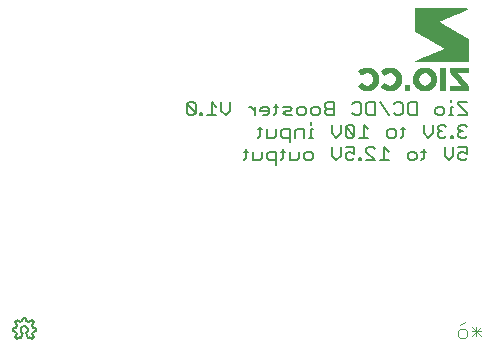
<source format=gbo>
G75*
%MOIN*%
%OFA0B0*%
%FSLAX25Y25*%
%IPPOS*%
%LPD*%
%AMOC8*
5,1,8,0,0,1.08239X$1,22.5*
%
%ADD10C,0.00600*%
%ADD11C,0.00400*%
%ADD12C,0.00010*%
D10*
X0042600Y0012550D02*
X0043600Y0012350D01*
X0044000Y0011450D01*
X0043400Y0010550D01*
X0044100Y0009950D01*
X0044900Y0010550D01*
X0045300Y0010350D01*
X0045900Y0011950D01*
X0047100Y0011950D02*
X0047700Y0010350D01*
X0048100Y0010550D01*
X0048900Y0009950D01*
X0049600Y0010550D01*
X0049000Y0011450D01*
X0049400Y0012350D01*
X0050400Y0012550D01*
X0050400Y0013450D01*
X0049300Y0013650D01*
X0049000Y0014550D01*
X0049600Y0015450D01*
X0048900Y0016150D01*
X0048000Y0015450D01*
X0047200Y0015850D01*
X0046900Y0016950D01*
X0046000Y0016950D01*
X0045800Y0015850D01*
X0045000Y0015450D01*
X0044100Y0016150D01*
X0043400Y0015450D01*
X0044000Y0014550D01*
X0043600Y0013650D01*
X0042600Y0013450D01*
X0042600Y0012550D01*
X0045900Y0011950D02*
X0045841Y0011986D01*
X0045785Y0012025D01*
X0045730Y0012068D01*
X0045678Y0012113D01*
X0045629Y0012161D01*
X0045583Y0012212D01*
X0045539Y0012266D01*
X0045499Y0012322D01*
X0045462Y0012380D01*
X0045428Y0012440D01*
X0045398Y0012502D01*
X0045372Y0012566D01*
X0045349Y0012631D01*
X0045330Y0012697D01*
X0045314Y0012764D01*
X0045303Y0012832D01*
X0045295Y0012900D01*
X0045291Y0012969D01*
X0045292Y0013038D01*
X0045296Y0013107D01*
X0045304Y0013175D01*
X0045316Y0013243D01*
X0045332Y0013310D01*
X0045351Y0013376D01*
X0045374Y0013441D01*
X0045401Y0013505D01*
X0045432Y0013566D01*
X0045466Y0013626D01*
X0045503Y0013684D01*
X0045544Y0013740D01*
X0045588Y0013793D01*
X0045634Y0013844D01*
X0045684Y0013892D01*
X0045736Y0013937D01*
X0045791Y0013979D01*
X0045847Y0014018D01*
X0045907Y0014053D01*
X0045968Y0014085D01*
X0046030Y0014114D01*
X0046094Y0014139D01*
X0046160Y0014160D01*
X0046227Y0014178D01*
X0046294Y0014191D01*
X0046362Y0014201D01*
X0046431Y0014207D01*
X0046500Y0014209D01*
X0046569Y0014207D01*
X0046638Y0014201D01*
X0046706Y0014191D01*
X0046773Y0014178D01*
X0046840Y0014160D01*
X0046906Y0014139D01*
X0046970Y0014114D01*
X0047032Y0014085D01*
X0047093Y0014053D01*
X0047153Y0014018D01*
X0047209Y0013979D01*
X0047264Y0013937D01*
X0047316Y0013892D01*
X0047366Y0013844D01*
X0047412Y0013793D01*
X0047456Y0013740D01*
X0047497Y0013684D01*
X0047534Y0013626D01*
X0047568Y0013566D01*
X0047599Y0013505D01*
X0047626Y0013441D01*
X0047649Y0013376D01*
X0047668Y0013310D01*
X0047684Y0013243D01*
X0047696Y0013175D01*
X0047704Y0013107D01*
X0047708Y0013038D01*
X0047709Y0012969D01*
X0047705Y0012900D01*
X0047697Y0012832D01*
X0047686Y0012764D01*
X0047670Y0012697D01*
X0047651Y0012631D01*
X0047628Y0012566D01*
X0047602Y0012502D01*
X0047572Y0012440D01*
X0047538Y0012380D01*
X0047501Y0012322D01*
X0047461Y0012266D01*
X0047417Y0012212D01*
X0047371Y0012161D01*
X0047322Y0012113D01*
X0047270Y0012068D01*
X0047215Y0012025D01*
X0047159Y0011986D01*
X0047100Y0011950D01*
X0119737Y0069450D02*
X0120471Y0070184D01*
X0120471Y0073120D01*
X0121205Y0072386D02*
X0119737Y0072386D01*
X0122873Y0072386D02*
X0122873Y0069450D01*
X0125075Y0069450D01*
X0125808Y0070184D01*
X0125808Y0072386D01*
X0127477Y0071652D02*
X0127477Y0070184D01*
X0128211Y0069450D01*
X0130412Y0069450D01*
X0130412Y0067982D02*
X0130412Y0072386D01*
X0128211Y0072386D01*
X0127477Y0071652D01*
X0132014Y0072386D02*
X0133482Y0072386D01*
X0132748Y0073120D02*
X0132748Y0070184D01*
X0132014Y0069450D01*
X0135150Y0069450D02*
X0135150Y0072386D01*
X0138086Y0072386D02*
X0138086Y0070184D01*
X0137352Y0069450D01*
X0135150Y0069450D01*
X0139754Y0070184D02*
X0139754Y0071652D01*
X0140488Y0072386D01*
X0141956Y0072386D01*
X0142690Y0071652D01*
X0142690Y0070184D01*
X0141956Y0069450D01*
X0140488Y0069450D01*
X0139754Y0070184D01*
X0135016Y0075482D02*
X0135016Y0079886D01*
X0132814Y0079886D01*
X0132080Y0079152D01*
X0132080Y0077684D01*
X0132814Y0076950D01*
X0135016Y0076950D01*
X0136684Y0076950D02*
X0136684Y0079152D01*
X0137418Y0079886D01*
X0139620Y0079886D01*
X0139620Y0076950D01*
X0141222Y0076950D02*
X0142690Y0076950D01*
X0141956Y0076950D02*
X0141956Y0079886D01*
X0142690Y0079886D01*
X0141956Y0081354D02*
X0141956Y0082088D01*
X0142790Y0084450D02*
X0142056Y0085184D01*
X0142056Y0086652D01*
X0142790Y0087386D01*
X0144258Y0087386D01*
X0144991Y0086652D01*
X0144991Y0085184D01*
X0144258Y0084450D01*
X0142790Y0084450D01*
X0140388Y0085184D02*
X0140388Y0086652D01*
X0139654Y0087386D01*
X0138186Y0087386D01*
X0137452Y0086652D01*
X0137452Y0085184D01*
X0138186Y0084450D01*
X0139654Y0084450D01*
X0140388Y0085184D01*
X0135784Y0084450D02*
X0133582Y0084450D01*
X0132848Y0085184D01*
X0133582Y0085918D01*
X0135050Y0085918D01*
X0135784Y0086652D01*
X0135050Y0087386D01*
X0132848Y0087386D01*
X0131180Y0087386D02*
X0129712Y0087386D01*
X0130446Y0088120D02*
X0130446Y0085184D01*
X0129712Y0084450D01*
X0128110Y0085184D02*
X0128110Y0086652D01*
X0127376Y0087386D01*
X0125909Y0087386D01*
X0125175Y0086652D01*
X0125175Y0085918D01*
X0128110Y0085918D01*
X0128110Y0085184D02*
X0127376Y0084450D01*
X0125909Y0084450D01*
X0123506Y0084450D02*
X0123506Y0087386D01*
X0122039Y0087386D02*
X0121305Y0087386D01*
X0122039Y0087386D02*
X0123506Y0085918D01*
X0125075Y0080620D02*
X0125075Y0077684D01*
X0124341Y0076950D01*
X0124341Y0079886D02*
X0125808Y0079886D01*
X0127477Y0079886D02*
X0127477Y0076950D01*
X0129678Y0076950D01*
X0130412Y0077684D01*
X0130412Y0079886D01*
X0115066Y0085918D02*
X0113598Y0084450D01*
X0112130Y0085918D01*
X0112130Y0088854D01*
X0110462Y0087386D02*
X0108994Y0088854D01*
X0108994Y0084450D01*
X0110462Y0084450D02*
X0107526Y0084450D01*
X0105858Y0084450D02*
X0105124Y0084450D01*
X0105124Y0085184D01*
X0105858Y0085184D01*
X0105858Y0084450D01*
X0103556Y0085184D02*
X0103556Y0088120D01*
X0102822Y0088854D01*
X0101354Y0088854D01*
X0100620Y0088120D01*
X0103556Y0085184D01*
X0102822Y0084450D01*
X0101354Y0084450D01*
X0100620Y0085184D01*
X0100620Y0088120D01*
X0115066Y0088854D02*
X0115066Y0085918D01*
X0146660Y0085918D02*
X0146660Y0085184D01*
X0147394Y0084450D01*
X0149595Y0084450D01*
X0149595Y0088854D01*
X0147394Y0088854D01*
X0146660Y0088120D01*
X0146660Y0087386D01*
X0147394Y0086652D01*
X0149595Y0086652D01*
X0147394Y0086652D02*
X0146660Y0085918D01*
X0148962Y0081354D02*
X0148962Y0078418D01*
X0150429Y0076950D01*
X0151897Y0078418D01*
X0151897Y0081354D01*
X0153565Y0080620D02*
X0156501Y0077684D01*
X0155767Y0076950D01*
X0154299Y0076950D01*
X0153565Y0077684D01*
X0153565Y0080620D01*
X0154299Y0081354D01*
X0155767Y0081354D01*
X0156501Y0080620D01*
X0156501Y0077684D01*
X0158169Y0076950D02*
X0161105Y0076950D01*
X0159637Y0076950D02*
X0159637Y0081354D01*
X0161105Y0079886D01*
X0167377Y0079152D02*
X0167377Y0077684D01*
X0168111Y0076950D01*
X0169579Y0076950D01*
X0170313Y0077684D01*
X0170313Y0079152D01*
X0169579Y0079886D01*
X0168111Y0079886D01*
X0167377Y0079152D01*
X0171914Y0079886D02*
X0173382Y0079886D01*
X0172648Y0080620D02*
X0172648Y0077684D01*
X0171914Y0076950D01*
X0168011Y0072386D02*
X0166543Y0073854D01*
X0166543Y0069450D01*
X0168011Y0069450D02*
X0165075Y0069450D01*
X0163407Y0069450D02*
X0160471Y0072386D01*
X0160471Y0073120D01*
X0161205Y0073854D01*
X0162673Y0073854D01*
X0163407Y0073120D01*
X0163407Y0069450D02*
X0160471Y0069450D01*
X0158803Y0069450D02*
X0158069Y0069450D01*
X0158069Y0070184D01*
X0158803Y0070184D01*
X0158803Y0069450D01*
X0156501Y0070184D02*
X0155767Y0069450D01*
X0154299Y0069450D01*
X0153565Y0070184D01*
X0153565Y0071652D01*
X0154299Y0072386D01*
X0155033Y0072386D01*
X0156501Y0071652D01*
X0156501Y0073854D01*
X0153565Y0073854D01*
X0151897Y0073854D02*
X0151897Y0070918D01*
X0150429Y0069450D01*
X0148962Y0070918D01*
X0148962Y0073854D01*
X0156601Y0084450D02*
X0155867Y0085184D01*
X0156601Y0084450D02*
X0158069Y0084450D01*
X0158803Y0085184D01*
X0158803Y0088120D01*
X0158069Y0088854D01*
X0156601Y0088854D01*
X0155867Y0088120D01*
X0160471Y0088120D02*
X0160471Y0085184D01*
X0161205Y0084450D01*
X0163407Y0084450D01*
X0163407Y0088854D01*
X0161205Y0088854D01*
X0160471Y0088120D01*
X0165075Y0088854D02*
X0168011Y0084450D01*
X0169679Y0085184D02*
X0170413Y0084450D01*
X0171881Y0084450D01*
X0172615Y0085184D01*
X0172615Y0088120D01*
X0171881Y0088854D01*
X0170413Y0088854D01*
X0169679Y0088120D01*
X0174283Y0088120D02*
X0174283Y0085184D01*
X0175017Y0084450D01*
X0177219Y0084450D01*
X0177219Y0088854D01*
X0175017Y0088854D01*
X0174283Y0088120D01*
X0179654Y0081354D02*
X0179654Y0078418D01*
X0181122Y0076950D01*
X0182590Y0078418D01*
X0182590Y0081354D01*
X0184258Y0080620D02*
X0184258Y0079886D01*
X0184992Y0079152D01*
X0184258Y0078418D01*
X0184258Y0077684D01*
X0184992Y0076950D01*
X0186460Y0076950D01*
X0187194Y0077684D01*
X0188762Y0077684D02*
X0188762Y0076950D01*
X0189496Y0076950D01*
X0189496Y0077684D01*
X0188762Y0077684D01*
X0191164Y0077684D02*
X0191898Y0076950D01*
X0193366Y0076950D01*
X0194100Y0077684D01*
X0192632Y0079152D02*
X0191898Y0079152D01*
X0191164Y0078418D01*
X0191164Y0077684D01*
X0191898Y0079152D02*
X0191164Y0079886D01*
X0191164Y0080620D01*
X0191898Y0081354D01*
X0193366Y0081354D01*
X0194100Y0080620D01*
X0194100Y0084450D02*
X0191164Y0084450D01*
X0189496Y0084450D02*
X0188028Y0084450D01*
X0188762Y0084450D02*
X0188762Y0087386D01*
X0189496Y0087386D01*
X0188762Y0088854D02*
X0188762Y0089588D01*
X0191164Y0088854D02*
X0191164Y0088120D01*
X0194100Y0085184D01*
X0194100Y0084450D01*
X0194100Y0088854D02*
X0191164Y0088854D01*
X0186427Y0086652D02*
X0186427Y0085184D01*
X0185693Y0084450D01*
X0184225Y0084450D01*
X0183491Y0085184D01*
X0183491Y0086652D01*
X0184225Y0087386D01*
X0185693Y0087386D01*
X0186427Y0086652D01*
X0186460Y0081354D02*
X0184992Y0081354D01*
X0184258Y0080620D01*
X0184992Y0079152D02*
X0185726Y0079152D01*
X0187194Y0080620D02*
X0186460Y0081354D01*
X0186560Y0073854D02*
X0186560Y0070918D01*
X0188028Y0069450D01*
X0189496Y0070918D01*
X0189496Y0073854D01*
X0191164Y0073854D02*
X0194100Y0073854D01*
X0194100Y0071652D01*
X0192632Y0072386D01*
X0191898Y0072386D01*
X0191164Y0071652D01*
X0191164Y0070184D01*
X0191898Y0069450D01*
X0193366Y0069450D01*
X0194100Y0070184D01*
X0180288Y0072386D02*
X0178820Y0072386D01*
X0179554Y0073120D02*
X0179554Y0070184D01*
X0178820Y0069450D01*
X0177219Y0070184D02*
X0177219Y0071652D01*
X0176485Y0072386D01*
X0175017Y0072386D01*
X0174283Y0071652D01*
X0174283Y0070184D01*
X0175017Y0069450D01*
X0176485Y0069450D01*
X0177219Y0070184D01*
D11*
X0193324Y0015483D02*
X0191789Y0014715D01*
X0191789Y0013181D02*
X0193324Y0013181D01*
X0194091Y0012413D01*
X0194091Y0010879D01*
X0193324Y0010111D01*
X0191789Y0010111D01*
X0191022Y0010879D01*
X0191022Y0012413D01*
X0191789Y0013181D01*
X0195626Y0013948D02*
X0198695Y0010879D01*
X0197161Y0010879D02*
X0197161Y0013948D01*
X0198695Y0013948D02*
X0195626Y0010879D01*
X0195626Y0012413D02*
X0198695Y0012413D01*
D12*
X0194381Y0092966D02*
X0188371Y0092966D01*
X0188371Y0094365D01*
X0189028Y0094368D01*
X0189686Y0094372D01*
X0190344Y0094375D01*
X0191001Y0094379D01*
X0191659Y0094383D01*
X0192317Y0094386D01*
X0191922Y0094846D01*
X0191527Y0095304D01*
X0191133Y0095764D01*
X0190738Y0096222D01*
X0190344Y0096682D01*
X0189949Y0097140D01*
X0189555Y0097599D01*
X0189160Y0098058D01*
X0188766Y0098517D01*
X0188371Y0098976D01*
X0188371Y0100170D01*
X0194258Y0100170D01*
X0194258Y0098771D01*
X0193622Y0098767D01*
X0192987Y0098764D01*
X0192352Y0098760D01*
X0191082Y0098753D01*
X0190447Y0098749D01*
X0190840Y0098293D01*
X0191233Y0097836D01*
X0191626Y0097379D01*
X0192020Y0096922D01*
X0192413Y0096465D01*
X0192806Y0096008D01*
X0193592Y0095094D01*
X0193986Y0094637D01*
X0194379Y0094180D01*
X0194380Y0093573D01*
X0194381Y0092966D01*
X0194381Y0092967D02*
X0188371Y0092967D01*
X0188371Y0092975D02*
X0194381Y0092975D01*
X0194381Y0092984D02*
X0188371Y0092984D01*
X0188371Y0092992D02*
X0194381Y0092992D01*
X0194381Y0093001D02*
X0188371Y0093001D01*
X0188371Y0093009D02*
X0194381Y0093009D01*
X0194381Y0093018D02*
X0188371Y0093018D01*
X0188371Y0093026D02*
X0194381Y0093026D01*
X0194381Y0093035D02*
X0188371Y0093035D01*
X0188371Y0093043D02*
X0194381Y0093043D01*
X0194381Y0093052D02*
X0188371Y0093052D01*
X0188371Y0093060D02*
X0194381Y0093060D01*
X0194381Y0093069D02*
X0188371Y0093069D01*
X0188371Y0093077D02*
X0194381Y0093077D01*
X0194381Y0093086D02*
X0188371Y0093086D01*
X0188371Y0093094D02*
X0194381Y0093094D01*
X0194381Y0093103D02*
X0188371Y0093103D01*
X0188371Y0093111D02*
X0194381Y0093111D01*
X0194381Y0093120D02*
X0188371Y0093120D01*
X0188371Y0093128D02*
X0194381Y0093128D01*
X0194381Y0093137D02*
X0188371Y0093137D01*
X0188371Y0093145D02*
X0194381Y0093145D01*
X0194381Y0093154D02*
X0188371Y0093154D01*
X0188371Y0093162D02*
X0194381Y0093162D01*
X0194381Y0093171D02*
X0188371Y0093171D01*
X0188371Y0093179D02*
X0194381Y0093179D01*
X0194381Y0093188D02*
X0188371Y0093188D01*
X0188371Y0093197D02*
X0194381Y0093197D01*
X0194381Y0093205D02*
X0188371Y0093205D01*
X0188371Y0093214D02*
X0194381Y0093214D01*
X0194381Y0093222D02*
X0188371Y0093222D01*
X0188371Y0093231D02*
X0194381Y0093231D01*
X0194381Y0093239D02*
X0188371Y0093239D01*
X0188371Y0093248D02*
X0194381Y0093248D01*
X0194380Y0093256D02*
X0188371Y0093256D01*
X0188371Y0093265D02*
X0194380Y0093265D01*
X0194380Y0093273D02*
X0188371Y0093273D01*
X0188371Y0093282D02*
X0194380Y0093282D01*
X0194380Y0093290D02*
X0188371Y0093290D01*
X0188371Y0093299D02*
X0194380Y0093299D01*
X0194380Y0093307D02*
X0188371Y0093307D01*
X0188371Y0093316D02*
X0194380Y0093316D01*
X0194380Y0093324D02*
X0188371Y0093324D01*
X0188371Y0093333D02*
X0194380Y0093333D01*
X0194380Y0093341D02*
X0188371Y0093341D01*
X0188371Y0093350D02*
X0194380Y0093350D01*
X0194380Y0093358D02*
X0188371Y0093358D01*
X0188371Y0093367D02*
X0194380Y0093367D01*
X0194380Y0093375D02*
X0188371Y0093375D01*
X0188371Y0093384D02*
X0194380Y0093384D01*
X0194380Y0093392D02*
X0188371Y0093392D01*
X0188371Y0093401D02*
X0194380Y0093401D01*
X0194380Y0093409D02*
X0188371Y0093409D01*
X0188371Y0093418D02*
X0194380Y0093418D01*
X0194380Y0093426D02*
X0188371Y0093426D01*
X0188371Y0093435D02*
X0194380Y0093435D01*
X0194380Y0093443D02*
X0188371Y0093443D01*
X0188371Y0093452D02*
X0194380Y0093452D01*
X0194380Y0093460D02*
X0188371Y0093460D01*
X0188371Y0093469D02*
X0194380Y0093469D01*
X0194380Y0093477D02*
X0188371Y0093477D01*
X0188371Y0093486D02*
X0194380Y0093486D01*
X0194380Y0093494D02*
X0188371Y0093494D01*
X0188371Y0093503D02*
X0194380Y0093503D01*
X0194380Y0093512D02*
X0188371Y0093512D01*
X0188371Y0093520D02*
X0194380Y0093520D01*
X0194380Y0093529D02*
X0188371Y0093529D01*
X0188371Y0093537D02*
X0194380Y0093537D01*
X0194380Y0093546D02*
X0188371Y0093546D01*
X0188371Y0093554D02*
X0194380Y0093554D01*
X0194380Y0093563D02*
X0188371Y0093563D01*
X0188371Y0093571D02*
X0194380Y0093571D01*
X0194380Y0093580D02*
X0188371Y0093580D01*
X0188371Y0093588D02*
X0194380Y0093588D01*
X0194380Y0093597D02*
X0188371Y0093597D01*
X0188371Y0093605D02*
X0194380Y0093605D01*
X0194380Y0093614D02*
X0188371Y0093614D01*
X0188371Y0093622D02*
X0194380Y0093622D01*
X0194380Y0093631D02*
X0188371Y0093631D01*
X0188371Y0093639D02*
X0194380Y0093639D01*
X0194380Y0093648D02*
X0188371Y0093648D01*
X0188371Y0093656D02*
X0194380Y0093656D01*
X0194380Y0093665D02*
X0188371Y0093665D01*
X0188371Y0093673D02*
X0194380Y0093673D01*
X0194380Y0093682D02*
X0188371Y0093682D01*
X0188371Y0093690D02*
X0194380Y0093690D01*
X0194380Y0093699D02*
X0188371Y0093699D01*
X0188371Y0093707D02*
X0194380Y0093707D01*
X0194380Y0093716D02*
X0188371Y0093716D01*
X0188371Y0093724D02*
X0194380Y0093724D01*
X0194380Y0093733D02*
X0188371Y0093733D01*
X0188371Y0093741D02*
X0194380Y0093741D01*
X0194380Y0093750D02*
X0188371Y0093750D01*
X0188371Y0093758D02*
X0194380Y0093758D01*
X0194380Y0093767D02*
X0188371Y0093767D01*
X0188371Y0093775D02*
X0194380Y0093775D01*
X0194380Y0093784D02*
X0188371Y0093784D01*
X0188371Y0093792D02*
X0194380Y0093792D01*
X0194380Y0093801D02*
X0188371Y0093801D01*
X0188371Y0093809D02*
X0194380Y0093809D01*
X0194380Y0093818D02*
X0188371Y0093818D01*
X0188371Y0093827D02*
X0194380Y0093827D01*
X0194380Y0093835D02*
X0188371Y0093835D01*
X0188371Y0093844D02*
X0194379Y0093844D01*
X0194379Y0093852D02*
X0188371Y0093852D01*
X0188371Y0093861D02*
X0194379Y0093861D01*
X0194379Y0093869D02*
X0188371Y0093869D01*
X0188371Y0093878D02*
X0194379Y0093878D01*
X0194379Y0093886D02*
X0188371Y0093886D01*
X0188371Y0093895D02*
X0194379Y0093895D01*
X0194379Y0093903D02*
X0188371Y0093903D01*
X0188371Y0093912D02*
X0194379Y0093912D01*
X0194379Y0093920D02*
X0188371Y0093920D01*
X0188371Y0093929D02*
X0194379Y0093929D01*
X0194379Y0093937D02*
X0188371Y0093937D01*
X0188371Y0093946D02*
X0194379Y0093946D01*
X0194379Y0093954D02*
X0188371Y0093954D01*
X0188371Y0093963D02*
X0194379Y0093963D01*
X0194379Y0093971D02*
X0188371Y0093971D01*
X0188371Y0093980D02*
X0194379Y0093980D01*
X0194379Y0093988D02*
X0188371Y0093988D01*
X0188371Y0093997D02*
X0194379Y0093997D01*
X0194379Y0094005D02*
X0188371Y0094005D01*
X0188371Y0094014D02*
X0194379Y0094014D01*
X0194379Y0094022D02*
X0188371Y0094022D01*
X0188371Y0094031D02*
X0194379Y0094031D01*
X0194379Y0094039D02*
X0188371Y0094039D01*
X0188371Y0094048D02*
X0194379Y0094048D01*
X0194379Y0094056D02*
X0188371Y0094056D01*
X0188371Y0094065D02*
X0194379Y0094065D01*
X0194379Y0094073D02*
X0188371Y0094073D01*
X0188371Y0094082D02*
X0194379Y0094082D01*
X0194379Y0094090D02*
X0188371Y0094090D01*
X0188371Y0094099D02*
X0194379Y0094099D01*
X0194379Y0094107D02*
X0188371Y0094107D01*
X0188371Y0094116D02*
X0194379Y0094116D01*
X0194379Y0094125D02*
X0188371Y0094125D01*
X0188371Y0094133D02*
X0194379Y0094133D01*
X0194379Y0094142D02*
X0188371Y0094142D01*
X0188371Y0094150D02*
X0194379Y0094150D01*
X0194379Y0094159D02*
X0188371Y0094159D01*
X0188371Y0094167D02*
X0194379Y0094167D01*
X0194379Y0094176D02*
X0188371Y0094176D01*
X0188371Y0094184D02*
X0194375Y0094184D01*
X0194368Y0094193D02*
X0188371Y0094193D01*
X0188371Y0094201D02*
X0194361Y0094201D01*
X0194353Y0094210D02*
X0188371Y0094210D01*
X0188371Y0094218D02*
X0194346Y0094218D01*
X0194339Y0094227D02*
X0188371Y0094227D01*
X0188371Y0094235D02*
X0194331Y0094235D01*
X0194324Y0094244D02*
X0188371Y0094244D01*
X0188371Y0094252D02*
X0194317Y0094252D01*
X0194309Y0094261D02*
X0188371Y0094261D01*
X0188371Y0094269D02*
X0194302Y0094269D01*
X0194295Y0094278D02*
X0188371Y0094278D01*
X0188371Y0094286D02*
X0194288Y0094286D01*
X0194280Y0094295D02*
X0188371Y0094295D01*
X0188371Y0094303D02*
X0194273Y0094303D01*
X0194266Y0094312D02*
X0188371Y0094312D01*
X0188371Y0094320D02*
X0194258Y0094320D01*
X0194251Y0094329D02*
X0188371Y0094329D01*
X0188371Y0094337D02*
X0194244Y0094337D01*
X0194236Y0094346D02*
X0188371Y0094346D01*
X0188371Y0094354D02*
X0194229Y0094354D01*
X0194222Y0094363D02*
X0188371Y0094363D01*
X0189621Y0094371D02*
X0194214Y0094371D01*
X0194207Y0094380D02*
X0191175Y0094380D01*
X0191832Y0094950D02*
X0193716Y0094950D01*
X0193723Y0094942D02*
X0191839Y0094942D01*
X0191847Y0094933D02*
X0193731Y0094933D01*
X0193738Y0094925D02*
X0191854Y0094925D01*
X0191861Y0094916D02*
X0193745Y0094916D01*
X0193753Y0094908D02*
X0191869Y0094908D01*
X0191876Y0094899D02*
X0193760Y0094899D01*
X0193767Y0094891D02*
X0191883Y0094891D01*
X0191890Y0094882D02*
X0193775Y0094882D01*
X0193782Y0094874D02*
X0191898Y0094874D01*
X0191905Y0094865D02*
X0193789Y0094865D01*
X0193797Y0094857D02*
X0191912Y0094857D01*
X0191920Y0094848D02*
X0193804Y0094848D01*
X0193811Y0094840D02*
X0191927Y0094840D01*
X0191934Y0094831D02*
X0193819Y0094831D01*
X0193826Y0094823D02*
X0191942Y0094823D01*
X0191949Y0094814D02*
X0193833Y0094814D01*
X0193841Y0094806D02*
X0191956Y0094806D01*
X0191964Y0094797D02*
X0193848Y0094797D01*
X0193855Y0094789D02*
X0191971Y0094789D01*
X0191978Y0094780D02*
X0193863Y0094780D01*
X0193870Y0094772D02*
X0191986Y0094772D01*
X0191993Y0094763D02*
X0193877Y0094763D01*
X0193885Y0094755D02*
X0192000Y0094755D01*
X0192008Y0094746D02*
X0193892Y0094746D01*
X0193899Y0094737D02*
X0192015Y0094737D01*
X0192022Y0094729D02*
X0193907Y0094729D01*
X0193914Y0094720D02*
X0192029Y0094720D01*
X0192037Y0094712D02*
X0193921Y0094712D01*
X0193929Y0094703D02*
X0192044Y0094703D01*
X0192051Y0094695D02*
X0193936Y0094695D01*
X0193943Y0094686D02*
X0192059Y0094686D01*
X0192066Y0094678D02*
X0193951Y0094678D01*
X0193958Y0094669D02*
X0192073Y0094669D01*
X0192081Y0094661D02*
X0193965Y0094661D01*
X0193973Y0094652D02*
X0192088Y0094652D01*
X0192095Y0094644D02*
X0193980Y0094644D01*
X0193987Y0094635D02*
X0192103Y0094635D01*
X0192110Y0094627D02*
X0193995Y0094627D01*
X0194002Y0094618D02*
X0192117Y0094618D01*
X0192125Y0094610D02*
X0194009Y0094610D01*
X0194017Y0094601D02*
X0192132Y0094601D01*
X0192139Y0094593D02*
X0194024Y0094593D01*
X0194031Y0094584D02*
X0192146Y0094584D01*
X0192154Y0094576D02*
X0194039Y0094576D01*
X0194046Y0094567D02*
X0192161Y0094567D01*
X0192168Y0094559D02*
X0194053Y0094559D01*
X0194061Y0094550D02*
X0192176Y0094550D01*
X0192183Y0094542D02*
X0194068Y0094542D01*
X0194075Y0094533D02*
X0192190Y0094533D01*
X0192198Y0094525D02*
X0194083Y0094525D01*
X0194090Y0094516D02*
X0192205Y0094516D01*
X0192212Y0094508D02*
X0194097Y0094508D01*
X0194105Y0094499D02*
X0192220Y0094499D01*
X0192227Y0094491D02*
X0194112Y0094491D01*
X0194119Y0094482D02*
X0192234Y0094482D01*
X0192242Y0094474D02*
X0194126Y0094474D01*
X0194134Y0094465D02*
X0192249Y0094465D01*
X0192256Y0094457D02*
X0194141Y0094457D01*
X0194148Y0094448D02*
X0192263Y0094448D01*
X0192271Y0094440D02*
X0194156Y0094440D01*
X0194163Y0094431D02*
X0192278Y0094431D01*
X0192285Y0094422D02*
X0194170Y0094422D01*
X0194178Y0094414D02*
X0192293Y0094414D01*
X0192300Y0094405D02*
X0194185Y0094405D01*
X0194192Y0094397D02*
X0192307Y0094397D01*
X0192315Y0094388D02*
X0194200Y0094388D01*
X0193709Y0094959D02*
X0191825Y0094959D01*
X0191817Y0094967D02*
X0193701Y0094967D01*
X0193694Y0094976D02*
X0191810Y0094976D01*
X0191803Y0094984D02*
X0193687Y0094984D01*
X0193679Y0094993D02*
X0191795Y0094993D01*
X0191788Y0095001D02*
X0193672Y0095001D01*
X0193665Y0095010D02*
X0191781Y0095010D01*
X0191773Y0095018D02*
X0193657Y0095018D01*
X0193650Y0095027D02*
X0191766Y0095027D01*
X0191759Y0095035D02*
X0193643Y0095035D01*
X0193635Y0095044D02*
X0191751Y0095044D01*
X0191744Y0095053D02*
X0193628Y0095053D01*
X0193621Y0095061D02*
X0191737Y0095061D01*
X0191729Y0095070D02*
X0193613Y0095070D01*
X0193606Y0095078D02*
X0191722Y0095078D01*
X0191715Y0095087D02*
X0193599Y0095087D01*
X0193591Y0095095D02*
X0191707Y0095095D01*
X0191700Y0095104D02*
X0193584Y0095104D01*
X0193577Y0095112D02*
X0191693Y0095112D01*
X0191685Y0095121D02*
X0193569Y0095121D01*
X0193562Y0095129D02*
X0191678Y0095129D01*
X0191671Y0095138D02*
X0193555Y0095138D01*
X0193548Y0095146D02*
X0191663Y0095146D01*
X0191656Y0095155D02*
X0193540Y0095155D01*
X0193533Y0095163D02*
X0191649Y0095163D01*
X0191641Y0095172D02*
X0193526Y0095172D01*
X0193518Y0095180D02*
X0191634Y0095180D01*
X0191627Y0095189D02*
X0193511Y0095189D01*
X0193504Y0095197D02*
X0191619Y0095197D01*
X0191612Y0095206D02*
X0193496Y0095206D01*
X0193489Y0095214D02*
X0191605Y0095214D01*
X0191598Y0095223D02*
X0193482Y0095223D01*
X0193474Y0095231D02*
X0191590Y0095231D01*
X0191583Y0095240D02*
X0193467Y0095240D01*
X0193460Y0095248D02*
X0191576Y0095248D01*
X0191568Y0095257D02*
X0193452Y0095257D01*
X0193445Y0095265D02*
X0191561Y0095265D01*
X0191554Y0095274D02*
X0193438Y0095274D01*
X0193430Y0095282D02*
X0191546Y0095282D01*
X0191539Y0095291D02*
X0193423Y0095291D01*
X0193416Y0095299D02*
X0191532Y0095299D01*
X0191524Y0095308D02*
X0193408Y0095308D01*
X0193401Y0095316D02*
X0191517Y0095316D01*
X0191510Y0095325D02*
X0193394Y0095325D01*
X0193386Y0095333D02*
X0191502Y0095333D01*
X0191495Y0095342D02*
X0193379Y0095342D01*
X0193372Y0095350D02*
X0191488Y0095350D01*
X0191480Y0095359D02*
X0193365Y0095359D01*
X0193357Y0095368D02*
X0191473Y0095368D01*
X0191466Y0095376D02*
X0193350Y0095376D01*
X0193343Y0095385D02*
X0191458Y0095385D01*
X0191451Y0095393D02*
X0193335Y0095393D01*
X0193328Y0095402D02*
X0191444Y0095402D01*
X0191437Y0095410D02*
X0193321Y0095410D01*
X0193313Y0095419D02*
X0191429Y0095419D01*
X0191422Y0095427D02*
X0193306Y0095427D01*
X0193299Y0095436D02*
X0191415Y0095436D01*
X0191407Y0095444D02*
X0193291Y0095444D01*
X0193284Y0095453D02*
X0191400Y0095453D01*
X0191393Y0095461D02*
X0193277Y0095461D01*
X0193269Y0095470D02*
X0191385Y0095470D01*
X0191378Y0095478D02*
X0193262Y0095478D01*
X0193255Y0095487D02*
X0191371Y0095487D01*
X0191363Y0095495D02*
X0193247Y0095495D01*
X0193240Y0095504D02*
X0191356Y0095504D01*
X0191349Y0095512D02*
X0193233Y0095512D01*
X0193225Y0095521D02*
X0191341Y0095521D01*
X0191334Y0095529D02*
X0193218Y0095529D01*
X0193211Y0095538D02*
X0191327Y0095538D01*
X0191320Y0095546D02*
X0193203Y0095546D01*
X0193196Y0095555D02*
X0191312Y0095555D01*
X0191305Y0095563D02*
X0193189Y0095563D01*
X0193182Y0095572D02*
X0191298Y0095572D01*
X0191290Y0095580D02*
X0193174Y0095580D01*
X0193167Y0095589D02*
X0191283Y0095589D01*
X0191276Y0095597D02*
X0193160Y0095597D01*
X0193152Y0095606D02*
X0191268Y0095606D01*
X0191261Y0095614D02*
X0193145Y0095614D01*
X0193138Y0095623D02*
X0191254Y0095623D01*
X0191246Y0095631D02*
X0193130Y0095631D01*
X0193123Y0095640D02*
X0191239Y0095640D01*
X0191232Y0095648D02*
X0193116Y0095648D01*
X0193108Y0095657D02*
X0191224Y0095657D01*
X0191217Y0095666D02*
X0193101Y0095666D01*
X0193094Y0095674D02*
X0191210Y0095674D01*
X0191203Y0095683D02*
X0193086Y0095683D01*
X0193079Y0095691D02*
X0191195Y0095691D01*
X0191188Y0095700D02*
X0193072Y0095700D01*
X0193064Y0095708D02*
X0191181Y0095708D01*
X0191173Y0095717D02*
X0193057Y0095717D01*
X0193050Y0095725D02*
X0191166Y0095725D01*
X0191159Y0095734D02*
X0193042Y0095734D01*
X0193035Y0095742D02*
X0191151Y0095742D01*
X0191144Y0095751D02*
X0193028Y0095751D01*
X0193020Y0095759D02*
X0191137Y0095759D01*
X0191129Y0095768D02*
X0193013Y0095768D01*
X0193006Y0095776D02*
X0191122Y0095776D01*
X0191115Y0095785D02*
X0192998Y0095785D01*
X0192991Y0095793D02*
X0191107Y0095793D01*
X0191100Y0095802D02*
X0192984Y0095802D01*
X0192977Y0095810D02*
X0191093Y0095810D01*
X0191085Y0095819D02*
X0192969Y0095819D01*
X0192962Y0095827D02*
X0191078Y0095827D01*
X0191071Y0095836D02*
X0192955Y0095836D01*
X0192947Y0095844D02*
X0191063Y0095844D01*
X0191056Y0095853D02*
X0192940Y0095853D01*
X0192933Y0095861D02*
X0191049Y0095861D01*
X0191041Y0095870D02*
X0192925Y0095870D01*
X0192918Y0095878D02*
X0191034Y0095878D01*
X0191027Y0095887D02*
X0192911Y0095887D01*
X0192903Y0095895D02*
X0191020Y0095895D01*
X0191012Y0095904D02*
X0192896Y0095904D01*
X0192889Y0095912D02*
X0191005Y0095912D01*
X0190998Y0095921D02*
X0192881Y0095921D01*
X0192874Y0095929D02*
X0190990Y0095929D01*
X0190983Y0095938D02*
X0192867Y0095938D01*
X0192859Y0095946D02*
X0190976Y0095946D01*
X0190968Y0095955D02*
X0192852Y0095955D01*
X0192845Y0095963D02*
X0190961Y0095963D01*
X0190954Y0095972D02*
X0192837Y0095972D01*
X0192830Y0095981D02*
X0190946Y0095981D01*
X0190939Y0095989D02*
X0192823Y0095989D01*
X0192815Y0095998D02*
X0190932Y0095998D01*
X0190924Y0096006D02*
X0192808Y0096006D01*
X0192801Y0096015D02*
X0190917Y0096015D01*
X0190910Y0096023D02*
X0192793Y0096023D01*
X0192786Y0096032D02*
X0190902Y0096032D01*
X0190895Y0096040D02*
X0192779Y0096040D01*
X0192771Y0096049D02*
X0190888Y0096049D01*
X0190880Y0096057D02*
X0192764Y0096057D01*
X0192757Y0096066D02*
X0190873Y0096066D01*
X0190866Y0096074D02*
X0192749Y0096074D01*
X0192742Y0096083D02*
X0190858Y0096083D01*
X0190851Y0096091D02*
X0192735Y0096091D01*
X0192728Y0096100D02*
X0190844Y0096100D01*
X0190836Y0096108D02*
X0192720Y0096108D01*
X0192713Y0096117D02*
X0190829Y0096117D01*
X0190822Y0096125D02*
X0192706Y0096125D01*
X0192698Y0096134D02*
X0190814Y0096134D01*
X0190807Y0096142D02*
X0192691Y0096142D01*
X0192684Y0096151D02*
X0190800Y0096151D01*
X0190792Y0096159D02*
X0192676Y0096159D01*
X0192669Y0096168D02*
X0190785Y0096168D01*
X0190778Y0096176D02*
X0192662Y0096176D01*
X0192654Y0096185D02*
X0190770Y0096185D01*
X0190763Y0096193D02*
X0192647Y0096193D01*
X0192640Y0096202D02*
X0190756Y0096202D01*
X0190749Y0096210D02*
X0192632Y0096210D01*
X0192625Y0096219D02*
X0190741Y0096219D01*
X0190734Y0096227D02*
X0192618Y0096227D01*
X0192610Y0096236D02*
X0190727Y0096236D01*
X0190719Y0096244D02*
X0192603Y0096244D01*
X0192596Y0096253D02*
X0190712Y0096253D01*
X0190705Y0096261D02*
X0192588Y0096261D01*
X0192581Y0096270D02*
X0190697Y0096270D01*
X0190690Y0096278D02*
X0192574Y0096278D01*
X0192566Y0096287D02*
X0190683Y0096287D01*
X0190675Y0096296D02*
X0192559Y0096296D01*
X0192552Y0096304D02*
X0190668Y0096304D01*
X0190661Y0096313D02*
X0192544Y0096313D01*
X0192537Y0096321D02*
X0190653Y0096321D01*
X0190646Y0096330D02*
X0192530Y0096330D01*
X0192522Y0096338D02*
X0190639Y0096338D01*
X0190631Y0096347D02*
X0192515Y0096347D01*
X0192508Y0096355D02*
X0190624Y0096355D01*
X0190617Y0096364D02*
X0192500Y0096364D01*
X0192493Y0096372D02*
X0190610Y0096372D01*
X0190602Y0096381D02*
X0192486Y0096381D01*
X0192478Y0096389D02*
X0190595Y0096389D01*
X0190588Y0096398D02*
X0192471Y0096398D01*
X0192464Y0096406D02*
X0190580Y0096406D01*
X0190573Y0096415D02*
X0192456Y0096415D01*
X0192449Y0096423D02*
X0190566Y0096423D01*
X0190558Y0096432D02*
X0192442Y0096432D01*
X0192434Y0096440D02*
X0190551Y0096440D01*
X0190544Y0096449D02*
X0192427Y0096449D01*
X0192420Y0096457D02*
X0190536Y0096457D01*
X0190529Y0096466D02*
X0192412Y0096466D01*
X0192405Y0096474D02*
X0190522Y0096474D01*
X0190514Y0096483D02*
X0192398Y0096483D01*
X0192390Y0096491D02*
X0190507Y0096491D01*
X0190500Y0096500D02*
X0192383Y0096500D01*
X0192376Y0096508D02*
X0190493Y0096508D01*
X0190485Y0096517D02*
X0192368Y0096517D01*
X0192361Y0096525D02*
X0190478Y0096525D01*
X0190471Y0096534D02*
X0192354Y0096534D01*
X0192346Y0096542D02*
X0190463Y0096542D01*
X0190456Y0096551D02*
X0192339Y0096551D01*
X0192332Y0096559D02*
X0190449Y0096559D01*
X0190441Y0096568D02*
X0192324Y0096568D01*
X0192317Y0096576D02*
X0190434Y0096576D01*
X0190427Y0096585D02*
X0192310Y0096585D01*
X0192302Y0096594D02*
X0190419Y0096594D01*
X0190412Y0096602D02*
X0192295Y0096602D01*
X0192288Y0096611D02*
X0190405Y0096611D01*
X0190397Y0096619D02*
X0192280Y0096619D01*
X0192273Y0096628D02*
X0190390Y0096628D01*
X0190383Y0096636D02*
X0192266Y0096636D01*
X0192259Y0096645D02*
X0190376Y0096645D01*
X0190368Y0096653D02*
X0192251Y0096653D01*
X0192244Y0096662D02*
X0190361Y0096662D01*
X0190354Y0096670D02*
X0192237Y0096670D01*
X0192229Y0096679D02*
X0190346Y0096679D01*
X0190339Y0096687D02*
X0192222Y0096687D01*
X0192215Y0096696D02*
X0190332Y0096696D01*
X0190324Y0096704D02*
X0192207Y0096704D01*
X0192200Y0096713D02*
X0190317Y0096713D01*
X0190310Y0096721D02*
X0192193Y0096721D01*
X0192185Y0096730D02*
X0190302Y0096730D01*
X0190295Y0096738D02*
X0192178Y0096738D01*
X0192171Y0096747D02*
X0190288Y0096747D01*
X0190280Y0096755D02*
X0192163Y0096755D01*
X0192156Y0096764D02*
X0190273Y0096764D01*
X0190266Y0096772D02*
X0192149Y0096772D01*
X0192141Y0096781D02*
X0190258Y0096781D01*
X0190251Y0096789D02*
X0192134Y0096789D01*
X0192127Y0096798D02*
X0190244Y0096798D01*
X0190236Y0096806D02*
X0192119Y0096806D01*
X0192112Y0096815D02*
X0190229Y0096815D01*
X0190222Y0096823D02*
X0192105Y0096823D01*
X0192097Y0096832D02*
X0190214Y0096832D01*
X0190207Y0096840D02*
X0192090Y0096840D01*
X0192083Y0096849D02*
X0190200Y0096849D01*
X0190192Y0096857D02*
X0192075Y0096857D01*
X0192068Y0096866D02*
X0190185Y0096866D01*
X0190178Y0096874D02*
X0192061Y0096874D01*
X0192054Y0096883D02*
X0190171Y0096883D01*
X0190163Y0096891D02*
X0192046Y0096891D01*
X0192039Y0096900D02*
X0190156Y0096900D01*
X0190149Y0096909D02*
X0192032Y0096909D01*
X0192024Y0096917D02*
X0190141Y0096917D01*
X0190134Y0096926D02*
X0192017Y0096926D01*
X0192010Y0096934D02*
X0190127Y0096934D01*
X0190119Y0096943D02*
X0192002Y0096943D01*
X0191995Y0096951D02*
X0190112Y0096951D01*
X0190105Y0096960D02*
X0191988Y0096960D01*
X0191980Y0096968D02*
X0190097Y0096968D01*
X0190090Y0096977D02*
X0191973Y0096977D01*
X0191966Y0096985D02*
X0190083Y0096985D01*
X0190075Y0096994D02*
X0191958Y0096994D01*
X0191951Y0097002D02*
X0190068Y0097002D01*
X0190061Y0097011D02*
X0191944Y0097011D01*
X0191936Y0097019D02*
X0190053Y0097019D01*
X0190046Y0097028D02*
X0191929Y0097028D01*
X0191922Y0097036D02*
X0190039Y0097036D01*
X0190031Y0097045D02*
X0191914Y0097045D01*
X0191907Y0097053D02*
X0190024Y0097053D01*
X0190017Y0097062D02*
X0191900Y0097062D01*
X0191892Y0097070D02*
X0190009Y0097070D01*
X0190002Y0097079D02*
X0191885Y0097079D01*
X0191878Y0097087D02*
X0189995Y0097087D01*
X0189987Y0097096D02*
X0191870Y0097096D01*
X0191863Y0097104D02*
X0189980Y0097104D01*
X0189973Y0097113D02*
X0191856Y0097113D01*
X0191848Y0097121D02*
X0189965Y0097121D01*
X0189958Y0097130D02*
X0191841Y0097130D01*
X0191834Y0097138D02*
X0189951Y0097138D01*
X0189943Y0097147D02*
X0191826Y0097147D01*
X0191819Y0097155D02*
X0189936Y0097155D01*
X0189929Y0097164D02*
X0191812Y0097164D01*
X0191804Y0097172D02*
X0189921Y0097172D01*
X0189914Y0097181D02*
X0191797Y0097181D01*
X0191790Y0097189D02*
X0189907Y0097189D01*
X0189900Y0097198D02*
X0191782Y0097198D01*
X0191775Y0097206D02*
X0189892Y0097206D01*
X0189885Y0097215D02*
X0191768Y0097215D01*
X0191760Y0097224D02*
X0189878Y0097224D01*
X0189870Y0097232D02*
X0191753Y0097232D01*
X0191746Y0097241D02*
X0189863Y0097241D01*
X0189856Y0097249D02*
X0191738Y0097249D01*
X0191731Y0097258D02*
X0189848Y0097258D01*
X0189841Y0097266D02*
X0191724Y0097266D01*
X0191716Y0097275D02*
X0189834Y0097275D01*
X0189826Y0097283D02*
X0191709Y0097283D01*
X0191702Y0097292D02*
X0189819Y0097292D01*
X0189812Y0097300D02*
X0191694Y0097300D01*
X0191687Y0097309D02*
X0189804Y0097309D01*
X0189797Y0097317D02*
X0191680Y0097317D01*
X0191672Y0097326D02*
X0189790Y0097326D01*
X0189782Y0097334D02*
X0191665Y0097334D01*
X0191658Y0097343D02*
X0189775Y0097343D01*
X0189768Y0097351D02*
X0191650Y0097351D01*
X0191643Y0097360D02*
X0189760Y0097360D01*
X0189753Y0097368D02*
X0191636Y0097368D01*
X0191628Y0097377D02*
X0189746Y0097377D01*
X0189738Y0097385D02*
X0191621Y0097385D01*
X0191614Y0097394D02*
X0189731Y0097394D01*
X0189724Y0097402D02*
X0191606Y0097402D01*
X0191599Y0097411D02*
X0189716Y0097411D01*
X0189709Y0097419D02*
X0191592Y0097419D01*
X0191584Y0097428D02*
X0189702Y0097428D01*
X0189694Y0097436D02*
X0191577Y0097436D01*
X0191570Y0097445D02*
X0189687Y0097445D01*
X0189680Y0097453D02*
X0191562Y0097453D01*
X0191555Y0097462D02*
X0189672Y0097462D01*
X0189665Y0097470D02*
X0191548Y0097470D01*
X0191540Y0097479D02*
X0189658Y0097479D01*
X0189650Y0097487D02*
X0191533Y0097487D01*
X0191526Y0097496D02*
X0189643Y0097496D01*
X0189636Y0097504D02*
X0191518Y0097504D01*
X0191511Y0097513D02*
X0189629Y0097513D01*
X0189621Y0097522D02*
X0191504Y0097522D01*
X0191496Y0097530D02*
X0189614Y0097530D01*
X0189607Y0097539D02*
X0191489Y0097539D01*
X0191482Y0097547D02*
X0189599Y0097547D01*
X0189592Y0097556D02*
X0191474Y0097556D01*
X0191467Y0097564D02*
X0189585Y0097564D01*
X0189577Y0097573D02*
X0191460Y0097573D01*
X0191452Y0097581D02*
X0189570Y0097581D01*
X0189563Y0097590D02*
X0191445Y0097590D01*
X0191438Y0097598D02*
X0189555Y0097598D01*
X0189548Y0097607D02*
X0191430Y0097607D01*
X0191423Y0097615D02*
X0189541Y0097615D01*
X0189533Y0097624D02*
X0191416Y0097624D01*
X0191408Y0097632D02*
X0189526Y0097632D01*
X0189519Y0097641D02*
X0191401Y0097641D01*
X0191394Y0097649D02*
X0189511Y0097649D01*
X0189504Y0097658D02*
X0191386Y0097658D01*
X0191379Y0097666D02*
X0189497Y0097666D01*
X0189489Y0097675D02*
X0191372Y0097675D01*
X0191364Y0097683D02*
X0189482Y0097683D01*
X0189475Y0097692D02*
X0191357Y0097692D01*
X0191350Y0097700D02*
X0189468Y0097700D01*
X0189460Y0097709D02*
X0191342Y0097709D01*
X0191335Y0097717D02*
X0189453Y0097717D01*
X0189446Y0097726D02*
X0191328Y0097726D01*
X0191320Y0097734D02*
X0189438Y0097734D01*
X0189431Y0097743D02*
X0191313Y0097743D01*
X0191306Y0097751D02*
X0189424Y0097751D01*
X0189416Y0097760D02*
X0191298Y0097760D01*
X0191291Y0097768D02*
X0189409Y0097768D01*
X0189402Y0097777D02*
X0191284Y0097777D01*
X0191276Y0097785D02*
X0189394Y0097785D01*
X0189387Y0097794D02*
X0191269Y0097794D01*
X0191262Y0097802D02*
X0189380Y0097802D01*
X0189372Y0097811D02*
X0191254Y0097811D01*
X0191247Y0097819D02*
X0189365Y0097819D01*
X0189358Y0097828D02*
X0191240Y0097828D01*
X0191232Y0097837D02*
X0189351Y0097837D01*
X0189343Y0097845D02*
X0191225Y0097845D01*
X0191218Y0097854D02*
X0189336Y0097854D01*
X0189329Y0097862D02*
X0191210Y0097862D01*
X0191203Y0097871D02*
X0189321Y0097871D01*
X0189314Y0097879D02*
X0191196Y0097879D01*
X0191188Y0097888D02*
X0189307Y0097888D01*
X0189299Y0097896D02*
X0191181Y0097896D01*
X0191174Y0097905D02*
X0189292Y0097905D01*
X0189285Y0097913D02*
X0191166Y0097913D01*
X0191159Y0097922D02*
X0189277Y0097922D01*
X0189270Y0097930D02*
X0191152Y0097930D01*
X0191144Y0097939D02*
X0189263Y0097939D01*
X0189255Y0097947D02*
X0191137Y0097947D01*
X0191130Y0097956D02*
X0189248Y0097956D01*
X0189241Y0097964D02*
X0191122Y0097964D01*
X0191115Y0097973D02*
X0189234Y0097973D01*
X0189226Y0097981D02*
X0191108Y0097981D01*
X0191101Y0097990D02*
X0189219Y0097990D01*
X0189212Y0097998D02*
X0191093Y0097998D01*
X0191086Y0098007D02*
X0189204Y0098007D01*
X0189197Y0098015D02*
X0191079Y0098015D01*
X0191071Y0098024D02*
X0189190Y0098024D01*
X0189182Y0098032D02*
X0191064Y0098032D01*
X0191057Y0098041D02*
X0189175Y0098041D01*
X0189168Y0098049D02*
X0191049Y0098049D01*
X0191042Y0098058D02*
X0189160Y0098058D01*
X0189153Y0098066D02*
X0191035Y0098066D01*
X0191027Y0098075D02*
X0189146Y0098075D01*
X0189138Y0098083D02*
X0191020Y0098083D01*
X0191013Y0098092D02*
X0189131Y0098092D01*
X0189124Y0098100D02*
X0191005Y0098100D01*
X0190998Y0098109D02*
X0189116Y0098109D01*
X0189109Y0098117D02*
X0190991Y0098117D01*
X0190983Y0098126D02*
X0189102Y0098126D01*
X0189094Y0098134D02*
X0190976Y0098134D01*
X0190969Y0098143D02*
X0189087Y0098143D01*
X0189080Y0098152D02*
X0190961Y0098152D01*
X0190954Y0098160D02*
X0189072Y0098160D01*
X0189065Y0098169D02*
X0190947Y0098169D01*
X0190939Y0098177D02*
X0189058Y0098177D01*
X0189051Y0098186D02*
X0190932Y0098186D01*
X0190925Y0098194D02*
X0189043Y0098194D01*
X0189036Y0098203D02*
X0190918Y0098203D01*
X0190910Y0098211D02*
X0189029Y0098211D01*
X0189021Y0098220D02*
X0190903Y0098220D01*
X0190896Y0098228D02*
X0189014Y0098228D01*
X0189007Y0098237D02*
X0190888Y0098237D01*
X0190881Y0098245D02*
X0188999Y0098245D01*
X0188992Y0098254D02*
X0190874Y0098254D01*
X0190866Y0098262D02*
X0188985Y0098262D01*
X0188977Y0098271D02*
X0190859Y0098271D01*
X0190852Y0098279D02*
X0188970Y0098279D01*
X0188963Y0098288D02*
X0190844Y0098288D01*
X0190837Y0098296D02*
X0188955Y0098296D01*
X0188948Y0098305D02*
X0190830Y0098305D01*
X0190822Y0098313D02*
X0188941Y0098313D01*
X0188933Y0098322D02*
X0190815Y0098322D01*
X0190808Y0098330D02*
X0188926Y0098330D01*
X0188919Y0098339D02*
X0190800Y0098339D01*
X0190793Y0098347D02*
X0188911Y0098347D01*
X0188904Y0098356D02*
X0190786Y0098356D01*
X0190778Y0098364D02*
X0188897Y0098364D01*
X0188889Y0098373D02*
X0190771Y0098373D01*
X0190764Y0098381D02*
X0188882Y0098381D01*
X0188875Y0098390D02*
X0190756Y0098390D01*
X0190749Y0098398D02*
X0188867Y0098398D01*
X0188860Y0098407D02*
X0190742Y0098407D01*
X0190734Y0098415D02*
X0188853Y0098415D01*
X0188845Y0098424D02*
X0190727Y0098424D01*
X0190720Y0098432D02*
X0188838Y0098432D01*
X0188831Y0098441D02*
X0190712Y0098441D01*
X0190705Y0098450D02*
X0188823Y0098450D01*
X0188816Y0098458D02*
X0190698Y0098458D01*
X0190690Y0098467D02*
X0188809Y0098467D01*
X0188801Y0098475D02*
X0190683Y0098475D01*
X0190676Y0098484D02*
X0188794Y0098484D01*
X0188787Y0098492D02*
X0190668Y0098492D01*
X0190661Y0098501D02*
X0188780Y0098501D01*
X0188772Y0098509D02*
X0190654Y0098509D01*
X0190646Y0098518D02*
X0188765Y0098518D01*
X0188758Y0098526D02*
X0190639Y0098526D01*
X0190632Y0098535D02*
X0188750Y0098535D01*
X0188743Y0098543D02*
X0190624Y0098543D01*
X0190617Y0098552D02*
X0188736Y0098552D01*
X0188728Y0098560D02*
X0190610Y0098560D01*
X0190602Y0098569D02*
X0188721Y0098569D01*
X0188714Y0098577D02*
X0190595Y0098577D01*
X0190588Y0098586D02*
X0188706Y0098586D01*
X0188699Y0098594D02*
X0190580Y0098594D01*
X0190573Y0098603D02*
X0188692Y0098603D01*
X0188684Y0098611D02*
X0190566Y0098611D01*
X0190558Y0098620D02*
X0188677Y0098620D01*
X0188670Y0098628D02*
X0190551Y0098628D01*
X0190544Y0098637D02*
X0188662Y0098637D01*
X0188655Y0098645D02*
X0190536Y0098645D01*
X0190529Y0098654D02*
X0188648Y0098654D01*
X0188641Y0098662D02*
X0190522Y0098662D01*
X0190514Y0098671D02*
X0188633Y0098671D01*
X0188626Y0098679D02*
X0190507Y0098679D01*
X0190500Y0098688D02*
X0188619Y0098688D01*
X0188611Y0098696D02*
X0190492Y0098696D01*
X0190485Y0098705D02*
X0188604Y0098705D01*
X0188597Y0098713D02*
X0190478Y0098713D01*
X0190470Y0098722D02*
X0188589Y0098722D01*
X0188582Y0098730D02*
X0190463Y0098730D01*
X0190456Y0098739D02*
X0188575Y0098739D01*
X0188567Y0098747D02*
X0190448Y0098747D01*
X0191617Y0098756D02*
X0188560Y0098756D01*
X0188553Y0098765D02*
X0193119Y0098765D01*
X0194258Y0098773D02*
X0188545Y0098773D01*
X0188538Y0098782D02*
X0194258Y0098782D01*
X0194258Y0098790D02*
X0188531Y0098790D01*
X0188524Y0098799D02*
X0194258Y0098799D01*
X0194258Y0098807D02*
X0188516Y0098807D01*
X0188509Y0098816D02*
X0194258Y0098816D01*
X0194258Y0098824D02*
X0188502Y0098824D01*
X0188494Y0098833D02*
X0194258Y0098833D01*
X0194258Y0098841D02*
X0188487Y0098841D01*
X0188480Y0098850D02*
X0194258Y0098850D01*
X0194258Y0098858D02*
X0188472Y0098858D01*
X0188465Y0098867D02*
X0194258Y0098867D01*
X0194258Y0098875D02*
X0188458Y0098875D01*
X0188450Y0098884D02*
X0194258Y0098884D01*
X0194258Y0098892D02*
X0188443Y0098892D01*
X0188436Y0098901D02*
X0194258Y0098901D01*
X0194258Y0098909D02*
X0188428Y0098909D01*
X0188421Y0098918D02*
X0194258Y0098918D01*
X0194258Y0098926D02*
X0188414Y0098926D01*
X0188407Y0098935D02*
X0194258Y0098935D01*
X0194258Y0098943D02*
X0188399Y0098943D01*
X0188392Y0098952D02*
X0194258Y0098952D01*
X0194258Y0098960D02*
X0188385Y0098960D01*
X0188377Y0098969D02*
X0194258Y0098969D01*
X0194258Y0098977D02*
X0188371Y0098977D01*
X0188371Y0098986D02*
X0194258Y0098986D01*
X0194258Y0098994D02*
X0188371Y0098994D01*
X0188371Y0099003D02*
X0194258Y0099003D01*
X0194258Y0099011D02*
X0188371Y0099011D01*
X0188371Y0099020D02*
X0194258Y0099020D01*
X0194258Y0099028D02*
X0188371Y0099028D01*
X0188371Y0099037D02*
X0194258Y0099037D01*
X0194258Y0099045D02*
X0188371Y0099045D01*
X0188371Y0099054D02*
X0194258Y0099054D01*
X0194258Y0099062D02*
X0188371Y0099062D01*
X0188371Y0099071D02*
X0194258Y0099071D01*
X0194258Y0099080D02*
X0188371Y0099080D01*
X0188371Y0099088D02*
X0194258Y0099088D01*
X0194258Y0099097D02*
X0188371Y0099097D01*
X0188371Y0099105D02*
X0194258Y0099105D01*
X0194258Y0099114D02*
X0188371Y0099114D01*
X0188371Y0099122D02*
X0194258Y0099122D01*
X0194258Y0099131D02*
X0188371Y0099131D01*
X0188371Y0099139D02*
X0194258Y0099139D01*
X0194258Y0099148D02*
X0188371Y0099148D01*
X0188371Y0099156D02*
X0194258Y0099156D01*
X0194258Y0099165D02*
X0188371Y0099165D01*
X0188371Y0099173D02*
X0194258Y0099173D01*
X0194258Y0099182D02*
X0188371Y0099182D01*
X0188371Y0099190D02*
X0194258Y0099190D01*
X0194258Y0099199D02*
X0188371Y0099199D01*
X0188371Y0099207D02*
X0194258Y0099207D01*
X0194258Y0099216D02*
X0188371Y0099216D01*
X0188371Y0099224D02*
X0194258Y0099224D01*
X0194258Y0099233D02*
X0188371Y0099233D01*
X0188371Y0099241D02*
X0194258Y0099241D01*
X0194258Y0099250D02*
X0188371Y0099250D01*
X0188371Y0099258D02*
X0194258Y0099258D01*
X0194258Y0099267D02*
X0188371Y0099267D01*
X0188371Y0099275D02*
X0194258Y0099275D01*
X0194258Y0099284D02*
X0188371Y0099284D01*
X0188371Y0099292D02*
X0194258Y0099292D01*
X0194258Y0099301D02*
X0188371Y0099301D01*
X0188371Y0099309D02*
X0194258Y0099309D01*
X0194258Y0099318D02*
X0188371Y0099318D01*
X0188371Y0099326D02*
X0194258Y0099326D01*
X0194258Y0099335D02*
X0188371Y0099335D01*
X0188371Y0099343D02*
X0194258Y0099343D01*
X0194258Y0099352D02*
X0188371Y0099352D01*
X0188371Y0099360D02*
X0194258Y0099360D01*
X0194258Y0099369D02*
X0188371Y0099369D01*
X0188371Y0099378D02*
X0194258Y0099378D01*
X0194258Y0099386D02*
X0188371Y0099386D01*
X0188371Y0099395D02*
X0194258Y0099395D01*
X0194258Y0099403D02*
X0188371Y0099403D01*
X0188371Y0099412D02*
X0194258Y0099412D01*
X0194258Y0099420D02*
X0188371Y0099420D01*
X0188371Y0099429D02*
X0194258Y0099429D01*
X0194258Y0099437D02*
X0188371Y0099437D01*
X0188371Y0099446D02*
X0194258Y0099446D01*
X0194258Y0099454D02*
X0188371Y0099454D01*
X0188371Y0099463D02*
X0194258Y0099463D01*
X0194258Y0099471D02*
X0188371Y0099471D01*
X0188371Y0099480D02*
X0194258Y0099480D01*
X0194258Y0099488D02*
X0188371Y0099488D01*
X0188371Y0099497D02*
X0194258Y0099497D01*
X0194258Y0099505D02*
X0188371Y0099505D01*
X0188371Y0099514D02*
X0194258Y0099514D01*
X0194258Y0099522D02*
X0188371Y0099522D01*
X0188371Y0099531D02*
X0194258Y0099531D01*
X0194258Y0099539D02*
X0188371Y0099539D01*
X0188371Y0099548D02*
X0194258Y0099548D01*
X0194258Y0099556D02*
X0188371Y0099556D01*
X0188371Y0099565D02*
X0194258Y0099565D01*
X0194258Y0099573D02*
X0188371Y0099573D01*
X0188371Y0099582D02*
X0194258Y0099582D01*
X0194258Y0099590D02*
X0188371Y0099590D01*
X0188371Y0099599D02*
X0194258Y0099599D01*
X0194258Y0099607D02*
X0188371Y0099607D01*
X0188371Y0099616D02*
X0194258Y0099616D01*
X0194258Y0099624D02*
X0188371Y0099624D01*
X0188371Y0099633D02*
X0194258Y0099633D01*
X0194258Y0099641D02*
X0188371Y0099641D01*
X0188371Y0099650D02*
X0194258Y0099650D01*
X0194258Y0099658D02*
X0188371Y0099658D01*
X0188371Y0099667D02*
X0194258Y0099667D01*
X0194258Y0099675D02*
X0188371Y0099675D01*
X0188371Y0099684D02*
X0194258Y0099684D01*
X0194258Y0099693D02*
X0188371Y0099693D01*
X0188371Y0099701D02*
X0194258Y0099701D01*
X0194258Y0099710D02*
X0188371Y0099710D01*
X0188371Y0099718D02*
X0194258Y0099718D01*
X0194258Y0099727D02*
X0188371Y0099727D01*
X0188371Y0099735D02*
X0194258Y0099735D01*
X0194258Y0099744D02*
X0188371Y0099744D01*
X0188371Y0099752D02*
X0194258Y0099752D01*
X0194258Y0099761D02*
X0188371Y0099761D01*
X0188371Y0099769D02*
X0194258Y0099769D01*
X0194258Y0099778D02*
X0188371Y0099778D01*
X0188371Y0099786D02*
X0194258Y0099786D01*
X0194258Y0099795D02*
X0188371Y0099795D01*
X0188371Y0099803D02*
X0194258Y0099803D01*
X0194258Y0099812D02*
X0188371Y0099812D01*
X0188371Y0099820D02*
X0194258Y0099820D01*
X0194258Y0099829D02*
X0188371Y0099829D01*
X0188371Y0099837D02*
X0194258Y0099837D01*
X0194258Y0099846D02*
X0188371Y0099846D01*
X0188371Y0099854D02*
X0194258Y0099854D01*
X0194258Y0099863D02*
X0188371Y0099863D01*
X0188371Y0099871D02*
X0194258Y0099871D01*
X0194258Y0099880D02*
X0188371Y0099880D01*
X0188371Y0099888D02*
X0194258Y0099888D01*
X0194258Y0099897D02*
X0188371Y0099897D01*
X0188371Y0099905D02*
X0194258Y0099905D01*
X0194258Y0099914D02*
X0188371Y0099914D01*
X0188371Y0099922D02*
X0194258Y0099922D01*
X0194258Y0099931D02*
X0188371Y0099931D01*
X0188371Y0099939D02*
X0194258Y0099939D01*
X0194258Y0099948D02*
X0188371Y0099948D01*
X0188371Y0099956D02*
X0194258Y0099956D01*
X0194258Y0099965D02*
X0188371Y0099965D01*
X0188371Y0099973D02*
X0194258Y0099973D01*
X0194258Y0099982D02*
X0188371Y0099982D01*
X0188371Y0099991D02*
X0194258Y0099991D01*
X0194258Y0099999D02*
X0188371Y0099999D01*
X0188371Y0100008D02*
X0194258Y0100008D01*
X0194258Y0100016D02*
X0188371Y0100016D01*
X0188371Y0100025D02*
X0194258Y0100025D01*
X0194258Y0100033D02*
X0188371Y0100033D01*
X0188371Y0100042D02*
X0194258Y0100042D01*
X0194258Y0100050D02*
X0188371Y0100050D01*
X0188371Y0100059D02*
X0194258Y0100059D01*
X0194258Y0100067D02*
X0188371Y0100067D01*
X0188371Y0100076D02*
X0194258Y0100076D01*
X0194258Y0100084D02*
X0188371Y0100084D01*
X0188371Y0100093D02*
X0194258Y0100093D01*
X0194258Y0100101D02*
X0188371Y0100101D01*
X0188371Y0100110D02*
X0194258Y0100110D01*
X0194258Y0100118D02*
X0188371Y0100118D01*
X0188371Y0100127D02*
X0194258Y0100127D01*
X0194258Y0100135D02*
X0188371Y0100135D01*
X0188371Y0100144D02*
X0194258Y0100144D01*
X0194258Y0100152D02*
X0188371Y0100152D01*
X0188371Y0100161D02*
X0194258Y0100161D01*
X0194258Y0100169D02*
X0188371Y0100169D01*
X0186807Y0100169D02*
X0185202Y0100169D01*
X0185202Y0100170D02*
X0186807Y0100170D01*
X0186807Y0092966D01*
X0185202Y0092966D01*
X0185202Y0100170D01*
X0185202Y0100161D02*
X0186807Y0100161D01*
X0186807Y0100152D02*
X0185202Y0100152D01*
X0185202Y0100144D02*
X0186807Y0100144D01*
X0186807Y0100135D02*
X0185202Y0100135D01*
X0185202Y0100127D02*
X0186807Y0100127D01*
X0186807Y0100118D02*
X0185202Y0100118D01*
X0185202Y0100110D02*
X0186807Y0100110D01*
X0186807Y0100101D02*
X0185202Y0100101D01*
X0185202Y0100093D02*
X0186807Y0100093D01*
X0186807Y0100084D02*
X0185202Y0100084D01*
X0185202Y0100076D02*
X0186807Y0100076D01*
X0186807Y0100067D02*
X0185202Y0100067D01*
X0185202Y0100059D02*
X0186807Y0100059D01*
X0186807Y0100050D02*
X0185202Y0100050D01*
X0185202Y0100042D02*
X0186807Y0100042D01*
X0186807Y0100033D02*
X0185202Y0100033D01*
X0185202Y0100025D02*
X0186807Y0100025D01*
X0186807Y0100016D02*
X0185202Y0100016D01*
X0185202Y0100008D02*
X0186807Y0100008D01*
X0186807Y0099999D02*
X0185202Y0099999D01*
X0185202Y0099991D02*
X0186807Y0099991D01*
X0186807Y0099982D02*
X0185202Y0099982D01*
X0185202Y0099973D02*
X0186807Y0099973D01*
X0186807Y0099965D02*
X0185202Y0099965D01*
X0185202Y0099956D02*
X0186807Y0099956D01*
X0186807Y0099948D02*
X0185202Y0099948D01*
X0185202Y0099939D02*
X0186807Y0099939D01*
X0186807Y0099931D02*
X0185202Y0099931D01*
X0185202Y0099922D02*
X0186807Y0099922D01*
X0186807Y0099914D02*
X0185202Y0099914D01*
X0185202Y0099905D02*
X0186807Y0099905D01*
X0186807Y0099897D02*
X0185202Y0099897D01*
X0185202Y0099888D02*
X0186807Y0099888D01*
X0186807Y0099880D02*
X0185202Y0099880D01*
X0185202Y0099871D02*
X0186807Y0099871D01*
X0186807Y0099863D02*
X0185202Y0099863D01*
X0185202Y0099854D02*
X0186807Y0099854D01*
X0186807Y0099846D02*
X0185202Y0099846D01*
X0185202Y0099837D02*
X0186807Y0099837D01*
X0186807Y0099829D02*
X0185202Y0099829D01*
X0185202Y0099820D02*
X0186807Y0099820D01*
X0186807Y0099812D02*
X0185202Y0099812D01*
X0185202Y0099803D02*
X0186807Y0099803D01*
X0186807Y0099795D02*
X0185202Y0099795D01*
X0185202Y0099786D02*
X0186807Y0099786D01*
X0186807Y0099778D02*
X0185202Y0099778D01*
X0185202Y0099769D02*
X0186807Y0099769D01*
X0186807Y0099761D02*
X0185202Y0099761D01*
X0185202Y0099752D02*
X0186807Y0099752D01*
X0186807Y0099744D02*
X0185202Y0099744D01*
X0185202Y0099735D02*
X0186807Y0099735D01*
X0186807Y0099727D02*
X0185202Y0099727D01*
X0185202Y0099718D02*
X0186807Y0099718D01*
X0186807Y0099710D02*
X0185202Y0099710D01*
X0185202Y0099701D02*
X0186807Y0099701D01*
X0186807Y0099693D02*
X0185202Y0099693D01*
X0185202Y0099684D02*
X0186807Y0099684D01*
X0186807Y0099675D02*
X0185202Y0099675D01*
X0185202Y0099667D02*
X0186807Y0099667D01*
X0186807Y0099658D02*
X0185202Y0099658D01*
X0185202Y0099650D02*
X0186807Y0099650D01*
X0186807Y0099641D02*
X0185202Y0099641D01*
X0185202Y0099633D02*
X0186807Y0099633D01*
X0186807Y0099624D02*
X0185202Y0099624D01*
X0185202Y0099616D02*
X0186807Y0099616D01*
X0186807Y0099607D02*
X0185202Y0099607D01*
X0185202Y0099599D02*
X0186807Y0099599D01*
X0186807Y0099590D02*
X0185202Y0099590D01*
X0185202Y0099582D02*
X0186807Y0099582D01*
X0186807Y0099573D02*
X0185202Y0099573D01*
X0185202Y0099565D02*
X0186807Y0099565D01*
X0186807Y0099556D02*
X0185202Y0099556D01*
X0185202Y0099548D02*
X0186807Y0099548D01*
X0186807Y0099539D02*
X0185202Y0099539D01*
X0185202Y0099531D02*
X0186807Y0099531D01*
X0186807Y0099522D02*
X0185202Y0099522D01*
X0185202Y0099514D02*
X0186807Y0099514D01*
X0186807Y0099505D02*
X0185202Y0099505D01*
X0185202Y0099497D02*
X0186807Y0099497D01*
X0186807Y0099488D02*
X0185202Y0099488D01*
X0185202Y0099480D02*
X0186807Y0099480D01*
X0186807Y0099471D02*
X0185202Y0099471D01*
X0185202Y0099463D02*
X0186807Y0099463D01*
X0186807Y0099454D02*
X0185202Y0099454D01*
X0185202Y0099446D02*
X0186807Y0099446D01*
X0186807Y0099437D02*
X0185202Y0099437D01*
X0185202Y0099429D02*
X0186807Y0099429D01*
X0186807Y0099420D02*
X0185202Y0099420D01*
X0185202Y0099412D02*
X0186807Y0099412D01*
X0186807Y0099403D02*
X0185202Y0099403D01*
X0185202Y0099395D02*
X0186807Y0099395D01*
X0186807Y0099386D02*
X0185202Y0099386D01*
X0185202Y0099378D02*
X0186807Y0099378D01*
X0186807Y0099369D02*
X0185202Y0099369D01*
X0185202Y0099360D02*
X0186807Y0099360D01*
X0186807Y0099352D02*
X0185202Y0099352D01*
X0185202Y0099343D02*
X0186807Y0099343D01*
X0186807Y0099335D02*
X0185202Y0099335D01*
X0185202Y0099326D02*
X0186807Y0099326D01*
X0186807Y0099318D02*
X0185202Y0099318D01*
X0185202Y0099309D02*
X0186807Y0099309D01*
X0186807Y0099301D02*
X0185202Y0099301D01*
X0185202Y0099292D02*
X0186807Y0099292D01*
X0186807Y0099284D02*
X0185202Y0099284D01*
X0185202Y0099275D02*
X0186807Y0099275D01*
X0186807Y0099267D02*
X0185202Y0099267D01*
X0185202Y0099258D02*
X0186807Y0099258D01*
X0186807Y0099250D02*
X0185202Y0099250D01*
X0185202Y0099241D02*
X0186807Y0099241D01*
X0186807Y0099233D02*
X0185202Y0099233D01*
X0185202Y0099224D02*
X0186807Y0099224D01*
X0186807Y0099216D02*
X0185202Y0099216D01*
X0185202Y0099207D02*
X0186807Y0099207D01*
X0186807Y0099199D02*
X0185202Y0099199D01*
X0185202Y0099190D02*
X0186807Y0099190D01*
X0186807Y0099182D02*
X0185202Y0099182D01*
X0185202Y0099173D02*
X0186807Y0099173D01*
X0186807Y0099165D02*
X0185202Y0099165D01*
X0185202Y0099156D02*
X0186807Y0099156D01*
X0186807Y0099148D02*
X0185202Y0099148D01*
X0185202Y0099139D02*
X0186807Y0099139D01*
X0186807Y0099131D02*
X0185202Y0099131D01*
X0185202Y0099122D02*
X0186807Y0099122D01*
X0186807Y0099114D02*
X0185202Y0099114D01*
X0185202Y0099105D02*
X0186807Y0099105D01*
X0186807Y0099097D02*
X0185202Y0099097D01*
X0185202Y0099088D02*
X0186807Y0099088D01*
X0186807Y0099080D02*
X0185202Y0099080D01*
X0185202Y0099071D02*
X0186807Y0099071D01*
X0186807Y0099062D02*
X0185202Y0099062D01*
X0185202Y0099054D02*
X0186807Y0099054D01*
X0186807Y0099045D02*
X0185202Y0099045D01*
X0185202Y0099037D02*
X0186807Y0099037D01*
X0186807Y0099028D02*
X0185202Y0099028D01*
X0185202Y0099020D02*
X0186807Y0099020D01*
X0186807Y0099011D02*
X0185202Y0099011D01*
X0185202Y0099003D02*
X0186807Y0099003D01*
X0186807Y0098994D02*
X0185202Y0098994D01*
X0185202Y0098986D02*
X0186807Y0098986D01*
X0186807Y0098977D02*
X0185202Y0098977D01*
X0185202Y0098969D02*
X0186807Y0098969D01*
X0186807Y0098960D02*
X0185202Y0098960D01*
X0185202Y0098952D02*
X0186807Y0098952D01*
X0186807Y0098943D02*
X0185202Y0098943D01*
X0185202Y0098935D02*
X0186807Y0098935D01*
X0186807Y0098926D02*
X0185202Y0098926D01*
X0185202Y0098918D02*
X0186807Y0098918D01*
X0186807Y0098909D02*
X0185202Y0098909D01*
X0185202Y0098901D02*
X0186807Y0098901D01*
X0186807Y0098892D02*
X0185202Y0098892D01*
X0185202Y0098884D02*
X0186807Y0098884D01*
X0186807Y0098875D02*
X0185202Y0098875D01*
X0185202Y0098867D02*
X0186807Y0098867D01*
X0186807Y0098858D02*
X0185202Y0098858D01*
X0185202Y0098850D02*
X0186807Y0098850D01*
X0186807Y0098841D02*
X0185202Y0098841D01*
X0185202Y0098833D02*
X0186807Y0098833D01*
X0186807Y0098824D02*
X0185202Y0098824D01*
X0185202Y0098816D02*
X0186807Y0098816D01*
X0186807Y0098807D02*
X0185202Y0098807D01*
X0185202Y0098799D02*
X0186807Y0098799D01*
X0186807Y0098790D02*
X0185202Y0098790D01*
X0185202Y0098782D02*
X0186807Y0098782D01*
X0186807Y0098773D02*
X0185202Y0098773D01*
X0185202Y0098765D02*
X0186807Y0098765D01*
X0186807Y0098756D02*
X0185202Y0098756D01*
X0185202Y0098747D02*
X0186807Y0098747D01*
X0186807Y0098739D02*
X0185202Y0098739D01*
X0185202Y0098730D02*
X0186807Y0098730D01*
X0186807Y0098722D02*
X0185202Y0098722D01*
X0185202Y0098713D02*
X0186807Y0098713D01*
X0186807Y0098705D02*
X0185202Y0098705D01*
X0185202Y0098696D02*
X0186807Y0098696D01*
X0186807Y0098688D02*
X0185202Y0098688D01*
X0185202Y0098679D02*
X0186807Y0098679D01*
X0186807Y0098671D02*
X0185202Y0098671D01*
X0185202Y0098662D02*
X0186807Y0098662D01*
X0186807Y0098654D02*
X0185202Y0098654D01*
X0185202Y0098645D02*
X0186807Y0098645D01*
X0186807Y0098637D02*
X0185202Y0098637D01*
X0185202Y0098628D02*
X0186807Y0098628D01*
X0186807Y0098620D02*
X0185202Y0098620D01*
X0185202Y0098611D02*
X0186807Y0098611D01*
X0186807Y0098603D02*
X0185202Y0098603D01*
X0185202Y0098594D02*
X0186807Y0098594D01*
X0186807Y0098586D02*
X0185202Y0098586D01*
X0185202Y0098577D02*
X0186807Y0098577D01*
X0186807Y0098569D02*
X0185202Y0098569D01*
X0185202Y0098560D02*
X0186807Y0098560D01*
X0186807Y0098552D02*
X0185202Y0098552D01*
X0185202Y0098543D02*
X0186807Y0098543D01*
X0186807Y0098535D02*
X0185202Y0098535D01*
X0185202Y0098526D02*
X0186807Y0098526D01*
X0186807Y0098518D02*
X0185202Y0098518D01*
X0185202Y0098509D02*
X0186807Y0098509D01*
X0186807Y0098501D02*
X0185202Y0098501D01*
X0185202Y0098492D02*
X0186807Y0098492D01*
X0186807Y0098484D02*
X0185202Y0098484D01*
X0185202Y0098475D02*
X0186807Y0098475D01*
X0186807Y0098467D02*
X0185202Y0098467D01*
X0185202Y0098458D02*
X0186807Y0098458D01*
X0186807Y0098450D02*
X0185202Y0098450D01*
X0185202Y0098441D02*
X0186807Y0098441D01*
X0186807Y0098432D02*
X0185202Y0098432D01*
X0185202Y0098424D02*
X0186807Y0098424D01*
X0186807Y0098415D02*
X0185202Y0098415D01*
X0185202Y0098407D02*
X0186807Y0098407D01*
X0186807Y0098398D02*
X0185202Y0098398D01*
X0185202Y0098390D02*
X0186807Y0098390D01*
X0186807Y0098381D02*
X0185202Y0098381D01*
X0185202Y0098373D02*
X0186807Y0098373D01*
X0186807Y0098364D02*
X0185202Y0098364D01*
X0185202Y0098356D02*
X0186807Y0098356D01*
X0186807Y0098347D02*
X0185202Y0098347D01*
X0185202Y0098339D02*
X0186807Y0098339D01*
X0186807Y0098330D02*
X0185202Y0098330D01*
X0185202Y0098322D02*
X0186807Y0098322D01*
X0186807Y0098313D02*
X0185202Y0098313D01*
X0185202Y0098305D02*
X0186807Y0098305D01*
X0186807Y0098296D02*
X0185202Y0098296D01*
X0185202Y0098288D02*
X0186807Y0098288D01*
X0186807Y0098279D02*
X0185202Y0098279D01*
X0185202Y0098271D02*
X0186807Y0098271D01*
X0186807Y0098262D02*
X0185202Y0098262D01*
X0185202Y0098254D02*
X0186807Y0098254D01*
X0186807Y0098245D02*
X0185202Y0098245D01*
X0185202Y0098237D02*
X0186807Y0098237D01*
X0186807Y0098228D02*
X0185202Y0098228D01*
X0185202Y0098220D02*
X0186807Y0098220D01*
X0186807Y0098211D02*
X0185202Y0098211D01*
X0185202Y0098203D02*
X0186807Y0098203D01*
X0186807Y0098194D02*
X0185202Y0098194D01*
X0185202Y0098186D02*
X0186807Y0098186D01*
X0186807Y0098177D02*
X0185202Y0098177D01*
X0185202Y0098169D02*
X0186807Y0098169D01*
X0186807Y0098160D02*
X0185202Y0098160D01*
X0185202Y0098152D02*
X0186807Y0098152D01*
X0186807Y0098143D02*
X0185202Y0098143D01*
X0185202Y0098134D02*
X0186807Y0098134D01*
X0186807Y0098126D02*
X0185202Y0098126D01*
X0185202Y0098117D02*
X0186807Y0098117D01*
X0186807Y0098109D02*
X0185202Y0098109D01*
X0185202Y0098100D02*
X0186807Y0098100D01*
X0186807Y0098092D02*
X0185202Y0098092D01*
X0185202Y0098083D02*
X0186807Y0098083D01*
X0186807Y0098075D02*
X0185202Y0098075D01*
X0185202Y0098066D02*
X0186807Y0098066D01*
X0186807Y0098058D02*
X0185202Y0098058D01*
X0185202Y0098049D02*
X0186807Y0098049D01*
X0186807Y0098041D02*
X0185202Y0098041D01*
X0185202Y0098032D02*
X0186807Y0098032D01*
X0186807Y0098024D02*
X0185202Y0098024D01*
X0185202Y0098015D02*
X0186807Y0098015D01*
X0186807Y0098007D02*
X0185202Y0098007D01*
X0185202Y0097998D02*
X0186807Y0097998D01*
X0186807Y0097990D02*
X0185202Y0097990D01*
X0185202Y0097981D02*
X0186807Y0097981D01*
X0186807Y0097973D02*
X0185202Y0097973D01*
X0185202Y0097964D02*
X0186807Y0097964D01*
X0186807Y0097956D02*
X0185202Y0097956D01*
X0185202Y0097947D02*
X0186807Y0097947D01*
X0186807Y0097939D02*
X0185202Y0097939D01*
X0185202Y0097930D02*
X0186807Y0097930D01*
X0186807Y0097922D02*
X0185202Y0097922D01*
X0185202Y0097913D02*
X0186807Y0097913D01*
X0186807Y0097905D02*
X0185202Y0097905D01*
X0185202Y0097896D02*
X0186807Y0097896D01*
X0186807Y0097888D02*
X0185202Y0097888D01*
X0185202Y0097879D02*
X0186807Y0097879D01*
X0186807Y0097871D02*
X0185202Y0097871D01*
X0185202Y0097862D02*
X0186807Y0097862D01*
X0186807Y0097854D02*
X0185202Y0097854D01*
X0185202Y0097845D02*
X0186807Y0097845D01*
X0186807Y0097837D02*
X0185202Y0097837D01*
X0185202Y0097828D02*
X0186807Y0097828D01*
X0186807Y0097819D02*
X0185202Y0097819D01*
X0185202Y0097811D02*
X0186807Y0097811D01*
X0186807Y0097802D02*
X0185202Y0097802D01*
X0185202Y0097794D02*
X0186807Y0097794D01*
X0186807Y0097785D02*
X0185202Y0097785D01*
X0185202Y0097777D02*
X0186807Y0097777D01*
X0186807Y0097768D02*
X0185202Y0097768D01*
X0185202Y0097760D02*
X0186807Y0097760D01*
X0186807Y0097751D02*
X0185202Y0097751D01*
X0185202Y0097743D02*
X0186807Y0097743D01*
X0186807Y0097734D02*
X0185202Y0097734D01*
X0185202Y0097726D02*
X0186807Y0097726D01*
X0186807Y0097717D02*
X0185202Y0097717D01*
X0185202Y0097709D02*
X0186807Y0097709D01*
X0186807Y0097700D02*
X0185202Y0097700D01*
X0185202Y0097692D02*
X0186807Y0097692D01*
X0186807Y0097683D02*
X0185202Y0097683D01*
X0185202Y0097675D02*
X0186807Y0097675D01*
X0186807Y0097666D02*
X0185202Y0097666D01*
X0185202Y0097658D02*
X0186807Y0097658D01*
X0186807Y0097649D02*
X0185202Y0097649D01*
X0185202Y0097641D02*
X0186807Y0097641D01*
X0186807Y0097632D02*
X0185202Y0097632D01*
X0185202Y0097624D02*
X0186807Y0097624D01*
X0186807Y0097615D02*
X0185202Y0097615D01*
X0185202Y0097607D02*
X0186807Y0097607D01*
X0186807Y0097598D02*
X0185202Y0097598D01*
X0185202Y0097590D02*
X0186807Y0097590D01*
X0186807Y0097581D02*
X0185202Y0097581D01*
X0185202Y0097573D02*
X0186807Y0097573D01*
X0186807Y0097564D02*
X0185202Y0097564D01*
X0185202Y0097556D02*
X0186807Y0097556D01*
X0186807Y0097547D02*
X0185202Y0097547D01*
X0185202Y0097539D02*
X0186807Y0097539D01*
X0186807Y0097530D02*
X0185202Y0097530D01*
X0185202Y0097522D02*
X0186807Y0097522D01*
X0186807Y0097513D02*
X0185202Y0097513D01*
X0185202Y0097504D02*
X0186807Y0097504D01*
X0186807Y0097496D02*
X0185202Y0097496D01*
X0185202Y0097487D02*
X0186807Y0097487D01*
X0186807Y0097479D02*
X0185202Y0097479D01*
X0185202Y0097470D02*
X0186807Y0097470D01*
X0186807Y0097462D02*
X0185202Y0097462D01*
X0185202Y0097453D02*
X0186807Y0097453D01*
X0186807Y0097445D02*
X0185202Y0097445D01*
X0185202Y0097436D02*
X0186807Y0097436D01*
X0186807Y0097428D02*
X0185202Y0097428D01*
X0185202Y0097419D02*
X0186807Y0097419D01*
X0186807Y0097411D02*
X0185202Y0097411D01*
X0185202Y0097402D02*
X0186807Y0097402D01*
X0186807Y0097394D02*
X0185202Y0097394D01*
X0185202Y0097385D02*
X0186807Y0097385D01*
X0186807Y0097377D02*
X0185202Y0097377D01*
X0185202Y0097368D02*
X0186807Y0097368D01*
X0186807Y0097360D02*
X0185202Y0097360D01*
X0185202Y0097351D02*
X0186807Y0097351D01*
X0186807Y0097343D02*
X0185202Y0097343D01*
X0185202Y0097334D02*
X0186807Y0097334D01*
X0186807Y0097326D02*
X0185202Y0097326D01*
X0185202Y0097317D02*
X0186807Y0097317D01*
X0186807Y0097309D02*
X0185202Y0097309D01*
X0185202Y0097300D02*
X0186807Y0097300D01*
X0186807Y0097292D02*
X0185202Y0097292D01*
X0185202Y0097283D02*
X0186807Y0097283D01*
X0186807Y0097275D02*
X0185202Y0097275D01*
X0185202Y0097266D02*
X0186807Y0097266D01*
X0186807Y0097258D02*
X0185202Y0097258D01*
X0185202Y0097249D02*
X0186807Y0097249D01*
X0186807Y0097241D02*
X0185202Y0097241D01*
X0185202Y0097232D02*
X0186807Y0097232D01*
X0186807Y0097224D02*
X0185202Y0097224D01*
X0185202Y0097215D02*
X0186807Y0097215D01*
X0186807Y0097206D02*
X0185202Y0097206D01*
X0185202Y0097198D02*
X0186807Y0097198D01*
X0186807Y0097189D02*
X0185202Y0097189D01*
X0185202Y0097181D02*
X0186807Y0097181D01*
X0186807Y0097172D02*
X0185202Y0097172D01*
X0185202Y0097164D02*
X0186807Y0097164D01*
X0186807Y0097155D02*
X0185202Y0097155D01*
X0185202Y0097147D02*
X0186807Y0097147D01*
X0186807Y0097138D02*
X0185202Y0097138D01*
X0185202Y0097130D02*
X0186807Y0097130D01*
X0186807Y0097121D02*
X0185202Y0097121D01*
X0185202Y0097113D02*
X0186807Y0097113D01*
X0186807Y0097104D02*
X0185202Y0097104D01*
X0185202Y0097096D02*
X0186807Y0097096D01*
X0186807Y0097087D02*
X0185202Y0097087D01*
X0185202Y0097079D02*
X0186807Y0097079D01*
X0186807Y0097070D02*
X0185202Y0097070D01*
X0185202Y0097062D02*
X0186807Y0097062D01*
X0186807Y0097053D02*
X0185202Y0097053D01*
X0185202Y0097045D02*
X0186807Y0097045D01*
X0186807Y0097036D02*
X0185202Y0097036D01*
X0185202Y0097028D02*
X0186807Y0097028D01*
X0186807Y0097019D02*
X0185202Y0097019D01*
X0185202Y0097011D02*
X0186807Y0097011D01*
X0186807Y0097002D02*
X0185202Y0097002D01*
X0185202Y0096994D02*
X0186807Y0096994D01*
X0186807Y0096985D02*
X0185202Y0096985D01*
X0185202Y0096977D02*
X0186807Y0096977D01*
X0186807Y0096968D02*
X0185202Y0096968D01*
X0185202Y0096960D02*
X0186807Y0096960D01*
X0186807Y0096951D02*
X0185202Y0096951D01*
X0185202Y0096943D02*
X0186807Y0096943D01*
X0186807Y0096934D02*
X0185202Y0096934D01*
X0185202Y0096926D02*
X0186807Y0096926D01*
X0186807Y0096917D02*
X0185202Y0096917D01*
X0185202Y0096909D02*
X0186807Y0096909D01*
X0186807Y0096900D02*
X0185202Y0096900D01*
X0185202Y0096891D02*
X0186807Y0096891D01*
X0186807Y0096883D02*
X0185202Y0096883D01*
X0185202Y0096874D02*
X0186807Y0096874D01*
X0186807Y0096866D02*
X0185202Y0096866D01*
X0185202Y0096857D02*
X0186807Y0096857D01*
X0186807Y0096849D02*
X0185202Y0096849D01*
X0185202Y0096840D02*
X0186807Y0096840D01*
X0186807Y0096832D02*
X0185202Y0096832D01*
X0185202Y0096823D02*
X0186807Y0096823D01*
X0186807Y0096815D02*
X0185202Y0096815D01*
X0185202Y0096806D02*
X0186807Y0096806D01*
X0186807Y0096798D02*
X0185202Y0096798D01*
X0185202Y0096789D02*
X0186807Y0096789D01*
X0186807Y0096781D02*
X0185202Y0096781D01*
X0185202Y0096772D02*
X0186807Y0096772D01*
X0186807Y0096764D02*
X0185202Y0096764D01*
X0185202Y0096755D02*
X0186807Y0096755D01*
X0186807Y0096747D02*
X0185202Y0096747D01*
X0185202Y0096738D02*
X0186807Y0096738D01*
X0186807Y0096730D02*
X0185202Y0096730D01*
X0185202Y0096721D02*
X0186807Y0096721D01*
X0186807Y0096713D02*
X0185202Y0096713D01*
X0185202Y0096704D02*
X0186807Y0096704D01*
X0186807Y0096696D02*
X0185202Y0096696D01*
X0185202Y0096687D02*
X0186807Y0096687D01*
X0186807Y0096679D02*
X0185202Y0096679D01*
X0185202Y0096670D02*
X0186807Y0096670D01*
X0186807Y0096662D02*
X0185202Y0096662D01*
X0185202Y0096653D02*
X0186807Y0096653D01*
X0186807Y0096645D02*
X0185202Y0096645D01*
X0185202Y0096636D02*
X0186807Y0096636D01*
X0186807Y0096628D02*
X0185202Y0096628D01*
X0185202Y0096619D02*
X0186807Y0096619D01*
X0186807Y0096611D02*
X0185202Y0096611D01*
X0185202Y0096602D02*
X0186807Y0096602D01*
X0186807Y0096594D02*
X0185202Y0096594D01*
X0185202Y0096585D02*
X0186807Y0096585D01*
X0186807Y0096576D02*
X0185202Y0096576D01*
X0185202Y0096568D02*
X0186807Y0096568D01*
X0186807Y0096559D02*
X0185202Y0096559D01*
X0185202Y0096551D02*
X0186807Y0096551D01*
X0186807Y0096542D02*
X0185202Y0096542D01*
X0185202Y0096534D02*
X0186807Y0096534D01*
X0186807Y0096525D02*
X0185202Y0096525D01*
X0185202Y0096517D02*
X0186807Y0096517D01*
X0186807Y0096508D02*
X0185202Y0096508D01*
X0185202Y0096500D02*
X0186807Y0096500D01*
X0186807Y0096491D02*
X0185202Y0096491D01*
X0185202Y0096483D02*
X0186807Y0096483D01*
X0186807Y0096474D02*
X0185202Y0096474D01*
X0185202Y0096466D02*
X0186807Y0096466D01*
X0186807Y0096457D02*
X0185202Y0096457D01*
X0185202Y0096449D02*
X0186807Y0096449D01*
X0186807Y0096440D02*
X0185202Y0096440D01*
X0185202Y0096432D02*
X0186807Y0096432D01*
X0186807Y0096423D02*
X0185202Y0096423D01*
X0185202Y0096415D02*
X0186807Y0096415D01*
X0186807Y0096406D02*
X0185202Y0096406D01*
X0185202Y0096398D02*
X0186807Y0096398D01*
X0186807Y0096389D02*
X0185202Y0096389D01*
X0185202Y0096381D02*
X0186807Y0096381D01*
X0186807Y0096372D02*
X0185202Y0096372D01*
X0185202Y0096364D02*
X0186807Y0096364D01*
X0186807Y0096355D02*
X0185202Y0096355D01*
X0185202Y0096347D02*
X0186807Y0096347D01*
X0186807Y0096338D02*
X0185202Y0096338D01*
X0185202Y0096330D02*
X0186807Y0096330D01*
X0186807Y0096321D02*
X0185202Y0096321D01*
X0185202Y0096313D02*
X0186807Y0096313D01*
X0186807Y0096304D02*
X0185202Y0096304D01*
X0185202Y0096296D02*
X0186807Y0096296D01*
X0186807Y0096287D02*
X0185202Y0096287D01*
X0185202Y0096278D02*
X0186807Y0096278D01*
X0186807Y0096270D02*
X0185202Y0096270D01*
X0185202Y0096261D02*
X0186807Y0096261D01*
X0186807Y0096253D02*
X0185202Y0096253D01*
X0185202Y0096244D02*
X0186807Y0096244D01*
X0186807Y0096236D02*
X0185202Y0096236D01*
X0185202Y0096227D02*
X0186807Y0096227D01*
X0186807Y0096219D02*
X0185202Y0096219D01*
X0185202Y0096210D02*
X0186807Y0096210D01*
X0186807Y0096202D02*
X0185202Y0096202D01*
X0185202Y0096193D02*
X0186807Y0096193D01*
X0186807Y0096185D02*
X0185202Y0096185D01*
X0185202Y0096176D02*
X0186807Y0096176D01*
X0186807Y0096168D02*
X0185202Y0096168D01*
X0185202Y0096159D02*
X0186807Y0096159D01*
X0186807Y0096151D02*
X0185202Y0096151D01*
X0185202Y0096142D02*
X0186807Y0096142D01*
X0186807Y0096134D02*
X0185202Y0096134D01*
X0185202Y0096125D02*
X0186807Y0096125D01*
X0186807Y0096117D02*
X0185202Y0096117D01*
X0185202Y0096108D02*
X0186807Y0096108D01*
X0186807Y0096100D02*
X0185202Y0096100D01*
X0185202Y0096091D02*
X0186807Y0096091D01*
X0186807Y0096083D02*
X0185202Y0096083D01*
X0185202Y0096074D02*
X0186807Y0096074D01*
X0186807Y0096066D02*
X0185202Y0096066D01*
X0185202Y0096057D02*
X0186807Y0096057D01*
X0186807Y0096049D02*
X0185202Y0096049D01*
X0185202Y0096040D02*
X0186807Y0096040D01*
X0186807Y0096032D02*
X0185202Y0096032D01*
X0185202Y0096023D02*
X0186807Y0096023D01*
X0186807Y0096015D02*
X0185202Y0096015D01*
X0185202Y0096006D02*
X0186807Y0096006D01*
X0186807Y0095998D02*
X0185202Y0095998D01*
X0185202Y0095989D02*
X0186807Y0095989D01*
X0186807Y0095981D02*
X0185202Y0095981D01*
X0185202Y0095972D02*
X0186807Y0095972D01*
X0186807Y0095963D02*
X0185202Y0095963D01*
X0185202Y0095955D02*
X0186807Y0095955D01*
X0186807Y0095946D02*
X0185202Y0095946D01*
X0185202Y0095938D02*
X0186807Y0095938D01*
X0186807Y0095929D02*
X0185202Y0095929D01*
X0185202Y0095921D02*
X0186807Y0095921D01*
X0186807Y0095912D02*
X0185202Y0095912D01*
X0185202Y0095904D02*
X0186807Y0095904D01*
X0186807Y0095895D02*
X0185202Y0095895D01*
X0185202Y0095887D02*
X0186807Y0095887D01*
X0186807Y0095878D02*
X0185202Y0095878D01*
X0185202Y0095870D02*
X0186807Y0095870D01*
X0186807Y0095861D02*
X0185202Y0095861D01*
X0185202Y0095853D02*
X0186807Y0095853D01*
X0186807Y0095844D02*
X0185202Y0095844D01*
X0185202Y0095836D02*
X0186807Y0095836D01*
X0186807Y0095827D02*
X0185202Y0095827D01*
X0185202Y0095819D02*
X0186807Y0095819D01*
X0186807Y0095810D02*
X0185202Y0095810D01*
X0185202Y0095802D02*
X0186807Y0095802D01*
X0186807Y0095793D02*
X0185202Y0095793D01*
X0185202Y0095785D02*
X0186807Y0095785D01*
X0186807Y0095776D02*
X0185202Y0095776D01*
X0185202Y0095768D02*
X0186807Y0095768D01*
X0186807Y0095759D02*
X0185202Y0095759D01*
X0185202Y0095751D02*
X0186807Y0095751D01*
X0186807Y0095742D02*
X0185202Y0095742D01*
X0185202Y0095734D02*
X0186807Y0095734D01*
X0186807Y0095725D02*
X0185202Y0095725D01*
X0185202Y0095717D02*
X0186807Y0095717D01*
X0186807Y0095708D02*
X0185202Y0095708D01*
X0185202Y0095700D02*
X0186807Y0095700D01*
X0186807Y0095691D02*
X0185202Y0095691D01*
X0185202Y0095683D02*
X0186807Y0095683D01*
X0186807Y0095674D02*
X0185202Y0095674D01*
X0185202Y0095666D02*
X0186807Y0095666D01*
X0186807Y0095657D02*
X0185202Y0095657D01*
X0185202Y0095648D02*
X0186807Y0095648D01*
X0186807Y0095640D02*
X0185202Y0095640D01*
X0185202Y0095631D02*
X0186807Y0095631D01*
X0186807Y0095623D02*
X0185202Y0095623D01*
X0185202Y0095614D02*
X0186807Y0095614D01*
X0186807Y0095606D02*
X0185202Y0095606D01*
X0185202Y0095597D02*
X0186807Y0095597D01*
X0186807Y0095589D02*
X0185202Y0095589D01*
X0185202Y0095580D02*
X0186807Y0095580D01*
X0186807Y0095572D02*
X0185202Y0095572D01*
X0185202Y0095563D02*
X0186807Y0095563D01*
X0186807Y0095555D02*
X0185202Y0095555D01*
X0185202Y0095546D02*
X0186807Y0095546D01*
X0186807Y0095538D02*
X0185202Y0095538D01*
X0185202Y0095529D02*
X0186807Y0095529D01*
X0186807Y0095521D02*
X0185202Y0095521D01*
X0185202Y0095512D02*
X0186807Y0095512D01*
X0186807Y0095504D02*
X0185202Y0095504D01*
X0185202Y0095495D02*
X0186807Y0095495D01*
X0186807Y0095487D02*
X0185202Y0095487D01*
X0185202Y0095478D02*
X0186807Y0095478D01*
X0186807Y0095470D02*
X0185202Y0095470D01*
X0185202Y0095461D02*
X0186807Y0095461D01*
X0186807Y0095453D02*
X0185202Y0095453D01*
X0185202Y0095444D02*
X0186807Y0095444D01*
X0186807Y0095436D02*
X0185202Y0095436D01*
X0185202Y0095427D02*
X0186807Y0095427D01*
X0186807Y0095419D02*
X0185202Y0095419D01*
X0185202Y0095410D02*
X0186807Y0095410D01*
X0186807Y0095402D02*
X0185202Y0095402D01*
X0185202Y0095393D02*
X0186807Y0095393D01*
X0186807Y0095385D02*
X0185202Y0095385D01*
X0185202Y0095376D02*
X0186807Y0095376D01*
X0186807Y0095368D02*
X0185202Y0095368D01*
X0185202Y0095359D02*
X0186807Y0095359D01*
X0186807Y0095350D02*
X0185202Y0095350D01*
X0185202Y0095342D02*
X0186807Y0095342D01*
X0186807Y0095333D02*
X0185202Y0095333D01*
X0185202Y0095325D02*
X0186807Y0095325D01*
X0186807Y0095316D02*
X0185202Y0095316D01*
X0185202Y0095308D02*
X0186807Y0095308D01*
X0186807Y0095299D02*
X0185202Y0095299D01*
X0185202Y0095291D02*
X0186807Y0095291D01*
X0186807Y0095282D02*
X0185202Y0095282D01*
X0185202Y0095274D02*
X0186807Y0095274D01*
X0186807Y0095265D02*
X0185202Y0095265D01*
X0185202Y0095257D02*
X0186807Y0095257D01*
X0186807Y0095248D02*
X0185202Y0095248D01*
X0185202Y0095240D02*
X0186807Y0095240D01*
X0186807Y0095231D02*
X0185202Y0095231D01*
X0185202Y0095223D02*
X0186807Y0095223D01*
X0186807Y0095214D02*
X0185202Y0095214D01*
X0185202Y0095206D02*
X0186807Y0095206D01*
X0186807Y0095197D02*
X0185202Y0095197D01*
X0185202Y0095189D02*
X0186807Y0095189D01*
X0186807Y0095180D02*
X0185202Y0095180D01*
X0185202Y0095172D02*
X0186807Y0095172D01*
X0186807Y0095163D02*
X0185202Y0095163D01*
X0185202Y0095155D02*
X0186807Y0095155D01*
X0186807Y0095146D02*
X0185202Y0095146D01*
X0185202Y0095138D02*
X0186807Y0095138D01*
X0186807Y0095129D02*
X0185202Y0095129D01*
X0185202Y0095121D02*
X0186807Y0095121D01*
X0186807Y0095112D02*
X0185202Y0095112D01*
X0185202Y0095104D02*
X0186807Y0095104D01*
X0186807Y0095095D02*
X0185202Y0095095D01*
X0185202Y0095087D02*
X0186807Y0095087D01*
X0186807Y0095078D02*
X0185202Y0095078D01*
X0185202Y0095070D02*
X0186807Y0095070D01*
X0186807Y0095061D02*
X0185202Y0095061D01*
X0185202Y0095053D02*
X0186807Y0095053D01*
X0186807Y0095044D02*
X0185202Y0095044D01*
X0185202Y0095035D02*
X0186807Y0095035D01*
X0186807Y0095027D02*
X0185202Y0095027D01*
X0185202Y0095018D02*
X0186807Y0095018D01*
X0186807Y0095010D02*
X0185202Y0095010D01*
X0185202Y0095001D02*
X0186807Y0095001D01*
X0186807Y0094993D02*
X0185202Y0094993D01*
X0185202Y0094984D02*
X0186807Y0094984D01*
X0186807Y0094976D02*
X0185202Y0094976D01*
X0185202Y0094967D02*
X0186807Y0094967D01*
X0186807Y0094959D02*
X0185202Y0094959D01*
X0185202Y0094950D02*
X0186807Y0094950D01*
X0186807Y0094942D02*
X0185202Y0094942D01*
X0185202Y0094933D02*
X0186807Y0094933D01*
X0186807Y0094925D02*
X0185202Y0094925D01*
X0185202Y0094916D02*
X0186807Y0094916D01*
X0186807Y0094908D02*
X0185202Y0094908D01*
X0185202Y0094899D02*
X0186807Y0094899D01*
X0186807Y0094891D02*
X0185202Y0094891D01*
X0185202Y0094882D02*
X0186807Y0094882D01*
X0186807Y0094874D02*
X0185202Y0094874D01*
X0185202Y0094865D02*
X0186807Y0094865D01*
X0186807Y0094857D02*
X0185202Y0094857D01*
X0185202Y0094848D02*
X0186807Y0094848D01*
X0186807Y0094840D02*
X0185202Y0094840D01*
X0185202Y0094831D02*
X0186807Y0094831D01*
X0186807Y0094823D02*
X0185202Y0094823D01*
X0185202Y0094814D02*
X0186807Y0094814D01*
X0186807Y0094806D02*
X0185202Y0094806D01*
X0185202Y0094797D02*
X0186807Y0094797D01*
X0186807Y0094789D02*
X0185202Y0094789D01*
X0185202Y0094780D02*
X0186807Y0094780D01*
X0186807Y0094772D02*
X0185202Y0094772D01*
X0185202Y0094763D02*
X0186807Y0094763D01*
X0186807Y0094755D02*
X0185202Y0094755D01*
X0185202Y0094746D02*
X0186807Y0094746D01*
X0186807Y0094737D02*
X0185202Y0094737D01*
X0185202Y0094729D02*
X0186807Y0094729D01*
X0186807Y0094720D02*
X0185202Y0094720D01*
X0185202Y0094712D02*
X0186807Y0094712D01*
X0186807Y0094703D02*
X0185202Y0094703D01*
X0185202Y0094695D02*
X0186807Y0094695D01*
X0186807Y0094686D02*
X0185202Y0094686D01*
X0185202Y0094678D02*
X0186807Y0094678D01*
X0186807Y0094669D02*
X0185202Y0094669D01*
X0185202Y0094661D02*
X0186807Y0094661D01*
X0186807Y0094652D02*
X0185202Y0094652D01*
X0185202Y0094644D02*
X0186807Y0094644D01*
X0186807Y0094635D02*
X0185202Y0094635D01*
X0185202Y0094627D02*
X0186807Y0094627D01*
X0186807Y0094618D02*
X0185202Y0094618D01*
X0185202Y0094610D02*
X0186807Y0094610D01*
X0186807Y0094601D02*
X0185202Y0094601D01*
X0185202Y0094593D02*
X0186807Y0094593D01*
X0186807Y0094584D02*
X0185202Y0094584D01*
X0185202Y0094576D02*
X0186807Y0094576D01*
X0186807Y0094567D02*
X0185202Y0094567D01*
X0185202Y0094559D02*
X0186807Y0094559D01*
X0186807Y0094550D02*
X0185202Y0094550D01*
X0185202Y0094542D02*
X0186807Y0094542D01*
X0186807Y0094533D02*
X0185202Y0094533D01*
X0185202Y0094525D02*
X0186807Y0094525D01*
X0186807Y0094516D02*
X0185202Y0094516D01*
X0185202Y0094508D02*
X0186807Y0094508D01*
X0186807Y0094499D02*
X0185202Y0094499D01*
X0185202Y0094491D02*
X0186807Y0094491D01*
X0186807Y0094482D02*
X0185202Y0094482D01*
X0185202Y0094474D02*
X0186807Y0094474D01*
X0186807Y0094465D02*
X0185202Y0094465D01*
X0185202Y0094457D02*
X0186807Y0094457D01*
X0186807Y0094448D02*
X0185202Y0094448D01*
X0185202Y0094440D02*
X0186807Y0094440D01*
X0186807Y0094431D02*
X0185202Y0094431D01*
X0185202Y0094422D02*
X0186807Y0094422D01*
X0186807Y0094414D02*
X0185202Y0094414D01*
X0185202Y0094405D02*
X0186807Y0094405D01*
X0186807Y0094397D02*
X0185202Y0094397D01*
X0185202Y0094388D02*
X0186807Y0094388D01*
X0186807Y0094380D02*
X0185202Y0094380D01*
X0185202Y0094371D02*
X0186807Y0094371D01*
X0186807Y0094363D02*
X0185202Y0094363D01*
X0185202Y0094354D02*
X0186807Y0094354D01*
X0186807Y0094346D02*
X0185202Y0094346D01*
X0185202Y0094337D02*
X0186807Y0094337D01*
X0186807Y0094329D02*
X0185202Y0094329D01*
X0185202Y0094320D02*
X0186807Y0094320D01*
X0186807Y0094312D02*
X0185202Y0094312D01*
X0185202Y0094303D02*
X0186807Y0094303D01*
X0186807Y0094295D02*
X0185202Y0094295D01*
X0185202Y0094286D02*
X0186807Y0094286D01*
X0186807Y0094278D02*
X0185202Y0094278D01*
X0185202Y0094269D02*
X0186807Y0094269D01*
X0186807Y0094261D02*
X0185202Y0094261D01*
X0185202Y0094252D02*
X0186807Y0094252D01*
X0186807Y0094244D02*
X0185202Y0094244D01*
X0185202Y0094235D02*
X0186807Y0094235D01*
X0186807Y0094227D02*
X0185202Y0094227D01*
X0185202Y0094218D02*
X0186807Y0094218D01*
X0186807Y0094210D02*
X0185202Y0094210D01*
X0185202Y0094201D02*
X0186807Y0094201D01*
X0186807Y0094193D02*
X0185202Y0094193D01*
X0185202Y0094184D02*
X0186807Y0094184D01*
X0186807Y0094176D02*
X0185202Y0094176D01*
X0185202Y0094167D02*
X0186807Y0094167D01*
X0186807Y0094159D02*
X0185202Y0094159D01*
X0185202Y0094150D02*
X0186807Y0094150D01*
X0186807Y0094142D02*
X0185202Y0094142D01*
X0185202Y0094133D02*
X0186807Y0094133D01*
X0186807Y0094125D02*
X0185202Y0094125D01*
X0185202Y0094116D02*
X0186807Y0094116D01*
X0186807Y0094107D02*
X0185202Y0094107D01*
X0185202Y0094099D02*
X0186807Y0094099D01*
X0186807Y0094090D02*
X0185202Y0094090D01*
X0185202Y0094082D02*
X0186807Y0094082D01*
X0186807Y0094073D02*
X0185202Y0094073D01*
X0185202Y0094065D02*
X0186807Y0094065D01*
X0186807Y0094056D02*
X0185202Y0094056D01*
X0185202Y0094048D02*
X0186807Y0094048D01*
X0186807Y0094039D02*
X0185202Y0094039D01*
X0185202Y0094031D02*
X0186807Y0094031D01*
X0186807Y0094022D02*
X0185202Y0094022D01*
X0185202Y0094014D02*
X0186807Y0094014D01*
X0186807Y0094005D02*
X0185202Y0094005D01*
X0185202Y0093997D02*
X0186807Y0093997D01*
X0186807Y0093988D02*
X0185202Y0093988D01*
X0185202Y0093980D02*
X0186807Y0093980D01*
X0186807Y0093971D02*
X0185202Y0093971D01*
X0185202Y0093963D02*
X0186807Y0093963D01*
X0186807Y0093954D02*
X0185202Y0093954D01*
X0185202Y0093946D02*
X0186807Y0093946D01*
X0186807Y0093937D02*
X0185202Y0093937D01*
X0185202Y0093929D02*
X0186807Y0093929D01*
X0186807Y0093920D02*
X0185202Y0093920D01*
X0185202Y0093912D02*
X0186807Y0093912D01*
X0186807Y0093903D02*
X0185202Y0093903D01*
X0185202Y0093895D02*
X0186807Y0093895D01*
X0186807Y0093886D02*
X0185202Y0093886D01*
X0185202Y0093878D02*
X0186807Y0093878D01*
X0186807Y0093869D02*
X0185202Y0093869D01*
X0185202Y0093861D02*
X0186807Y0093861D01*
X0186807Y0093852D02*
X0185202Y0093852D01*
X0185202Y0093844D02*
X0186807Y0093844D01*
X0186807Y0093835D02*
X0185202Y0093835D01*
X0185202Y0093827D02*
X0186807Y0093827D01*
X0186807Y0093818D02*
X0185202Y0093818D01*
X0185202Y0093809D02*
X0186807Y0093809D01*
X0186807Y0093801D02*
X0185202Y0093801D01*
X0185202Y0093792D02*
X0186807Y0093792D01*
X0186807Y0093784D02*
X0185202Y0093784D01*
X0185202Y0093775D02*
X0186807Y0093775D01*
X0186807Y0093767D02*
X0185202Y0093767D01*
X0185202Y0093758D02*
X0186807Y0093758D01*
X0186807Y0093750D02*
X0185202Y0093750D01*
X0185202Y0093741D02*
X0186807Y0093741D01*
X0186807Y0093733D02*
X0185202Y0093733D01*
X0185202Y0093724D02*
X0186807Y0093724D01*
X0186807Y0093716D02*
X0185202Y0093716D01*
X0185202Y0093707D02*
X0186807Y0093707D01*
X0186807Y0093699D02*
X0185202Y0093699D01*
X0185202Y0093690D02*
X0186807Y0093690D01*
X0186807Y0093682D02*
X0185202Y0093682D01*
X0185202Y0093673D02*
X0186807Y0093673D01*
X0186807Y0093665D02*
X0185202Y0093665D01*
X0185202Y0093656D02*
X0186807Y0093656D01*
X0186807Y0093648D02*
X0185202Y0093648D01*
X0185202Y0093639D02*
X0186807Y0093639D01*
X0186807Y0093631D02*
X0185202Y0093631D01*
X0185202Y0093622D02*
X0186807Y0093622D01*
X0186807Y0093614D02*
X0185202Y0093614D01*
X0185202Y0093605D02*
X0186807Y0093605D01*
X0186807Y0093597D02*
X0185202Y0093597D01*
X0185202Y0093588D02*
X0186807Y0093588D01*
X0186807Y0093580D02*
X0185202Y0093580D01*
X0185202Y0093571D02*
X0186807Y0093571D01*
X0186807Y0093563D02*
X0185202Y0093563D01*
X0185202Y0093554D02*
X0186807Y0093554D01*
X0186807Y0093546D02*
X0185202Y0093546D01*
X0185202Y0093537D02*
X0186807Y0093537D01*
X0186807Y0093529D02*
X0185202Y0093529D01*
X0185202Y0093520D02*
X0186807Y0093520D01*
X0186807Y0093512D02*
X0185202Y0093512D01*
X0185202Y0093503D02*
X0186807Y0093503D01*
X0186807Y0093494D02*
X0185202Y0093494D01*
X0185202Y0093486D02*
X0186807Y0093486D01*
X0186807Y0093477D02*
X0185202Y0093477D01*
X0185202Y0093469D02*
X0186807Y0093469D01*
X0186807Y0093460D02*
X0185202Y0093460D01*
X0185202Y0093452D02*
X0186807Y0093452D01*
X0186807Y0093443D02*
X0185202Y0093443D01*
X0185202Y0093435D02*
X0186807Y0093435D01*
X0186807Y0093426D02*
X0185202Y0093426D01*
X0185202Y0093418D02*
X0186807Y0093418D01*
X0186807Y0093409D02*
X0185202Y0093409D01*
X0185202Y0093401D02*
X0186807Y0093401D01*
X0186807Y0093392D02*
X0185202Y0093392D01*
X0185202Y0093384D02*
X0186807Y0093384D01*
X0186807Y0093375D02*
X0185202Y0093375D01*
X0185202Y0093367D02*
X0186807Y0093367D01*
X0186807Y0093358D02*
X0185202Y0093358D01*
X0185202Y0093350D02*
X0186807Y0093350D01*
X0186807Y0093341D02*
X0185202Y0093341D01*
X0185202Y0093333D02*
X0186807Y0093333D01*
X0186807Y0093324D02*
X0185202Y0093324D01*
X0185202Y0093316D02*
X0186807Y0093316D01*
X0186807Y0093307D02*
X0185202Y0093307D01*
X0185202Y0093299D02*
X0186807Y0093299D01*
X0186807Y0093290D02*
X0185202Y0093290D01*
X0185202Y0093282D02*
X0186807Y0093282D01*
X0186807Y0093273D02*
X0185202Y0093273D01*
X0185202Y0093265D02*
X0186807Y0093265D01*
X0186807Y0093256D02*
X0185202Y0093256D01*
X0185202Y0093248D02*
X0186807Y0093248D01*
X0186807Y0093239D02*
X0185202Y0093239D01*
X0185202Y0093231D02*
X0186807Y0093231D01*
X0186807Y0093222D02*
X0185202Y0093222D01*
X0185202Y0093214D02*
X0186807Y0093214D01*
X0186807Y0093205D02*
X0185202Y0093205D01*
X0185202Y0093197D02*
X0186807Y0093197D01*
X0186807Y0093188D02*
X0185202Y0093188D01*
X0185202Y0093179D02*
X0186807Y0093179D01*
X0186807Y0093171D02*
X0185202Y0093171D01*
X0185202Y0093162D02*
X0186807Y0093162D01*
X0186807Y0093154D02*
X0185202Y0093154D01*
X0185202Y0093145D02*
X0186807Y0093145D01*
X0186807Y0093137D02*
X0185202Y0093137D01*
X0185202Y0093128D02*
X0186807Y0093128D01*
X0186807Y0093120D02*
X0185202Y0093120D01*
X0185202Y0093111D02*
X0186807Y0093111D01*
X0186807Y0093103D02*
X0185202Y0093103D01*
X0185202Y0093094D02*
X0186807Y0093094D01*
X0186807Y0093086D02*
X0185202Y0093086D01*
X0185202Y0093077D02*
X0186807Y0093077D01*
X0186807Y0093069D02*
X0185202Y0093069D01*
X0185202Y0093060D02*
X0186807Y0093060D01*
X0186807Y0093052D02*
X0185202Y0093052D01*
X0185202Y0093043D02*
X0186807Y0093043D01*
X0186807Y0093035D02*
X0185202Y0093035D01*
X0185202Y0093026D02*
X0186807Y0093026D01*
X0186807Y0093018D02*
X0185202Y0093018D01*
X0185202Y0093009D02*
X0186807Y0093009D01*
X0186807Y0093001D02*
X0185202Y0093001D01*
X0185202Y0092992D02*
X0186807Y0092992D01*
X0186807Y0092984D02*
X0185202Y0092984D01*
X0185202Y0092975D02*
X0186807Y0092975D01*
X0186807Y0092967D02*
X0185202Y0092967D01*
X0183160Y0094567D02*
X0180864Y0094567D01*
X0180848Y0094559D02*
X0183153Y0094559D01*
X0183147Y0094550D02*
X0180833Y0094550D01*
X0180817Y0094542D02*
X0183140Y0094542D01*
X0183133Y0094533D02*
X0180801Y0094533D01*
X0180785Y0094525D02*
X0183127Y0094525D01*
X0183120Y0094516D02*
X0180770Y0094516D01*
X0180754Y0094508D02*
X0183113Y0094508D01*
X0183106Y0094499D02*
X0180738Y0094499D01*
X0180722Y0094491D02*
X0183100Y0094491D01*
X0183093Y0094482D02*
X0180707Y0094482D01*
X0180691Y0094474D02*
X0183086Y0094474D01*
X0183080Y0094465D02*
X0180675Y0094465D01*
X0180659Y0094457D02*
X0183073Y0094457D01*
X0183066Y0094448D02*
X0180644Y0094448D01*
X0180628Y0094440D02*
X0183060Y0094440D01*
X0183053Y0094431D02*
X0180612Y0094431D01*
X0180596Y0094422D02*
X0183046Y0094422D01*
X0183039Y0094414D02*
X0180544Y0094414D01*
X0180596Y0094422D02*
X0181210Y0094754D01*
X0181687Y0095264D01*
X0181977Y0095898D01*
X0182072Y0096590D01*
X0181977Y0097258D01*
X0181697Y0097873D01*
X0181249Y0098379D01*
X0180664Y0098712D01*
X0180222Y0098800D01*
X0180222Y0100268D01*
X0180391Y0100259D01*
X0180941Y0100171D01*
X0181599Y0099928D01*
X0182201Y0099569D01*
X0182728Y0099106D01*
X0183160Y0098554D01*
X0183476Y0097929D01*
X0183667Y0097247D01*
X0183720Y0096542D01*
X0183663Y0095854D01*
X0183480Y0095188D01*
X0183165Y0094574D01*
X0182738Y0094031D01*
X0180222Y0094031D01*
X0177091Y0094031D01*
X0177084Y0094039D02*
X0180222Y0094039D01*
X0182745Y0094039D01*
X0182738Y0094031D02*
X0182207Y0093565D01*
X0181598Y0093206D01*
X0180933Y0092968D01*
X0180435Y0092899D01*
X0180222Y0092894D01*
X0180222Y0094363D01*
X0182999Y0094363D01*
X0182993Y0094354D02*
X0180222Y0094354D01*
X0180166Y0094354D01*
X0180221Y0094363D02*
X0180222Y0094363D01*
X0180596Y0094422D01*
X0180490Y0094405D02*
X0183033Y0094405D01*
X0183026Y0094397D02*
X0180436Y0094397D01*
X0180382Y0094388D02*
X0183019Y0094388D01*
X0183013Y0094380D02*
X0180328Y0094380D01*
X0180274Y0094371D02*
X0183006Y0094371D01*
X0182986Y0094346D02*
X0180222Y0094346D01*
X0180111Y0094346D01*
X0180055Y0094337D02*
X0180222Y0094337D01*
X0182979Y0094337D01*
X0182973Y0094329D02*
X0180222Y0094329D01*
X0180000Y0094329D01*
X0179980Y0094326D02*
X0180222Y0094363D01*
X0180222Y0092894D01*
X0179933Y0092887D01*
X0179344Y0092904D01*
X0178764Y0093002D01*
X0178215Y0093213D01*
X0177647Y0093542D01*
X0177145Y0093966D01*
X0176726Y0094472D01*
X0176403Y0095044D01*
X0176182Y0095663D01*
X0176096Y0096278D01*
X0176096Y0096900D01*
X0177785Y0096900D01*
X0177786Y0096909D02*
X0176098Y0096909D01*
X0176099Y0096917D02*
X0177786Y0096917D01*
X0177787Y0096926D02*
X0176100Y0096926D01*
X0176101Y0096934D02*
X0177788Y0096934D01*
X0177789Y0096943D02*
X0176102Y0096943D01*
X0176104Y0096951D02*
X0177790Y0096951D01*
X0177790Y0096960D02*
X0176105Y0096960D01*
X0176106Y0096968D02*
X0177791Y0096968D01*
X0177792Y0096977D02*
X0176107Y0096977D01*
X0176108Y0096985D02*
X0177793Y0096985D01*
X0177794Y0096994D02*
X0176109Y0096994D01*
X0176111Y0097002D02*
X0177794Y0097002D01*
X0177795Y0097011D02*
X0176112Y0097011D01*
X0176113Y0097019D02*
X0177796Y0097019D01*
X0177797Y0097028D02*
X0176114Y0097028D01*
X0176115Y0097036D02*
X0177798Y0097036D01*
X0177798Y0097045D02*
X0176116Y0097045D01*
X0176118Y0097053D02*
X0177799Y0097053D01*
X0177800Y0097062D02*
X0176119Y0097062D01*
X0176120Y0097070D02*
X0177801Y0097070D01*
X0177802Y0097079D02*
X0176121Y0097079D01*
X0176122Y0097087D02*
X0177802Y0097087D01*
X0177803Y0097096D02*
X0176124Y0097096D01*
X0176125Y0097104D02*
X0177804Y0097104D01*
X0177805Y0097113D02*
X0176126Y0097113D01*
X0176127Y0097121D02*
X0177806Y0097121D01*
X0177806Y0097130D02*
X0176128Y0097130D01*
X0176129Y0097138D02*
X0177808Y0097138D01*
X0177807Y0097137D02*
X0177752Y0096549D01*
X0177812Y0095930D01*
X0178030Y0095399D01*
X0178375Y0094939D01*
X0178825Y0094583D01*
X0179357Y0094369D01*
X0179980Y0094326D01*
X0179935Y0094329D02*
X0176845Y0094329D01*
X0176852Y0094320D02*
X0180222Y0094320D01*
X0182966Y0094320D01*
X0182959Y0094312D02*
X0180222Y0094312D01*
X0176859Y0094312D01*
X0176866Y0094303D02*
X0180222Y0094303D01*
X0182952Y0094303D01*
X0182946Y0094295D02*
X0180222Y0094295D01*
X0176873Y0094295D01*
X0176880Y0094286D02*
X0180222Y0094286D01*
X0182939Y0094286D01*
X0182932Y0094278D02*
X0180222Y0094278D01*
X0176887Y0094278D01*
X0176894Y0094269D02*
X0180222Y0094269D01*
X0182926Y0094269D01*
X0182919Y0094261D02*
X0180222Y0094261D01*
X0176901Y0094261D01*
X0176908Y0094252D02*
X0180222Y0094252D01*
X0182912Y0094252D01*
X0182906Y0094244D02*
X0180222Y0094244D01*
X0176915Y0094244D01*
X0176922Y0094235D02*
X0180222Y0094235D01*
X0182899Y0094235D01*
X0182892Y0094227D02*
X0180222Y0094227D01*
X0176929Y0094227D01*
X0176936Y0094218D02*
X0180222Y0094218D01*
X0182885Y0094218D01*
X0182879Y0094210D02*
X0180222Y0094210D01*
X0176943Y0094210D01*
X0176950Y0094201D02*
X0180222Y0094201D01*
X0182872Y0094201D01*
X0182865Y0094193D02*
X0180222Y0094193D01*
X0176957Y0094193D01*
X0176964Y0094184D02*
X0180222Y0094184D01*
X0182859Y0094184D01*
X0182852Y0094176D02*
X0180222Y0094176D01*
X0176971Y0094176D01*
X0176978Y0094167D02*
X0180222Y0094167D01*
X0182845Y0094167D01*
X0182839Y0094159D02*
X0180222Y0094159D01*
X0176985Y0094159D01*
X0176992Y0094150D02*
X0180222Y0094150D01*
X0182832Y0094150D01*
X0182825Y0094142D02*
X0180222Y0094142D01*
X0176999Y0094142D01*
X0177006Y0094133D02*
X0180222Y0094133D01*
X0182819Y0094133D01*
X0182812Y0094125D02*
X0180222Y0094125D01*
X0177014Y0094125D01*
X0177021Y0094116D02*
X0180222Y0094116D01*
X0182805Y0094116D01*
X0182798Y0094107D02*
X0180222Y0094107D01*
X0177028Y0094107D01*
X0177035Y0094099D02*
X0180222Y0094099D01*
X0182792Y0094099D01*
X0182785Y0094090D02*
X0180222Y0094090D01*
X0177042Y0094090D01*
X0177049Y0094082D02*
X0180222Y0094082D01*
X0182778Y0094082D01*
X0182772Y0094073D02*
X0180222Y0094073D01*
X0177056Y0094073D01*
X0177063Y0094065D02*
X0180222Y0094065D01*
X0182765Y0094065D01*
X0182758Y0094056D02*
X0180222Y0094056D01*
X0177070Y0094056D01*
X0177077Y0094048D02*
X0180222Y0094048D01*
X0182752Y0094048D01*
X0182728Y0094022D02*
X0180222Y0094022D01*
X0177098Y0094022D01*
X0177105Y0094014D02*
X0180222Y0094014D01*
X0182719Y0094014D01*
X0182709Y0094005D02*
X0180222Y0094005D01*
X0177112Y0094005D01*
X0177119Y0093997D02*
X0180222Y0093997D01*
X0182699Y0093997D01*
X0182689Y0093988D02*
X0180222Y0093988D01*
X0177126Y0093988D01*
X0177133Y0093980D02*
X0180222Y0093980D01*
X0182680Y0093980D01*
X0182670Y0093971D02*
X0180222Y0093971D01*
X0177140Y0093971D01*
X0177148Y0093963D02*
X0180222Y0093963D01*
X0182660Y0093963D01*
X0182651Y0093954D02*
X0180222Y0093954D01*
X0177158Y0093954D01*
X0177168Y0093946D02*
X0180222Y0093946D01*
X0182641Y0093946D01*
X0182631Y0093937D02*
X0180222Y0093937D01*
X0177179Y0093937D01*
X0177189Y0093929D02*
X0180222Y0093929D01*
X0182622Y0093929D01*
X0182612Y0093920D02*
X0180222Y0093920D01*
X0177199Y0093920D01*
X0177209Y0093912D02*
X0180222Y0093912D01*
X0182602Y0093912D01*
X0182592Y0093903D02*
X0180222Y0093903D01*
X0177219Y0093903D01*
X0177229Y0093895D02*
X0180222Y0093895D01*
X0182583Y0093895D01*
X0182573Y0093886D02*
X0180222Y0093886D01*
X0177239Y0093886D01*
X0177249Y0093878D02*
X0180222Y0093878D01*
X0182563Y0093878D01*
X0182554Y0093869D02*
X0180222Y0093869D01*
X0177259Y0093869D01*
X0177269Y0093861D02*
X0180222Y0093861D01*
X0182544Y0093861D01*
X0182534Y0093852D02*
X0180222Y0093852D01*
X0177279Y0093852D01*
X0177290Y0093844D02*
X0180222Y0093844D01*
X0182524Y0093844D01*
X0182515Y0093835D02*
X0180222Y0093835D01*
X0177300Y0093835D01*
X0177310Y0093827D02*
X0180222Y0093827D01*
X0182505Y0093827D01*
X0182495Y0093818D02*
X0180222Y0093818D01*
X0177320Y0093818D01*
X0177330Y0093809D02*
X0180222Y0093809D01*
X0182486Y0093809D01*
X0182476Y0093801D02*
X0180222Y0093801D01*
X0177340Y0093801D01*
X0177350Y0093792D02*
X0180222Y0093792D01*
X0182466Y0093792D01*
X0182456Y0093784D02*
X0180222Y0093784D01*
X0177360Y0093784D01*
X0177370Y0093775D02*
X0180222Y0093775D01*
X0182447Y0093775D01*
X0182437Y0093767D02*
X0180222Y0093767D01*
X0177380Y0093767D01*
X0177390Y0093758D02*
X0180222Y0093758D01*
X0182427Y0093758D01*
X0182418Y0093750D02*
X0180222Y0093750D01*
X0177401Y0093750D01*
X0177411Y0093741D02*
X0180222Y0093741D01*
X0182408Y0093741D01*
X0182398Y0093733D02*
X0180222Y0093733D01*
X0177421Y0093733D01*
X0177431Y0093724D02*
X0180222Y0093724D01*
X0182388Y0093724D01*
X0182379Y0093716D02*
X0180222Y0093716D01*
X0177441Y0093716D01*
X0177451Y0093707D02*
X0180222Y0093707D01*
X0182369Y0093707D01*
X0182359Y0093699D02*
X0180222Y0093699D01*
X0177461Y0093699D01*
X0177471Y0093690D02*
X0180222Y0093690D01*
X0182350Y0093690D01*
X0182340Y0093682D02*
X0180222Y0093682D01*
X0177481Y0093682D01*
X0177491Y0093673D02*
X0180222Y0093673D01*
X0182330Y0093673D01*
X0182320Y0093665D02*
X0180222Y0093665D01*
X0177501Y0093665D01*
X0177512Y0093656D02*
X0180222Y0093656D01*
X0182311Y0093656D01*
X0182301Y0093648D02*
X0180222Y0093648D01*
X0177522Y0093648D01*
X0177532Y0093639D02*
X0180222Y0093639D01*
X0182291Y0093639D01*
X0182282Y0093631D02*
X0180222Y0093631D01*
X0177542Y0093631D01*
X0177552Y0093622D02*
X0180222Y0093622D01*
X0182272Y0093622D01*
X0182262Y0093614D02*
X0180222Y0093614D01*
X0177562Y0093614D01*
X0177572Y0093605D02*
X0180222Y0093605D01*
X0182252Y0093605D01*
X0182243Y0093597D02*
X0180222Y0093597D01*
X0177582Y0093597D01*
X0177592Y0093588D02*
X0180222Y0093588D01*
X0182233Y0093588D01*
X0182223Y0093580D02*
X0180222Y0093580D01*
X0177602Y0093580D01*
X0177612Y0093571D02*
X0180222Y0093571D01*
X0182214Y0093571D01*
X0182202Y0093563D02*
X0180222Y0093563D01*
X0177623Y0093563D01*
X0177633Y0093554D02*
X0180222Y0093554D01*
X0182188Y0093554D01*
X0182174Y0093546D02*
X0180222Y0093546D01*
X0177643Y0093546D01*
X0177656Y0093537D02*
X0180222Y0093537D01*
X0182159Y0093537D01*
X0182145Y0093529D02*
X0180222Y0093529D01*
X0177670Y0093529D01*
X0177685Y0093520D02*
X0180222Y0093520D01*
X0182130Y0093520D01*
X0182116Y0093512D02*
X0180222Y0093512D01*
X0177700Y0093512D01*
X0177715Y0093503D02*
X0180222Y0093503D01*
X0182101Y0093503D01*
X0182087Y0093494D02*
X0180222Y0093494D01*
X0177729Y0093494D01*
X0177744Y0093486D02*
X0180222Y0093486D01*
X0182072Y0093486D01*
X0182058Y0093477D02*
X0180222Y0093477D01*
X0177759Y0093477D01*
X0177773Y0093469D02*
X0180222Y0093469D01*
X0182044Y0093469D01*
X0182029Y0093460D02*
X0180222Y0093460D01*
X0177788Y0093460D01*
X0177803Y0093452D02*
X0180222Y0093452D01*
X0182015Y0093452D01*
X0182000Y0093443D02*
X0180222Y0093443D01*
X0177817Y0093443D01*
X0177832Y0093435D02*
X0180222Y0093435D01*
X0181986Y0093435D01*
X0181971Y0093426D02*
X0180222Y0093426D01*
X0177847Y0093426D01*
X0177862Y0093418D02*
X0180222Y0093418D01*
X0181957Y0093418D01*
X0181943Y0093409D02*
X0180222Y0093409D01*
X0177876Y0093409D01*
X0177891Y0093401D02*
X0180222Y0093401D01*
X0181928Y0093401D01*
X0181914Y0093392D02*
X0180222Y0093392D01*
X0177906Y0093392D01*
X0177920Y0093384D02*
X0180222Y0093384D01*
X0181899Y0093384D01*
X0181885Y0093375D02*
X0180222Y0093375D01*
X0177935Y0093375D01*
X0177950Y0093367D02*
X0180222Y0093367D01*
X0181870Y0093367D01*
X0181856Y0093358D02*
X0180222Y0093358D01*
X0177964Y0093358D01*
X0177979Y0093350D02*
X0180222Y0093350D01*
X0181842Y0093350D01*
X0181827Y0093341D02*
X0180222Y0093341D01*
X0177994Y0093341D01*
X0178008Y0093333D02*
X0180222Y0093333D01*
X0181813Y0093333D01*
X0181798Y0093324D02*
X0180222Y0093324D01*
X0178023Y0093324D01*
X0178038Y0093316D02*
X0180222Y0093316D01*
X0181784Y0093316D01*
X0181769Y0093307D02*
X0180222Y0093307D01*
X0178053Y0093307D01*
X0178067Y0093299D02*
X0180222Y0093299D01*
X0181755Y0093299D01*
X0181741Y0093290D02*
X0180222Y0093290D01*
X0178082Y0093290D01*
X0178097Y0093282D02*
X0180222Y0093282D01*
X0181726Y0093282D01*
X0181712Y0093273D02*
X0180222Y0093273D01*
X0178111Y0093273D01*
X0178126Y0093265D02*
X0180222Y0093265D01*
X0181697Y0093265D01*
X0181683Y0093256D02*
X0180222Y0093256D01*
X0178141Y0093256D01*
X0178155Y0093248D02*
X0180222Y0093248D01*
X0181668Y0093248D01*
X0181654Y0093239D02*
X0180222Y0093239D01*
X0178170Y0093239D01*
X0178185Y0093231D02*
X0180222Y0093231D01*
X0181639Y0093231D01*
X0181625Y0093222D02*
X0180222Y0093222D01*
X0178200Y0093222D01*
X0178214Y0093214D02*
X0180222Y0093214D01*
X0181611Y0093214D01*
X0181595Y0093205D02*
X0180222Y0093205D01*
X0178236Y0093205D01*
X0178258Y0093197D02*
X0180222Y0093197D01*
X0181571Y0093197D01*
X0181547Y0093188D02*
X0180222Y0093188D01*
X0178281Y0093188D01*
X0178303Y0093179D02*
X0180222Y0093179D01*
X0181523Y0093179D01*
X0181500Y0093171D02*
X0180222Y0093171D01*
X0178325Y0093171D01*
X0178347Y0093162D02*
X0180222Y0093162D01*
X0181476Y0093162D01*
X0181452Y0093154D02*
X0180222Y0093154D01*
X0178369Y0093154D01*
X0178391Y0093145D02*
X0180222Y0093145D01*
X0181428Y0093145D01*
X0181404Y0093137D02*
X0180222Y0093137D01*
X0178414Y0093137D01*
X0178436Y0093128D02*
X0180222Y0093128D01*
X0181380Y0093128D01*
X0181357Y0093120D02*
X0180222Y0093120D01*
X0178458Y0093120D01*
X0178480Y0093111D02*
X0180222Y0093111D01*
X0181333Y0093111D01*
X0181309Y0093103D02*
X0180222Y0093103D01*
X0178502Y0093103D01*
X0178524Y0093094D02*
X0180222Y0093094D01*
X0181285Y0093094D01*
X0181261Y0093086D02*
X0180222Y0093086D01*
X0178547Y0093086D01*
X0178569Y0093077D02*
X0180222Y0093077D01*
X0181237Y0093077D01*
X0181214Y0093069D02*
X0180222Y0093069D01*
X0178591Y0093069D01*
X0178613Y0093060D02*
X0180222Y0093060D01*
X0181190Y0093060D01*
X0181166Y0093052D02*
X0180222Y0093052D01*
X0178635Y0093052D01*
X0178657Y0093043D02*
X0180222Y0093043D01*
X0181142Y0093043D01*
X0181118Y0093035D02*
X0180222Y0093035D01*
X0178680Y0093035D01*
X0178702Y0093026D02*
X0180222Y0093026D01*
X0181094Y0093026D01*
X0181071Y0093018D02*
X0180222Y0093018D01*
X0178724Y0093018D01*
X0178746Y0093009D02*
X0180222Y0093009D01*
X0181047Y0093009D01*
X0181023Y0093001D02*
X0180222Y0093001D01*
X0178774Y0093001D01*
X0178824Y0092992D02*
X0180222Y0092992D01*
X0180999Y0092992D01*
X0180975Y0092984D02*
X0180222Y0092984D01*
X0178875Y0092984D01*
X0178925Y0092975D02*
X0180222Y0092975D01*
X0180951Y0092975D01*
X0180919Y0092967D02*
X0180222Y0092967D01*
X0178976Y0092967D01*
X0179026Y0092958D02*
X0180222Y0092958D01*
X0180859Y0092958D01*
X0180798Y0092950D02*
X0180222Y0092950D01*
X0179076Y0092950D01*
X0179127Y0092941D02*
X0180222Y0092941D01*
X0180738Y0092941D01*
X0180677Y0092933D02*
X0180222Y0092933D01*
X0179177Y0092933D01*
X0179228Y0092924D02*
X0180222Y0092924D01*
X0180616Y0092924D01*
X0180556Y0092916D02*
X0180222Y0092916D01*
X0179278Y0092916D01*
X0179329Y0092907D02*
X0180222Y0092907D01*
X0180495Y0092907D01*
X0180430Y0092899D02*
X0180222Y0092899D01*
X0179545Y0092899D01*
X0179835Y0092890D02*
X0180061Y0092890D01*
X0179812Y0094337D02*
X0176838Y0094337D01*
X0176831Y0094346D02*
X0179689Y0094346D01*
X0179566Y0094354D02*
X0176824Y0094354D01*
X0176816Y0094363D02*
X0179444Y0094363D01*
X0179351Y0094371D02*
X0176809Y0094371D01*
X0176802Y0094380D02*
X0179330Y0094380D01*
X0179309Y0094388D02*
X0176795Y0094388D01*
X0176788Y0094397D02*
X0179288Y0094397D01*
X0179267Y0094405D02*
X0176781Y0094405D01*
X0176774Y0094414D02*
X0179245Y0094414D01*
X0179224Y0094422D02*
X0176767Y0094422D01*
X0176760Y0094431D02*
X0179203Y0094431D01*
X0179182Y0094440D02*
X0176753Y0094440D01*
X0176746Y0094448D02*
X0179161Y0094448D01*
X0179140Y0094457D02*
X0176739Y0094457D01*
X0176732Y0094465D02*
X0179119Y0094465D01*
X0179098Y0094474D02*
X0176725Y0094474D01*
X0176721Y0094482D02*
X0179077Y0094482D01*
X0179055Y0094491D02*
X0176716Y0094491D01*
X0176711Y0094499D02*
X0179034Y0094499D01*
X0179013Y0094508D02*
X0176706Y0094508D01*
X0176701Y0094516D02*
X0178992Y0094516D01*
X0178971Y0094525D02*
X0176697Y0094525D01*
X0176692Y0094533D02*
X0178950Y0094533D01*
X0178929Y0094542D02*
X0176687Y0094542D01*
X0176682Y0094550D02*
X0178908Y0094550D01*
X0178887Y0094559D02*
X0176677Y0094559D01*
X0176673Y0094567D02*
X0178865Y0094567D01*
X0178844Y0094576D02*
X0176668Y0094576D01*
X0176663Y0094584D02*
X0178824Y0094584D01*
X0178813Y0094593D02*
X0176658Y0094593D01*
X0176653Y0094601D02*
X0178803Y0094601D01*
X0178792Y0094610D02*
X0176649Y0094610D01*
X0176644Y0094618D02*
X0178781Y0094618D01*
X0178770Y0094627D02*
X0176639Y0094627D01*
X0176634Y0094635D02*
X0178759Y0094635D01*
X0178749Y0094644D02*
X0176629Y0094644D01*
X0176624Y0094652D02*
X0178738Y0094652D01*
X0178727Y0094661D02*
X0176620Y0094661D01*
X0176615Y0094669D02*
X0178716Y0094669D01*
X0178706Y0094678D02*
X0176610Y0094678D01*
X0176605Y0094686D02*
X0178695Y0094686D01*
X0178684Y0094695D02*
X0176600Y0094695D01*
X0176596Y0094703D02*
X0178673Y0094703D01*
X0178662Y0094712D02*
X0176591Y0094712D01*
X0176586Y0094720D02*
X0178652Y0094720D01*
X0178641Y0094729D02*
X0176581Y0094729D01*
X0176576Y0094737D02*
X0178630Y0094737D01*
X0178619Y0094746D02*
X0176572Y0094746D01*
X0176567Y0094755D02*
X0178608Y0094755D01*
X0178598Y0094763D02*
X0176562Y0094763D01*
X0176557Y0094772D02*
X0178587Y0094772D01*
X0178576Y0094780D02*
X0176552Y0094780D01*
X0176548Y0094789D02*
X0178565Y0094789D01*
X0178555Y0094797D02*
X0176543Y0094797D01*
X0176538Y0094806D02*
X0178544Y0094806D01*
X0178533Y0094814D02*
X0176533Y0094814D01*
X0176528Y0094823D02*
X0178522Y0094823D01*
X0178511Y0094831D02*
X0176524Y0094831D01*
X0176519Y0094840D02*
X0178501Y0094840D01*
X0178490Y0094848D02*
X0176514Y0094848D01*
X0176509Y0094857D02*
X0178479Y0094857D01*
X0178468Y0094865D02*
X0176504Y0094865D01*
X0176499Y0094874D02*
X0178457Y0094874D01*
X0178447Y0094882D02*
X0176495Y0094882D01*
X0176490Y0094891D02*
X0178436Y0094891D01*
X0178425Y0094899D02*
X0176485Y0094899D01*
X0176480Y0094908D02*
X0178414Y0094908D01*
X0178403Y0094916D02*
X0176475Y0094916D01*
X0176471Y0094925D02*
X0178393Y0094925D01*
X0178382Y0094933D02*
X0176466Y0094933D01*
X0176461Y0094942D02*
X0178372Y0094942D01*
X0178366Y0094950D02*
X0176456Y0094950D01*
X0176451Y0094959D02*
X0178360Y0094959D01*
X0178353Y0094967D02*
X0176447Y0094967D01*
X0176442Y0094976D02*
X0178347Y0094976D01*
X0178341Y0094984D02*
X0176437Y0094984D01*
X0176432Y0094993D02*
X0178334Y0094993D01*
X0178328Y0095001D02*
X0176427Y0095001D01*
X0176423Y0095010D02*
X0178322Y0095010D01*
X0178315Y0095018D02*
X0176418Y0095018D01*
X0176413Y0095027D02*
X0178309Y0095027D01*
X0178302Y0095035D02*
X0176408Y0095035D01*
X0176403Y0095044D02*
X0178296Y0095044D01*
X0178290Y0095053D02*
X0176400Y0095053D01*
X0176397Y0095061D02*
X0178283Y0095061D01*
X0178277Y0095070D02*
X0176394Y0095070D01*
X0176391Y0095078D02*
X0178271Y0095078D01*
X0178264Y0095087D02*
X0176388Y0095087D01*
X0176385Y0095095D02*
X0178258Y0095095D01*
X0178251Y0095104D02*
X0176382Y0095104D01*
X0176379Y0095112D02*
X0178245Y0095112D01*
X0178239Y0095121D02*
X0176376Y0095121D01*
X0176373Y0095129D02*
X0178232Y0095129D01*
X0178226Y0095138D02*
X0176370Y0095138D01*
X0176367Y0095146D02*
X0178220Y0095146D01*
X0178213Y0095155D02*
X0176364Y0095155D01*
X0176361Y0095163D02*
X0178207Y0095163D01*
X0178201Y0095172D02*
X0176358Y0095172D01*
X0176355Y0095180D02*
X0178194Y0095180D01*
X0178188Y0095189D02*
X0176352Y0095189D01*
X0176348Y0095197D02*
X0178181Y0095197D01*
X0178175Y0095206D02*
X0176345Y0095206D01*
X0176342Y0095214D02*
X0178169Y0095214D01*
X0178162Y0095223D02*
X0176339Y0095223D01*
X0176336Y0095231D02*
X0178156Y0095231D01*
X0178150Y0095240D02*
X0176333Y0095240D01*
X0176330Y0095248D02*
X0178143Y0095248D01*
X0178137Y0095257D02*
X0176327Y0095257D01*
X0176324Y0095265D02*
X0178130Y0095265D01*
X0178124Y0095274D02*
X0176321Y0095274D01*
X0176318Y0095282D02*
X0178118Y0095282D01*
X0178111Y0095291D02*
X0176315Y0095291D01*
X0176312Y0095299D02*
X0178105Y0095299D01*
X0178099Y0095308D02*
X0176309Y0095308D01*
X0176306Y0095316D02*
X0178092Y0095316D01*
X0178086Y0095325D02*
X0176303Y0095325D01*
X0176300Y0095333D02*
X0178080Y0095333D01*
X0178073Y0095342D02*
X0176297Y0095342D01*
X0176294Y0095350D02*
X0178067Y0095350D01*
X0178060Y0095359D02*
X0176291Y0095359D01*
X0176288Y0095368D02*
X0178054Y0095368D01*
X0178048Y0095376D02*
X0176285Y0095376D01*
X0176282Y0095385D02*
X0178041Y0095385D01*
X0178035Y0095393D02*
X0176279Y0095393D01*
X0176275Y0095402D02*
X0178029Y0095402D01*
X0178026Y0095410D02*
X0176272Y0095410D01*
X0176269Y0095419D02*
X0178022Y0095419D01*
X0178019Y0095427D02*
X0176266Y0095427D01*
X0176263Y0095436D02*
X0178015Y0095436D01*
X0178012Y0095444D02*
X0176260Y0095444D01*
X0176257Y0095453D02*
X0178008Y0095453D01*
X0178005Y0095461D02*
X0176254Y0095461D01*
X0176251Y0095470D02*
X0178001Y0095470D01*
X0177998Y0095478D02*
X0176248Y0095478D01*
X0176245Y0095487D02*
X0177994Y0095487D01*
X0177991Y0095495D02*
X0176242Y0095495D01*
X0176239Y0095504D02*
X0177987Y0095504D01*
X0177984Y0095512D02*
X0176236Y0095512D01*
X0176233Y0095521D02*
X0177980Y0095521D01*
X0177977Y0095529D02*
X0176230Y0095529D01*
X0176227Y0095538D02*
X0177973Y0095538D01*
X0177970Y0095546D02*
X0176224Y0095546D01*
X0176221Y0095555D02*
X0177966Y0095555D01*
X0177963Y0095563D02*
X0176218Y0095563D01*
X0176215Y0095572D02*
X0177959Y0095572D01*
X0177956Y0095580D02*
X0176212Y0095580D01*
X0176209Y0095589D02*
X0177952Y0095589D01*
X0177949Y0095597D02*
X0176205Y0095597D01*
X0176202Y0095606D02*
X0177945Y0095606D01*
X0177942Y0095614D02*
X0176199Y0095614D01*
X0176196Y0095623D02*
X0177938Y0095623D01*
X0177935Y0095631D02*
X0176193Y0095631D01*
X0176190Y0095640D02*
X0177931Y0095640D01*
X0177928Y0095648D02*
X0176187Y0095648D01*
X0176184Y0095657D02*
X0177924Y0095657D01*
X0177921Y0095666D02*
X0176182Y0095666D01*
X0176181Y0095674D02*
X0177917Y0095674D01*
X0177914Y0095683D02*
X0176179Y0095683D01*
X0176178Y0095691D02*
X0177910Y0095691D01*
X0177907Y0095700D02*
X0176177Y0095700D01*
X0176176Y0095708D02*
X0177903Y0095708D01*
X0177900Y0095717D02*
X0176175Y0095717D01*
X0176173Y0095725D02*
X0177896Y0095725D01*
X0177893Y0095734D02*
X0176172Y0095734D01*
X0176171Y0095742D02*
X0177889Y0095742D01*
X0177886Y0095751D02*
X0176170Y0095751D01*
X0176169Y0095759D02*
X0177882Y0095759D01*
X0177879Y0095768D02*
X0176168Y0095768D01*
X0176166Y0095776D02*
X0177875Y0095776D01*
X0177872Y0095785D02*
X0176165Y0095785D01*
X0176164Y0095793D02*
X0177868Y0095793D01*
X0177865Y0095802D02*
X0176163Y0095802D01*
X0176162Y0095810D02*
X0177861Y0095810D01*
X0177858Y0095819D02*
X0176160Y0095819D01*
X0176159Y0095827D02*
X0177854Y0095827D01*
X0177851Y0095836D02*
X0176158Y0095836D01*
X0176157Y0095844D02*
X0177847Y0095844D01*
X0177844Y0095853D02*
X0176156Y0095853D01*
X0176154Y0095861D02*
X0177840Y0095861D01*
X0177837Y0095870D02*
X0176153Y0095870D01*
X0176152Y0095878D02*
X0177833Y0095878D01*
X0177830Y0095887D02*
X0176151Y0095887D01*
X0176150Y0095895D02*
X0177826Y0095895D01*
X0177823Y0095904D02*
X0176149Y0095904D01*
X0176147Y0095912D02*
X0177819Y0095912D01*
X0177816Y0095921D02*
X0176146Y0095921D01*
X0176145Y0095929D02*
X0177812Y0095929D01*
X0177811Y0095938D02*
X0176144Y0095938D01*
X0176143Y0095946D02*
X0177811Y0095946D01*
X0177810Y0095955D02*
X0176141Y0095955D01*
X0176140Y0095963D02*
X0177809Y0095963D01*
X0177808Y0095972D02*
X0176139Y0095972D01*
X0176138Y0095981D02*
X0177807Y0095981D01*
X0177806Y0095989D02*
X0176137Y0095989D01*
X0176135Y0095998D02*
X0177806Y0095998D01*
X0177805Y0096006D02*
X0176134Y0096006D01*
X0176133Y0096015D02*
X0177804Y0096015D01*
X0177803Y0096023D02*
X0176132Y0096023D01*
X0176131Y0096032D02*
X0177802Y0096032D01*
X0177801Y0096040D02*
X0176130Y0096040D01*
X0176128Y0096049D02*
X0177801Y0096049D01*
X0177800Y0096057D02*
X0176127Y0096057D01*
X0176126Y0096066D02*
X0177799Y0096066D01*
X0177798Y0096074D02*
X0176125Y0096074D01*
X0176124Y0096083D02*
X0177797Y0096083D01*
X0177796Y0096091D02*
X0176122Y0096091D01*
X0176121Y0096100D02*
X0177796Y0096100D01*
X0177795Y0096108D02*
X0176120Y0096108D01*
X0176119Y0096117D02*
X0177794Y0096117D01*
X0177793Y0096125D02*
X0176118Y0096125D01*
X0176116Y0096134D02*
X0177792Y0096134D01*
X0177791Y0096142D02*
X0176115Y0096142D01*
X0176114Y0096151D02*
X0177791Y0096151D01*
X0177790Y0096159D02*
X0176113Y0096159D01*
X0176112Y0096168D02*
X0177789Y0096168D01*
X0177788Y0096176D02*
X0176111Y0096176D01*
X0176109Y0096185D02*
X0177787Y0096185D01*
X0177786Y0096193D02*
X0176108Y0096193D01*
X0176107Y0096202D02*
X0177786Y0096202D01*
X0177785Y0096210D02*
X0176106Y0096210D01*
X0176105Y0096219D02*
X0177784Y0096219D01*
X0177783Y0096227D02*
X0176103Y0096227D01*
X0176102Y0096236D02*
X0177782Y0096236D01*
X0177781Y0096244D02*
X0176101Y0096244D01*
X0176100Y0096253D02*
X0177781Y0096253D01*
X0177780Y0096261D02*
X0176099Y0096261D01*
X0176098Y0096270D02*
X0177779Y0096270D01*
X0177778Y0096278D02*
X0176096Y0096278D01*
X0176096Y0096287D02*
X0177777Y0096287D01*
X0177776Y0096296D02*
X0176096Y0096296D01*
X0176096Y0096304D02*
X0177776Y0096304D01*
X0177775Y0096313D02*
X0176096Y0096313D01*
X0176096Y0096321D02*
X0177774Y0096321D01*
X0177773Y0096330D02*
X0176096Y0096330D01*
X0176096Y0096338D02*
X0177772Y0096338D01*
X0177771Y0096347D02*
X0176096Y0096347D01*
X0176096Y0096355D02*
X0177771Y0096355D01*
X0177770Y0096364D02*
X0176096Y0096364D01*
X0176096Y0096372D02*
X0177769Y0096372D01*
X0177768Y0096381D02*
X0176096Y0096381D01*
X0176096Y0096389D02*
X0177767Y0096389D01*
X0177766Y0096398D02*
X0176096Y0096398D01*
X0176096Y0096406D02*
X0177766Y0096406D01*
X0177765Y0096415D02*
X0176096Y0096415D01*
X0176096Y0096423D02*
X0177764Y0096423D01*
X0177763Y0096432D02*
X0176096Y0096432D01*
X0176096Y0096440D02*
X0177762Y0096440D01*
X0177762Y0096449D02*
X0176096Y0096449D01*
X0176096Y0096457D02*
X0177761Y0096457D01*
X0177760Y0096466D02*
X0176096Y0096466D01*
X0176096Y0096474D02*
X0177759Y0096474D01*
X0177758Y0096483D02*
X0176096Y0096483D01*
X0176096Y0096491D02*
X0177757Y0096491D01*
X0177757Y0096500D02*
X0176096Y0096500D01*
X0176096Y0096508D02*
X0177756Y0096508D01*
X0177755Y0096517D02*
X0176096Y0096517D01*
X0176096Y0096525D02*
X0177754Y0096525D01*
X0177753Y0096534D02*
X0176096Y0096534D01*
X0176096Y0096542D02*
X0177752Y0096542D01*
X0177752Y0096551D02*
X0176096Y0096551D01*
X0176096Y0096559D02*
X0177753Y0096559D01*
X0177754Y0096568D02*
X0176096Y0096568D01*
X0176096Y0096576D02*
X0177754Y0096576D01*
X0177755Y0096585D02*
X0176096Y0096585D01*
X0176096Y0096594D02*
X0177756Y0096594D01*
X0177757Y0096602D02*
X0176096Y0096602D01*
X0176096Y0096611D02*
X0177758Y0096611D01*
X0177758Y0096619D02*
X0176096Y0096619D01*
X0176096Y0096628D02*
X0177759Y0096628D01*
X0177760Y0096636D02*
X0176096Y0096636D01*
X0176096Y0096645D02*
X0177761Y0096645D01*
X0177762Y0096653D02*
X0176096Y0096653D01*
X0176096Y0096662D02*
X0177762Y0096662D01*
X0177763Y0096670D02*
X0176096Y0096670D01*
X0176096Y0096679D02*
X0177764Y0096679D01*
X0177765Y0096687D02*
X0176096Y0096687D01*
X0176096Y0096696D02*
X0177766Y0096696D01*
X0177766Y0096704D02*
X0176096Y0096704D01*
X0176096Y0096713D02*
X0177767Y0096713D01*
X0177768Y0096721D02*
X0176096Y0096721D01*
X0176096Y0096730D02*
X0177769Y0096730D01*
X0177770Y0096738D02*
X0176096Y0096738D01*
X0176096Y0096747D02*
X0177770Y0096747D01*
X0177771Y0096755D02*
X0176096Y0096755D01*
X0176096Y0096764D02*
X0177772Y0096764D01*
X0177773Y0096772D02*
X0176096Y0096772D01*
X0176096Y0096781D02*
X0177774Y0096781D01*
X0177774Y0096789D02*
X0176096Y0096789D01*
X0176096Y0096798D02*
X0177775Y0096798D01*
X0177776Y0096806D02*
X0176096Y0096806D01*
X0176096Y0096815D02*
X0177777Y0096815D01*
X0177778Y0096823D02*
X0176096Y0096823D01*
X0176096Y0096832D02*
X0177778Y0096832D01*
X0177779Y0096840D02*
X0176096Y0096840D01*
X0176096Y0096849D02*
X0177780Y0096849D01*
X0177781Y0096857D02*
X0176096Y0096857D01*
X0176096Y0096866D02*
X0177782Y0096866D01*
X0177782Y0096874D02*
X0176096Y0096874D01*
X0176096Y0096883D02*
X0177783Y0096883D01*
X0177784Y0096891D02*
X0176096Y0096891D01*
X0176096Y0096900D02*
X0176181Y0097515D01*
X0176367Y0098038D01*
X0176625Y0098530D01*
X0176945Y0098984D01*
X0177333Y0099382D01*
X0177927Y0099784D01*
X0178582Y0100077D01*
X0179277Y0100256D01*
X0179833Y0100287D01*
X0180222Y0100268D01*
X0180222Y0098800D01*
X0180053Y0098833D01*
X0179432Y0098777D01*
X0178853Y0098548D01*
X0178364Y0098163D01*
X0178012Y0097690D01*
X0177807Y0097137D01*
X0177811Y0097147D02*
X0176131Y0097147D01*
X0176132Y0097155D02*
X0177814Y0097155D01*
X0177817Y0097164D02*
X0176133Y0097164D01*
X0176134Y0097172D02*
X0177820Y0097172D01*
X0177823Y0097181D02*
X0176135Y0097181D01*
X0176136Y0097189D02*
X0177826Y0097189D01*
X0177830Y0097198D02*
X0176138Y0097198D01*
X0176139Y0097206D02*
X0177833Y0097206D01*
X0177836Y0097215D02*
X0176140Y0097215D01*
X0176141Y0097224D02*
X0177839Y0097224D01*
X0177842Y0097232D02*
X0176142Y0097232D01*
X0176144Y0097241D02*
X0177845Y0097241D01*
X0177849Y0097249D02*
X0176145Y0097249D01*
X0176146Y0097258D02*
X0177852Y0097258D01*
X0177855Y0097266D02*
X0176147Y0097266D01*
X0176148Y0097275D02*
X0177858Y0097275D01*
X0177861Y0097283D02*
X0176149Y0097283D01*
X0176151Y0097292D02*
X0177864Y0097292D01*
X0177867Y0097300D02*
X0176152Y0097300D01*
X0176153Y0097309D02*
X0177871Y0097309D01*
X0177874Y0097317D02*
X0176154Y0097317D01*
X0176155Y0097326D02*
X0177877Y0097326D01*
X0177880Y0097334D02*
X0176156Y0097334D01*
X0176158Y0097343D02*
X0177883Y0097343D01*
X0177886Y0097351D02*
X0176159Y0097351D01*
X0176160Y0097360D02*
X0177890Y0097360D01*
X0177893Y0097368D02*
X0176161Y0097368D01*
X0176162Y0097377D02*
X0177896Y0097377D01*
X0177899Y0097385D02*
X0176164Y0097385D01*
X0176165Y0097394D02*
X0177902Y0097394D01*
X0177905Y0097402D02*
X0176166Y0097402D01*
X0176167Y0097411D02*
X0177908Y0097411D01*
X0177912Y0097419D02*
X0176168Y0097419D01*
X0176169Y0097428D02*
X0177915Y0097428D01*
X0177918Y0097436D02*
X0176171Y0097436D01*
X0176172Y0097445D02*
X0177921Y0097445D01*
X0177924Y0097453D02*
X0176173Y0097453D01*
X0176174Y0097462D02*
X0177927Y0097462D01*
X0177931Y0097470D02*
X0176175Y0097470D01*
X0176176Y0097479D02*
X0177934Y0097479D01*
X0177937Y0097487D02*
X0176178Y0097487D01*
X0176179Y0097496D02*
X0177940Y0097496D01*
X0177943Y0097504D02*
X0176180Y0097504D01*
X0176181Y0097513D02*
X0177946Y0097513D01*
X0177949Y0097522D02*
X0176184Y0097522D01*
X0176187Y0097530D02*
X0177953Y0097530D01*
X0177956Y0097539D02*
X0176190Y0097539D01*
X0176193Y0097547D02*
X0177959Y0097547D01*
X0177962Y0097556D02*
X0176196Y0097556D01*
X0176199Y0097564D02*
X0177965Y0097564D01*
X0177968Y0097573D02*
X0176202Y0097573D01*
X0176205Y0097581D02*
X0177971Y0097581D01*
X0177975Y0097590D02*
X0176208Y0097590D01*
X0176211Y0097598D02*
X0177978Y0097598D01*
X0177981Y0097607D02*
X0176214Y0097607D01*
X0176217Y0097615D02*
X0177984Y0097615D01*
X0177987Y0097624D02*
X0176220Y0097624D01*
X0176223Y0097632D02*
X0177990Y0097632D01*
X0177994Y0097641D02*
X0176226Y0097641D01*
X0176229Y0097649D02*
X0177997Y0097649D01*
X0178000Y0097658D02*
X0176232Y0097658D01*
X0176235Y0097666D02*
X0178003Y0097666D01*
X0178006Y0097675D02*
X0176238Y0097675D01*
X0176241Y0097683D02*
X0178009Y0097683D01*
X0178013Y0097692D02*
X0176244Y0097692D01*
X0176247Y0097700D02*
X0178020Y0097700D01*
X0178026Y0097709D02*
X0176250Y0097709D01*
X0176253Y0097717D02*
X0178032Y0097717D01*
X0178039Y0097726D02*
X0176256Y0097726D01*
X0176259Y0097734D02*
X0178045Y0097734D01*
X0178051Y0097743D02*
X0176262Y0097743D01*
X0176265Y0097751D02*
X0178058Y0097751D01*
X0178064Y0097760D02*
X0176268Y0097760D01*
X0176271Y0097768D02*
X0178070Y0097768D01*
X0178077Y0097777D02*
X0176275Y0097777D01*
X0176278Y0097785D02*
X0178083Y0097785D01*
X0178089Y0097794D02*
X0176281Y0097794D01*
X0176284Y0097802D02*
X0178096Y0097802D01*
X0178102Y0097811D02*
X0176287Y0097811D01*
X0176290Y0097819D02*
X0178108Y0097819D01*
X0178115Y0097828D02*
X0176293Y0097828D01*
X0176296Y0097837D02*
X0178121Y0097837D01*
X0178127Y0097845D02*
X0176299Y0097845D01*
X0176302Y0097854D02*
X0178134Y0097854D01*
X0178140Y0097862D02*
X0176305Y0097862D01*
X0176308Y0097871D02*
X0178146Y0097871D01*
X0178153Y0097879D02*
X0176311Y0097879D01*
X0176314Y0097888D02*
X0178159Y0097888D01*
X0178165Y0097896D02*
X0176317Y0097896D01*
X0176320Y0097905D02*
X0178172Y0097905D01*
X0178178Y0097913D02*
X0176323Y0097913D01*
X0176326Y0097922D02*
X0178184Y0097922D01*
X0178191Y0097930D02*
X0176329Y0097930D01*
X0176332Y0097939D02*
X0178197Y0097939D01*
X0178203Y0097947D02*
X0176335Y0097947D01*
X0176338Y0097956D02*
X0178210Y0097956D01*
X0178216Y0097964D02*
X0176341Y0097964D01*
X0176344Y0097973D02*
X0178222Y0097973D01*
X0178229Y0097981D02*
X0176347Y0097981D01*
X0176350Y0097990D02*
X0178235Y0097990D01*
X0178241Y0097998D02*
X0176353Y0097998D01*
X0176356Y0098007D02*
X0178248Y0098007D01*
X0178254Y0098015D02*
X0176359Y0098015D01*
X0176362Y0098024D02*
X0178260Y0098024D01*
X0178267Y0098032D02*
X0176365Y0098032D01*
X0176369Y0098041D02*
X0178273Y0098041D01*
X0178279Y0098049D02*
X0176373Y0098049D01*
X0176378Y0098058D02*
X0178286Y0098058D01*
X0178292Y0098066D02*
X0176382Y0098066D01*
X0176386Y0098075D02*
X0178298Y0098075D01*
X0178305Y0098083D02*
X0176391Y0098083D01*
X0176395Y0098092D02*
X0178311Y0098092D01*
X0178317Y0098100D02*
X0176400Y0098100D01*
X0176404Y0098109D02*
X0178324Y0098109D01*
X0178330Y0098117D02*
X0176409Y0098117D01*
X0176413Y0098126D02*
X0178337Y0098126D01*
X0178343Y0098134D02*
X0176418Y0098134D01*
X0176422Y0098143D02*
X0178349Y0098143D01*
X0178356Y0098152D02*
X0176427Y0098152D01*
X0176431Y0098160D02*
X0178362Y0098160D01*
X0178371Y0098169D02*
X0176435Y0098169D01*
X0176440Y0098177D02*
X0178382Y0098177D01*
X0178393Y0098186D02*
X0176444Y0098186D01*
X0176449Y0098194D02*
X0178404Y0098194D01*
X0178415Y0098203D02*
X0176453Y0098203D01*
X0176458Y0098211D02*
X0178425Y0098211D01*
X0178436Y0098220D02*
X0176462Y0098220D01*
X0176467Y0098228D02*
X0178447Y0098228D01*
X0178458Y0098237D02*
X0176471Y0098237D01*
X0176476Y0098245D02*
X0178469Y0098245D01*
X0178479Y0098254D02*
X0176480Y0098254D01*
X0176484Y0098262D02*
X0178490Y0098262D01*
X0178501Y0098271D02*
X0176489Y0098271D01*
X0176493Y0098279D02*
X0178512Y0098279D01*
X0178523Y0098288D02*
X0176498Y0098288D01*
X0176502Y0098296D02*
X0178533Y0098296D01*
X0178544Y0098305D02*
X0176507Y0098305D01*
X0176511Y0098313D02*
X0178555Y0098313D01*
X0178566Y0098322D02*
X0176516Y0098322D01*
X0176520Y0098330D02*
X0178577Y0098330D01*
X0178587Y0098339D02*
X0176525Y0098339D01*
X0176529Y0098347D02*
X0178598Y0098347D01*
X0178609Y0098356D02*
X0176534Y0098356D01*
X0176538Y0098364D02*
X0178620Y0098364D01*
X0178631Y0098373D02*
X0176542Y0098373D01*
X0176547Y0098381D02*
X0178641Y0098381D01*
X0178652Y0098390D02*
X0176551Y0098390D01*
X0176556Y0098398D02*
X0178663Y0098398D01*
X0178674Y0098407D02*
X0176560Y0098407D01*
X0176565Y0098415D02*
X0178685Y0098415D01*
X0178695Y0098424D02*
X0176569Y0098424D01*
X0176574Y0098432D02*
X0178706Y0098432D01*
X0178717Y0098441D02*
X0176578Y0098441D01*
X0176583Y0098450D02*
X0178728Y0098450D01*
X0178739Y0098458D02*
X0176587Y0098458D01*
X0176591Y0098467D02*
X0178749Y0098467D01*
X0178760Y0098475D02*
X0176596Y0098475D01*
X0176600Y0098484D02*
X0178771Y0098484D01*
X0178782Y0098492D02*
X0176605Y0098492D01*
X0176609Y0098501D02*
X0178793Y0098501D01*
X0178803Y0098509D02*
X0176614Y0098509D01*
X0176618Y0098518D02*
X0178814Y0098518D01*
X0178825Y0098526D02*
X0176623Y0098526D01*
X0176628Y0098535D02*
X0178836Y0098535D01*
X0178847Y0098543D02*
X0176634Y0098543D01*
X0176640Y0098552D02*
X0178861Y0098552D01*
X0178883Y0098560D02*
X0176646Y0098560D01*
X0176652Y0098569D02*
X0178904Y0098569D01*
X0178926Y0098577D02*
X0176658Y0098577D01*
X0176664Y0098586D02*
X0178947Y0098586D01*
X0178969Y0098594D02*
X0176670Y0098594D01*
X0176676Y0098603D02*
X0178991Y0098603D01*
X0179012Y0098611D02*
X0176682Y0098611D01*
X0176688Y0098620D02*
X0179034Y0098620D01*
X0179055Y0098628D02*
X0176694Y0098628D01*
X0176700Y0098637D02*
X0179077Y0098637D01*
X0179098Y0098645D02*
X0176706Y0098645D01*
X0176712Y0098654D02*
X0179120Y0098654D01*
X0179141Y0098662D02*
X0176718Y0098662D01*
X0176724Y0098671D02*
X0179163Y0098671D01*
X0179184Y0098679D02*
X0176730Y0098679D01*
X0176736Y0098688D02*
X0179206Y0098688D01*
X0179227Y0098696D02*
X0176742Y0098696D01*
X0176748Y0098705D02*
X0179249Y0098705D01*
X0179270Y0098713D02*
X0176754Y0098713D01*
X0176760Y0098722D02*
X0179292Y0098722D01*
X0179313Y0098730D02*
X0176766Y0098730D01*
X0176772Y0098739D02*
X0179335Y0098739D01*
X0179356Y0098747D02*
X0176778Y0098747D01*
X0176784Y0098756D02*
X0179378Y0098756D01*
X0179400Y0098765D02*
X0176790Y0098765D01*
X0176796Y0098773D02*
X0179421Y0098773D01*
X0179478Y0098782D02*
X0176802Y0098782D01*
X0176808Y0098790D02*
X0179573Y0098790D01*
X0179669Y0098799D02*
X0176814Y0098799D01*
X0176820Y0098807D02*
X0179764Y0098807D01*
X0179859Y0098816D02*
X0176826Y0098816D01*
X0176832Y0098824D02*
X0179955Y0098824D01*
X0180050Y0098833D02*
X0176838Y0098833D01*
X0176844Y0098841D02*
X0180222Y0098841D01*
X0182936Y0098841D01*
X0182942Y0098833D02*
X0180222Y0098833D01*
X0180054Y0098833D01*
X0180098Y0098824D02*
X0180222Y0098824D01*
X0182949Y0098824D01*
X0182956Y0098816D02*
X0180222Y0098816D01*
X0180141Y0098816D01*
X0180185Y0098807D02*
X0180222Y0098807D01*
X0182962Y0098807D01*
X0182969Y0098799D02*
X0180228Y0098799D01*
X0180271Y0098790D02*
X0182975Y0098790D01*
X0182982Y0098782D02*
X0180314Y0098782D01*
X0180357Y0098773D02*
X0182989Y0098773D01*
X0182995Y0098765D02*
X0180399Y0098765D01*
X0180442Y0098756D02*
X0183002Y0098756D01*
X0183009Y0098747D02*
X0180485Y0098747D01*
X0180528Y0098739D02*
X0183015Y0098739D01*
X0183022Y0098730D02*
X0180571Y0098730D01*
X0180614Y0098722D02*
X0183029Y0098722D01*
X0183035Y0098713D02*
X0180657Y0098713D01*
X0180676Y0098705D02*
X0183042Y0098705D01*
X0183049Y0098696D02*
X0180691Y0098696D01*
X0180706Y0098688D02*
X0183055Y0098688D01*
X0183062Y0098679D02*
X0180721Y0098679D01*
X0180736Y0098671D02*
X0183069Y0098671D01*
X0183075Y0098662D02*
X0180751Y0098662D01*
X0180766Y0098654D02*
X0183082Y0098654D01*
X0183089Y0098645D02*
X0180781Y0098645D01*
X0180796Y0098637D02*
X0183095Y0098637D01*
X0183102Y0098628D02*
X0180811Y0098628D01*
X0180826Y0098620D02*
X0183108Y0098620D01*
X0183115Y0098611D02*
X0180841Y0098611D01*
X0180856Y0098603D02*
X0183122Y0098603D01*
X0183128Y0098594D02*
X0180871Y0098594D01*
X0180886Y0098586D02*
X0183135Y0098586D01*
X0183142Y0098577D02*
X0180901Y0098577D01*
X0180916Y0098569D02*
X0183148Y0098569D01*
X0183155Y0098560D02*
X0180931Y0098560D01*
X0180946Y0098552D02*
X0183161Y0098552D01*
X0183165Y0098543D02*
X0180960Y0098543D01*
X0180975Y0098535D02*
X0183170Y0098535D01*
X0183174Y0098526D02*
X0180990Y0098526D01*
X0181005Y0098518D02*
X0183178Y0098518D01*
X0183183Y0098509D02*
X0181020Y0098509D01*
X0181035Y0098501D02*
X0183187Y0098501D01*
X0183191Y0098492D02*
X0181050Y0098492D01*
X0181065Y0098484D02*
X0183195Y0098484D01*
X0183200Y0098475D02*
X0181080Y0098475D01*
X0181095Y0098467D02*
X0183204Y0098467D01*
X0183208Y0098458D02*
X0181110Y0098458D01*
X0181125Y0098450D02*
X0183213Y0098450D01*
X0183217Y0098441D02*
X0181140Y0098441D01*
X0181155Y0098432D02*
X0183221Y0098432D01*
X0183226Y0098424D02*
X0181170Y0098424D01*
X0181185Y0098415D02*
X0183230Y0098415D01*
X0183234Y0098407D02*
X0181200Y0098407D01*
X0181215Y0098398D02*
X0183239Y0098398D01*
X0183243Y0098390D02*
X0181230Y0098390D01*
X0181245Y0098381D02*
X0183247Y0098381D01*
X0183252Y0098373D02*
X0181255Y0098373D01*
X0181262Y0098364D02*
X0183256Y0098364D01*
X0183260Y0098356D02*
X0181270Y0098356D01*
X0181277Y0098347D02*
X0183265Y0098347D01*
X0183269Y0098339D02*
X0181285Y0098339D01*
X0181292Y0098330D02*
X0183273Y0098330D01*
X0183277Y0098322D02*
X0181300Y0098322D01*
X0181307Y0098313D02*
X0183282Y0098313D01*
X0183286Y0098305D02*
X0181315Y0098305D01*
X0181322Y0098296D02*
X0183290Y0098296D01*
X0183295Y0098288D02*
X0181330Y0098288D01*
X0181338Y0098279D02*
X0183299Y0098279D01*
X0183303Y0098271D02*
X0181345Y0098271D01*
X0181353Y0098262D02*
X0183308Y0098262D01*
X0183312Y0098254D02*
X0181360Y0098254D01*
X0181368Y0098245D02*
X0183316Y0098245D01*
X0183321Y0098237D02*
X0181375Y0098237D01*
X0181383Y0098228D02*
X0183325Y0098228D01*
X0183329Y0098220D02*
X0181390Y0098220D01*
X0181398Y0098211D02*
X0183334Y0098211D01*
X0183338Y0098203D02*
X0181405Y0098203D01*
X0181413Y0098194D02*
X0183342Y0098194D01*
X0183347Y0098186D02*
X0181420Y0098186D01*
X0181428Y0098177D02*
X0183351Y0098177D01*
X0183355Y0098169D02*
X0181436Y0098169D01*
X0181443Y0098160D02*
X0183359Y0098160D01*
X0183364Y0098152D02*
X0181451Y0098152D01*
X0181458Y0098143D02*
X0183368Y0098143D01*
X0183372Y0098134D02*
X0181466Y0098134D01*
X0181473Y0098126D02*
X0183377Y0098126D01*
X0183381Y0098117D02*
X0181481Y0098117D01*
X0181488Y0098109D02*
X0183385Y0098109D01*
X0183390Y0098100D02*
X0181496Y0098100D01*
X0181503Y0098092D02*
X0183394Y0098092D01*
X0183398Y0098083D02*
X0181511Y0098083D01*
X0181519Y0098075D02*
X0183403Y0098075D01*
X0183407Y0098066D02*
X0181526Y0098066D01*
X0181534Y0098058D02*
X0183411Y0098058D01*
X0183416Y0098049D02*
X0181541Y0098049D01*
X0181549Y0098041D02*
X0183420Y0098041D01*
X0183424Y0098032D02*
X0181556Y0098032D01*
X0181564Y0098024D02*
X0183429Y0098024D01*
X0183433Y0098015D02*
X0181571Y0098015D01*
X0181579Y0098007D02*
X0183437Y0098007D01*
X0183441Y0097998D02*
X0181586Y0097998D01*
X0181594Y0097990D02*
X0183446Y0097990D01*
X0183450Y0097981D02*
X0181602Y0097981D01*
X0181609Y0097973D02*
X0183454Y0097973D01*
X0183459Y0097964D02*
X0181617Y0097964D01*
X0181624Y0097956D02*
X0183463Y0097956D01*
X0183467Y0097947D02*
X0181632Y0097947D01*
X0181639Y0097939D02*
X0183472Y0097939D01*
X0183476Y0097930D02*
X0181647Y0097930D01*
X0181654Y0097922D02*
X0183479Y0097922D01*
X0183481Y0097913D02*
X0181662Y0097913D01*
X0181669Y0097905D02*
X0183483Y0097905D01*
X0183486Y0097896D02*
X0181677Y0097896D01*
X0181685Y0097888D02*
X0183488Y0097888D01*
X0183490Y0097879D02*
X0181692Y0097879D01*
X0181698Y0097871D02*
X0183493Y0097871D01*
X0183495Y0097862D02*
X0181702Y0097862D01*
X0181706Y0097854D02*
X0183498Y0097854D01*
X0183500Y0097845D02*
X0181710Y0097845D01*
X0181714Y0097837D02*
X0183502Y0097837D01*
X0183505Y0097828D02*
X0181718Y0097828D01*
X0181722Y0097819D02*
X0183507Y0097819D01*
X0183509Y0097811D02*
X0181726Y0097811D01*
X0181730Y0097802D02*
X0183512Y0097802D01*
X0183514Y0097794D02*
X0181733Y0097794D01*
X0181737Y0097785D02*
X0183517Y0097785D01*
X0183519Y0097777D02*
X0181741Y0097777D01*
X0181745Y0097768D02*
X0183521Y0097768D01*
X0183524Y0097760D02*
X0181749Y0097760D01*
X0181753Y0097751D02*
X0183526Y0097751D01*
X0183528Y0097743D02*
X0181757Y0097743D01*
X0181761Y0097734D02*
X0183531Y0097734D01*
X0183533Y0097726D02*
X0181764Y0097726D01*
X0181768Y0097717D02*
X0183536Y0097717D01*
X0183538Y0097709D02*
X0181772Y0097709D01*
X0181776Y0097700D02*
X0183540Y0097700D01*
X0183543Y0097692D02*
X0181780Y0097692D01*
X0181784Y0097683D02*
X0183545Y0097683D01*
X0183547Y0097675D02*
X0181788Y0097675D01*
X0181792Y0097666D02*
X0183550Y0097666D01*
X0183552Y0097658D02*
X0181795Y0097658D01*
X0181799Y0097649D02*
X0183555Y0097649D01*
X0183557Y0097641D02*
X0181803Y0097641D01*
X0181807Y0097632D02*
X0183559Y0097632D01*
X0183562Y0097624D02*
X0181811Y0097624D01*
X0181815Y0097615D02*
X0183564Y0097615D01*
X0183566Y0097607D02*
X0181819Y0097607D01*
X0181823Y0097598D02*
X0183569Y0097598D01*
X0183571Y0097590D02*
X0181826Y0097590D01*
X0181830Y0097581D02*
X0183573Y0097581D01*
X0183576Y0097573D02*
X0181834Y0097573D01*
X0181838Y0097564D02*
X0183578Y0097564D01*
X0183581Y0097556D02*
X0181842Y0097556D01*
X0181846Y0097547D02*
X0183583Y0097547D01*
X0183585Y0097539D02*
X0181850Y0097539D01*
X0181854Y0097530D02*
X0183588Y0097530D01*
X0183590Y0097522D02*
X0181857Y0097522D01*
X0181861Y0097513D02*
X0183592Y0097513D01*
X0183595Y0097504D02*
X0181865Y0097504D01*
X0181869Y0097496D02*
X0183597Y0097496D01*
X0183600Y0097487D02*
X0181873Y0097487D01*
X0181877Y0097479D02*
X0183602Y0097479D01*
X0183604Y0097470D02*
X0181881Y0097470D01*
X0181885Y0097462D02*
X0183607Y0097462D01*
X0183609Y0097453D02*
X0181889Y0097453D01*
X0181892Y0097445D02*
X0183611Y0097445D01*
X0183614Y0097436D02*
X0181896Y0097436D01*
X0181900Y0097428D02*
X0183616Y0097428D01*
X0183619Y0097419D02*
X0181904Y0097419D01*
X0181908Y0097411D02*
X0183621Y0097411D01*
X0183623Y0097402D02*
X0181912Y0097402D01*
X0181916Y0097394D02*
X0183626Y0097394D01*
X0183628Y0097385D02*
X0181920Y0097385D01*
X0181923Y0097377D02*
X0183630Y0097377D01*
X0183633Y0097368D02*
X0181927Y0097368D01*
X0181931Y0097360D02*
X0183635Y0097360D01*
X0183638Y0097351D02*
X0181935Y0097351D01*
X0181939Y0097343D02*
X0183640Y0097343D01*
X0183642Y0097334D02*
X0181943Y0097334D01*
X0181947Y0097326D02*
X0183645Y0097326D01*
X0183647Y0097317D02*
X0181951Y0097317D01*
X0181954Y0097309D02*
X0183649Y0097309D01*
X0183652Y0097300D02*
X0181958Y0097300D01*
X0181962Y0097292D02*
X0183654Y0097292D01*
X0183657Y0097283D02*
X0181966Y0097283D01*
X0181970Y0097275D02*
X0183659Y0097275D01*
X0183661Y0097266D02*
X0181974Y0097266D01*
X0181977Y0097258D02*
X0183664Y0097258D01*
X0183666Y0097249D02*
X0181979Y0097249D01*
X0181980Y0097241D02*
X0183667Y0097241D01*
X0183668Y0097232D02*
X0181981Y0097232D01*
X0181982Y0097224D02*
X0183668Y0097224D01*
X0183669Y0097215D02*
X0181984Y0097215D01*
X0181985Y0097206D02*
X0183670Y0097206D01*
X0183670Y0097198D02*
X0181986Y0097198D01*
X0181987Y0097189D02*
X0183671Y0097189D01*
X0183672Y0097181D02*
X0181988Y0097181D01*
X0181990Y0097172D02*
X0183672Y0097172D01*
X0183673Y0097164D02*
X0181991Y0097164D01*
X0181992Y0097155D02*
X0183673Y0097155D01*
X0183674Y0097147D02*
X0181993Y0097147D01*
X0181994Y0097138D02*
X0183675Y0097138D01*
X0183675Y0097130D02*
X0181996Y0097130D01*
X0181997Y0097121D02*
X0183676Y0097121D01*
X0183677Y0097113D02*
X0181998Y0097113D01*
X0181999Y0097104D02*
X0183677Y0097104D01*
X0183678Y0097096D02*
X0182001Y0097096D01*
X0182002Y0097087D02*
X0183679Y0097087D01*
X0183679Y0097079D02*
X0182003Y0097079D01*
X0182004Y0097070D02*
X0183680Y0097070D01*
X0183681Y0097062D02*
X0182005Y0097062D01*
X0182007Y0097053D02*
X0183681Y0097053D01*
X0183682Y0097045D02*
X0182008Y0097045D01*
X0182009Y0097036D02*
X0183682Y0097036D01*
X0183683Y0097028D02*
X0182010Y0097028D01*
X0182011Y0097019D02*
X0183684Y0097019D01*
X0183684Y0097011D02*
X0182013Y0097011D01*
X0182014Y0097002D02*
X0183685Y0097002D01*
X0183686Y0096994D02*
X0182015Y0096994D01*
X0182016Y0096985D02*
X0183686Y0096985D01*
X0183687Y0096977D02*
X0182017Y0096977D01*
X0182019Y0096968D02*
X0183688Y0096968D01*
X0183688Y0096960D02*
X0182020Y0096960D01*
X0182021Y0096951D02*
X0183689Y0096951D01*
X0183690Y0096943D02*
X0182022Y0096943D01*
X0182024Y0096934D02*
X0183690Y0096934D01*
X0183691Y0096926D02*
X0182025Y0096926D01*
X0182026Y0096917D02*
X0183691Y0096917D01*
X0183692Y0096909D02*
X0182027Y0096909D01*
X0182028Y0096900D02*
X0183693Y0096900D01*
X0183693Y0096891D02*
X0182030Y0096891D01*
X0182031Y0096883D02*
X0183694Y0096883D01*
X0183695Y0096874D02*
X0182032Y0096874D01*
X0182033Y0096866D02*
X0183695Y0096866D01*
X0183696Y0096857D02*
X0182034Y0096857D01*
X0182036Y0096849D02*
X0183697Y0096849D01*
X0183697Y0096840D02*
X0182037Y0096840D01*
X0182038Y0096832D02*
X0183698Y0096832D01*
X0183699Y0096823D02*
X0182039Y0096823D01*
X0182040Y0096815D02*
X0183699Y0096815D01*
X0183700Y0096806D02*
X0182042Y0096806D01*
X0182043Y0096798D02*
X0183700Y0096798D01*
X0183701Y0096789D02*
X0182044Y0096789D01*
X0182045Y0096781D02*
X0183702Y0096781D01*
X0183702Y0096772D02*
X0182047Y0096772D01*
X0182048Y0096764D02*
X0183703Y0096764D01*
X0183704Y0096755D02*
X0182049Y0096755D01*
X0182050Y0096747D02*
X0183704Y0096747D01*
X0183705Y0096738D02*
X0182051Y0096738D01*
X0182053Y0096730D02*
X0183706Y0096730D01*
X0183706Y0096721D02*
X0182054Y0096721D01*
X0182055Y0096713D02*
X0183707Y0096713D01*
X0183708Y0096704D02*
X0182056Y0096704D01*
X0182057Y0096696D02*
X0183708Y0096696D01*
X0183709Y0096687D02*
X0182059Y0096687D01*
X0182060Y0096679D02*
X0183709Y0096679D01*
X0183710Y0096670D02*
X0182061Y0096670D01*
X0182062Y0096662D02*
X0183711Y0096662D01*
X0183711Y0096653D02*
X0182063Y0096653D01*
X0182065Y0096645D02*
X0183712Y0096645D01*
X0183713Y0096636D02*
X0182066Y0096636D01*
X0182067Y0096628D02*
X0183713Y0096628D01*
X0183714Y0096619D02*
X0182068Y0096619D01*
X0182070Y0096611D02*
X0183715Y0096611D01*
X0183715Y0096602D02*
X0182071Y0096602D01*
X0182072Y0096594D02*
X0183716Y0096594D01*
X0183717Y0096585D02*
X0182072Y0096585D01*
X0182071Y0096576D02*
X0183717Y0096576D01*
X0183718Y0096568D02*
X0182069Y0096568D01*
X0182068Y0096559D02*
X0183718Y0096559D01*
X0183719Y0096551D02*
X0182067Y0096551D01*
X0182066Y0096542D02*
X0183720Y0096542D01*
X0183719Y0096534D02*
X0182065Y0096534D01*
X0182064Y0096525D02*
X0183718Y0096525D01*
X0183718Y0096517D02*
X0182062Y0096517D01*
X0182061Y0096508D02*
X0183717Y0096508D01*
X0183716Y0096500D02*
X0182060Y0096500D01*
X0182059Y0096491D02*
X0183716Y0096491D01*
X0183715Y0096483D02*
X0182058Y0096483D01*
X0182057Y0096474D02*
X0183714Y0096474D01*
X0183714Y0096466D02*
X0182055Y0096466D01*
X0182054Y0096457D02*
X0183713Y0096457D01*
X0183712Y0096449D02*
X0182053Y0096449D01*
X0182052Y0096440D02*
X0183711Y0096440D01*
X0183711Y0096432D02*
X0182051Y0096432D01*
X0182050Y0096423D02*
X0183710Y0096423D01*
X0183709Y0096415D02*
X0182048Y0096415D01*
X0182047Y0096406D02*
X0183709Y0096406D01*
X0183708Y0096398D02*
X0182046Y0096398D01*
X0182045Y0096389D02*
X0183707Y0096389D01*
X0183706Y0096381D02*
X0182044Y0096381D01*
X0182042Y0096372D02*
X0183706Y0096372D01*
X0183705Y0096364D02*
X0182041Y0096364D01*
X0182040Y0096355D02*
X0183704Y0096355D01*
X0183704Y0096347D02*
X0182039Y0096347D01*
X0182038Y0096338D02*
X0183703Y0096338D01*
X0183702Y0096330D02*
X0182037Y0096330D01*
X0182035Y0096321D02*
X0183702Y0096321D01*
X0183701Y0096313D02*
X0182034Y0096313D01*
X0182033Y0096304D02*
X0183700Y0096304D01*
X0183699Y0096296D02*
X0182032Y0096296D01*
X0182031Y0096287D02*
X0183699Y0096287D01*
X0183698Y0096278D02*
X0182030Y0096278D01*
X0182028Y0096270D02*
X0183697Y0096270D01*
X0183697Y0096261D02*
X0182027Y0096261D01*
X0182026Y0096253D02*
X0183696Y0096253D01*
X0183695Y0096244D02*
X0182025Y0096244D01*
X0182024Y0096236D02*
X0183695Y0096236D01*
X0183694Y0096227D02*
X0182023Y0096227D01*
X0182021Y0096219D02*
X0183693Y0096219D01*
X0183692Y0096210D02*
X0182020Y0096210D01*
X0182019Y0096202D02*
X0183692Y0096202D01*
X0183691Y0096193D02*
X0182018Y0096193D01*
X0182017Y0096185D02*
X0183690Y0096185D01*
X0183690Y0096176D02*
X0182016Y0096176D01*
X0182014Y0096168D02*
X0183689Y0096168D01*
X0183688Y0096159D02*
X0182013Y0096159D01*
X0182012Y0096151D02*
X0183687Y0096151D01*
X0183687Y0096142D02*
X0182011Y0096142D01*
X0182010Y0096134D02*
X0183686Y0096134D01*
X0183685Y0096125D02*
X0182009Y0096125D01*
X0182007Y0096117D02*
X0183685Y0096117D01*
X0183684Y0096108D02*
X0182006Y0096108D01*
X0182005Y0096100D02*
X0183683Y0096100D01*
X0183683Y0096091D02*
X0182004Y0096091D01*
X0182003Y0096083D02*
X0183682Y0096083D01*
X0183681Y0096074D02*
X0182002Y0096074D01*
X0182000Y0096066D02*
X0183680Y0096066D01*
X0183680Y0096057D02*
X0181999Y0096057D01*
X0181998Y0096049D02*
X0183679Y0096049D01*
X0183678Y0096040D02*
X0181997Y0096040D01*
X0181996Y0096032D02*
X0183678Y0096032D01*
X0183677Y0096023D02*
X0181995Y0096023D01*
X0181993Y0096015D02*
X0183676Y0096015D01*
X0183675Y0096006D02*
X0181992Y0096006D01*
X0181991Y0095998D02*
X0183675Y0095998D01*
X0183674Y0095989D02*
X0181990Y0095989D01*
X0181989Y0095981D02*
X0183673Y0095981D01*
X0183673Y0095972D02*
X0181988Y0095972D01*
X0181986Y0095963D02*
X0183672Y0095963D01*
X0183671Y0095955D02*
X0181985Y0095955D01*
X0181984Y0095946D02*
X0183671Y0095946D01*
X0183670Y0095938D02*
X0181983Y0095938D01*
X0181982Y0095929D02*
X0183669Y0095929D01*
X0183668Y0095921D02*
X0181981Y0095921D01*
X0181979Y0095912D02*
X0183668Y0095912D01*
X0183667Y0095904D02*
X0181978Y0095904D01*
X0181976Y0095895D02*
X0183666Y0095895D01*
X0183666Y0095887D02*
X0181972Y0095887D01*
X0181968Y0095878D02*
X0183665Y0095878D01*
X0183664Y0095870D02*
X0181964Y0095870D01*
X0181960Y0095861D02*
X0183664Y0095861D01*
X0183663Y0095853D02*
X0181957Y0095853D01*
X0181953Y0095844D02*
X0183660Y0095844D01*
X0183658Y0095836D02*
X0181949Y0095836D01*
X0181945Y0095827D02*
X0183656Y0095827D01*
X0183653Y0095819D02*
X0181941Y0095819D01*
X0181937Y0095810D02*
X0183651Y0095810D01*
X0183648Y0095802D02*
X0181933Y0095802D01*
X0181929Y0095793D02*
X0183646Y0095793D01*
X0183644Y0095785D02*
X0181925Y0095785D01*
X0181921Y0095776D02*
X0183641Y0095776D01*
X0183639Y0095768D02*
X0181918Y0095768D01*
X0181914Y0095759D02*
X0183637Y0095759D01*
X0183634Y0095751D02*
X0181910Y0095751D01*
X0181906Y0095742D02*
X0183632Y0095742D01*
X0183630Y0095734D02*
X0181902Y0095734D01*
X0181898Y0095725D02*
X0183627Y0095725D01*
X0183625Y0095717D02*
X0181894Y0095717D01*
X0181890Y0095708D02*
X0183623Y0095708D01*
X0183620Y0095700D02*
X0181886Y0095700D01*
X0181882Y0095691D02*
X0183618Y0095691D01*
X0183616Y0095683D02*
X0181879Y0095683D01*
X0181875Y0095674D02*
X0183613Y0095674D01*
X0183611Y0095666D02*
X0181871Y0095666D01*
X0181867Y0095657D02*
X0183609Y0095657D01*
X0183606Y0095648D02*
X0181863Y0095648D01*
X0181859Y0095640D02*
X0183604Y0095640D01*
X0183602Y0095631D02*
X0181855Y0095631D01*
X0181851Y0095623D02*
X0183599Y0095623D01*
X0183597Y0095614D02*
X0181847Y0095614D01*
X0181843Y0095606D02*
X0183595Y0095606D01*
X0183592Y0095597D02*
X0181839Y0095597D01*
X0181836Y0095589D02*
X0183590Y0095589D01*
X0183588Y0095580D02*
X0181832Y0095580D01*
X0181828Y0095572D02*
X0183585Y0095572D01*
X0183583Y0095563D02*
X0181824Y0095563D01*
X0181820Y0095555D02*
X0183581Y0095555D01*
X0183578Y0095546D02*
X0181816Y0095546D01*
X0181812Y0095538D02*
X0183576Y0095538D01*
X0183574Y0095529D02*
X0181808Y0095529D01*
X0181804Y0095521D02*
X0183571Y0095521D01*
X0183569Y0095512D02*
X0181800Y0095512D01*
X0181797Y0095504D02*
X0183567Y0095504D01*
X0183564Y0095495D02*
X0181793Y0095495D01*
X0181789Y0095487D02*
X0183562Y0095487D01*
X0183560Y0095478D02*
X0181785Y0095478D01*
X0181781Y0095470D02*
X0183557Y0095470D01*
X0183555Y0095461D02*
X0181777Y0095461D01*
X0181773Y0095453D02*
X0183553Y0095453D01*
X0183550Y0095444D02*
X0181769Y0095444D01*
X0181765Y0095436D02*
X0183548Y0095436D01*
X0183546Y0095427D02*
X0181761Y0095427D01*
X0181757Y0095419D02*
X0183543Y0095419D01*
X0183541Y0095410D02*
X0181754Y0095410D01*
X0181750Y0095402D02*
X0183539Y0095402D01*
X0183536Y0095393D02*
X0181746Y0095393D01*
X0181742Y0095385D02*
X0183534Y0095385D01*
X0183532Y0095376D02*
X0181738Y0095376D01*
X0181734Y0095368D02*
X0183529Y0095368D01*
X0183527Y0095359D02*
X0181730Y0095359D01*
X0181726Y0095350D02*
X0183525Y0095350D01*
X0183522Y0095342D02*
X0181722Y0095342D01*
X0181718Y0095333D02*
X0183520Y0095333D01*
X0183518Y0095325D02*
X0181715Y0095325D01*
X0181711Y0095316D02*
X0183515Y0095316D01*
X0183513Y0095308D02*
X0181707Y0095308D01*
X0181703Y0095299D02*
X0183511Y0095299D01*
X0183508Y0095291D02*
X0181699Y0095291D01*
X0181695Y0095282D02*
X0183506Y0095282D01*
X0183504Y0095274D02*
X0181691Y0095274D01*
X0181687Y0095265D02*
X0183501Y0095265D01*
X0183499Y0095257D02*
X0181680Y0095257D01*
X0181672Y0095248D02*
X0183497Y0095248D01*
X0183494Y0095240D02*
X0181664Y0095240D01*
X0181656Y0095231D02*
X0183492Y0095231D01*
X0183490Y0095223D02*
X0181648Y0095223D01*
X0181640Y0095214D02*
X0183487Y0095214D01*
X0183485Y0095206D02*
X0181632Y0095206D01*
X0181624Y0095197D02*
X0183483Y0095197D01*
X0183480Y0095189D02*
X0181616Y0095189D01*
X0181608Y0095180D02*
X0183476Y0095180D01*
X0183472Y0095172D02*
X0181600Y0095172D01*
X0181592Y0095163D02*
X0183467Y0095163D01*
X0183463Y0095155D02*
X0181584Y0095155D01*
X0181576Y0095146D02*
X0183458Y0095146D01*
X0183454Y0095138D02*
X0181569Y0095138D01*
X0181561Y0095129D02*
X0183450Y0095129D01*
X0183445Y0095121D02*
X0181553Y0095121D01*
X0181545Y0095112D02*
X0183441Y0095112D01*
X0183437Y0095104D02*
X0181537Y0095104D01*
X0181529Y0095095D02*
X0183432Y0095095D01*
X0183428Y0095087D02*
X0181521Y0095087D01*
X0181513Y0095078D02*
X0183424Y0095078D01*
X0183419Y0095070D02*
X0181505Y0095070D01*
X0181497Y0095061D02*
X0183415Y0095061D01*
X0183411Y0095053D02*
X0181489Y0095053D01*
X0181481Y0095044D02*
X0183406Y0095044D01*
X0183402Y0095035D02*
X0181473Y0095035D01*
X0181465Y0095027D02*
X0183397Y0095027D01*
X0183393Y0095018D02*
X0181457Y0095018D01*
X0181449Y0095010D02*
X0183389Y0095010D01*
X0183384Y0095001D02*
X0181441Y0095001D01*
X0181433Y0094993D02*
X0183380Y0094993D01*
X0183376Y0094984D02*
X0181425Y0094984D01*
X0181417Y0094976D02*
X0183371Y0094976D01*
X0183367Y0094967D02*
X0181409Y0094967D01*
X0181401Y0094959D02*
X0183363Y0094959D01*
X0183358Y0094950D02*
X0181393Y0094950D01*
X0181385Y0094942D02*
X0183354Y0094942D01*
X0183349Y0094933D02*
X0181377Y0094933D01*
X0181370Y0094925D02*
X0183345Y0094925D01*
X0183341Y0094916D02*
X0181362Y0094916D01*
X0181354Y0094908D02*
X0183336Y0094908D01*
X0183332Y0094899D02*
X0181346Y0094899D01*
X0181338Y0094891D02*
X0183328Y0094891D01*
X0183323Y0094882D02*
X0181330Y0094882D01*
X0181322Y0094874D02*
X0183319Y0094874D01*
X0183315Y0094865D02*
X0181314Y0094865D01*
X0181306Y0094857D02*
X0183310Y0094857D01*
X0183306Y0094848D02*
X0181298Y0094848D01*
X0181290Y0094840D02*
X0183301Y0094840D01*
X0183297Y0094831D02*
X0181282Y0094831D01*
X0181274Y0094823D02*
X0183293Y0094823D01*
X0183288Y0094814D02*
X0181266Y0094814D01*
X0181258Y0094806D02*
X0183284Y0094806D01*
X0183280Y0094797D02*
X0181250Y0094797D01*
X0181242Y0094789D02*
X0183275Y0094789D01*
X0183271Y0094780D02*
X0181234Y0094780D01*
X0181226Y0094772D02*
X0183267Y0094772D01*
X0183262Y0094763D02*
X0181218Y0094763D01*
X0181210Y0094755D02*
X0183258Y0094755D01*
X0183253Y0094746D02*
X0181195Y0094746D01*
X0181179Y0094737D02*
X0183249Y0094737D01*
X0183245Y0094729D02*
X0181163Y0094729D01*
X0181148Y0094720D02*
X0183240Y0094720D01*
X0183236Y0094712D02*
X0181132Y0094712D01*
X0181116Y0094703D02*
X0183232Y0094703D01*
X0183227Y0094695D02*
X0181100Y0094695D01*
X0181085Y0094686D02*
X0183223Y0094686D01*
X0183219Y0094678D02*
X0181069Y0094678D01*
X0181053Y0094669D02*
X0183214Y0094669D01*
X0183210Y0094661D02*
X0181037Y0094661D01*
X0181022Y0094652D02*
X0183206Y0094652D01*
X0183201Y0094644D02*
X0181006Y0094644D01*
X0180990Y0094635D02*
X0183197Y0094635D01*
X0183192Y0094627D02*
X0180974Y0094627D01*
X0180959Y0094618D02*
X0183188Y0094618D01*
X0183184Y0094610D02*
X0180943Y0094610D01*
X0180927Y0094601D02*
X0183179Y0094601D01*
X0183175Y0094593D02*
X0180911Y0094593D01*
X0180896Y0094584D02*
X0183171Y0094584D01*
X0183166Y0094576D02*
X0180880Y0094576D01*
X0180222Y0098850D02*
X0176850Y0098850D01*
X0176856Y0098858D02*
X0180222Y0098858D01*
X0182922Y0098858D01*
X0182916Y0098867D02*
X0180222Y0098867D01*
X0176862Y0098867D01*
X0176868Y0098875D02*
X0180222Y0098875D01*
X0182909Y0098875D01*
X0182902Y0098884D02*
X0180222Y0098884D01*
X0176874Y0098884D01*
X0176880Y0098892D02*
X0180222Y0098892D01*
X0182896Y0098892D01*
X0182889Y0098901D02*
X0180222Y0098901D01*
X0176886Y0098901D01*
X0176892Y0098909D02*
X0180222Y0098909D01*
X0182882Y0098909D01*
X0182876Y0098918D02*
X0180222Y0098918D01*
X0176898Y0098918D01*
X0176904Y0098926D02*
X0180222Y0098926D01*
X0182869Y0098926D01*
X0182862Y0098935D02*
X0180222Y0098935D01*
X0176910Y0098935D01*
X0176917Y0098943D02*
X0180222Y0098943D01*
X0182856Y0098943D01*
X0182849Y0098952D02*
X0180222Y0098952D01*
X0176923Y0098952D01*
X0176929Y0098960D02*
X0180222Y0098960D01*
X0182842Y0098960D01*
X0182836Y0098969D02*
X0180222Y0098969D01*
X0176935Y0098969D01*
X0176941Y0098977D02*
X0180222Y0098977D01*
X0182829Y0098977D01*
X0182823Y0098986D02*
X0180222Y0098986D01*
X0176947Y0098986D01*
X0176955Y0098994D02*
X0180222Y0098994D01*
X0182816Y0098994D01*
X0182809Y0099003D02*
X0180222Y0099003D01*
X0176964Y0099003D01*
X0176972Y0099011D02*
X0180222Y0099011D01*
X0182803Y0099011D01*
X0182796Y0099020D02*
X0180222Y0099020D01*
X0176980Y0099020D01*
X0176988Y0099028D02*
X0180222Y0099028D01*
X0182789Y0099028D01*
X0182783Y0099037D02*
X0180222Y0099037D01*
X0176997Y0099037D01*
X0177005Y0099045D02*
X0180222Y0099045D01*
X0182776Y0099045D01*
X0182769Y0099054D02*
X0180222Y0099054D01*
X0177013Y0099054D01*
X0177022Y0099062D02*
X0180222Y0099062D01*
X0182763Y0099062D01*
X0182756Y0099071D02*
X0180222Y0099071D01*
X0177030Y0099071D01*
X0177038Y0099080D02*
X0180222Y0099080D01*
X0182749Y0099080D01*
X0182743Y0099088D02*
X0180222Y0099088D01*
X0177046Y0099088D01*
X0177055Y0099097D02*
X0180222Y0099097D01*
X0182736Y0099097D01*
X0182729Y0099105D02*
X0180222Y0099105D01*
X0177063Y0099105D01*
X0177071Y0099114D02*
X0180222Y0099114D01*
X0182720Y0099114D01*
X0182711Y0099122D02*
X0180222Y0099122D01*
X0177080Y0099122D01*
X0177088Y0099131D02*
X0180222Y0099131D01*
X0182701Y0099131D01*
X0182691Y0099139D02*
X0180222Y0099139D01*
X0177096Y0099139D01*
X0177104Y0099148D02*
X0180222Y0099148D01*
X0182682Y0099148D01*
X0182672Y0099156D02*
X0180222Y0099156D01*
X0177113Y0099156D01*
X0177121Y0099165D02*
X0180222Y0099165D01*
X0182662Y0099165D01*
X0182652Y0099173D02*
X0180222Y0099173D01*
X0177129Y0099173D01*
X0177138Y0099182D02*
X0180222Y0099182D01*
X0182643Y0099182D01*
X0182633Y0099190D02*
X0180222Y0099190D01*
X0177146Y0099190D01*
X0177154Y0099199D02*
X0180222Y0099199D01*
X0182623Y0099199D01*
X0182614Y0099207D02*
X0180222Y0099207D01*
X0177162Y0099207D01*
X0177171Y0099216D02*
X0180222Y0099216D01*
X0182604Y0099216D01*
X0182594Y0099224D02*
X0180222Y0099224D01*
X0177179Y0099224D01*
X0177187Y0099233D02*
X0180222Y0099233D01*
X0182585Y0099233D01*
X0182575Y0099241D02*
X0180222Y0099241D01*
X0177196Y0099241D01*
X0177204Y0099250D02*
X0180222Y0099250D01*
X0182565Y0099250D01*
X0182556Y0099258D02*
X0180222Y0099258D01*
X0177212Y0099258D01*
X0177220Y0099267D02*
X0180222Y0099267D01*
X0182546Y0099267D01*
X0182536Y0099275D02*
X0180222Y0099275D01*
X0177229Y0099275D01*
X0177237Y0099284D02*
X0180222Y0099284D01*
X0182526Y0099284D01*
X0182517Y0099292D02*
X0180222Y0099292D01*
X0177245Y0099292D01*
X0177254Y0099301D02*
X0180222Y0099301D01*
X0182507Y0099301D01*
X0182497Y0099309D02*
X0180222Y0099309D01*
X0177262Y0099309D01*
X0177270Y0099318D02*
X0180222Y0099318D01*
X0182488Y0099318D01*
X0182478Y0099326D02*
X0180222Y0099326D01*
X0177278Y0099326D01*
X0177287Y0099335D02*
X0180222Y0099335D01*
X0182468Y0099335D01*
X0182459Y0099343D02*
X0180222Y0099343D01*
X0177295Y0099343D01*
X0177303Y0099352D02*
X0180222Y0099352D01*
X0182449Y0099352D01*
X0182439Y0099360D02*
X0180222Y0099360D01*
X0177312Y0099360D01*
X0177320Y0099369D02*
X0180222Y0099369D01*
X0182430Y0099369D01*
X0182420Y0099378D02*
X0180222Y0099378D01*
X0177328Y0099378D01*
X0177338Y0099386D02*
X0180222Y0099386D01*
X0182410Y0099386D01*
X0182400Y0099395D02*
X0180222Y0099395D01*
X0177351Y0099395D01*
X0177363Y0099403D02*
X0180222Y0099403D01*
X0182391Y0099403D01*
X0182381Y0099412D02*
X0180222Y0099412D01*
X0177376Y0099412D01*
X0177389Y0099420D02*
X0180222Y0099420D01*
X0182371Y0099420D01*
X0182362Y0099429D02*
X0180222Y0099429D01*
X0177401Y0099429D01*
X0177414Y0099437D02*
X0180222Y0099437D01*
X0182352Y0099437D01*
X0182342Y0099446D02*
X0180222Y0099446D01*
X0177426Y0099446D01*
X0177439Y0099454D02*
X0180222Y0099454D01*
X0182333Y0099454D01*
X0182323Y0099463D02*
X0180222Y0099463D01*
X0177452Y0099463D01*
X0177464Y0099471D02*
X0180222Y0099471D01*
X0182313Y0099471D01*
X0182304Y0099480D02*
X0180222Y0099480D01*
X0177477Y0099480D01*
X0177489Y0099488D02*
X0180222Y0099488D01*
X0182294Y0099488D01*
X0182284Y0099497D02*
X0180222Y0099497D01*
X0177502Y0099497D01*
X0177514Y0099505D02*
X0180222Y0099505D01*
X0182274Y0099505D01*
X0182265Y0099514D02*
X0180222Y0099514D01*
X0177527Y0099514D01*
X0177540Y0099522D02*
X0180222Y0099522D01*
X0182255Y0099522D01*
X0182245Y0099531D02*
X0180222Y0099531D01*
X0177552Y0099531D01*
X0177565Y0099539D02*
X0180222Y0099539D01*
X0182236Y0099539D01*
X0182226Y0099548D02*
X0180222Y0099548D01*
X0177577Y0099548D01*
X0177590Y0099556D02*
X0180222Y0099556D01*
X0182216Y0099556D01*
X0182207Y0099565D02*
X0180222Y0099565D01*
X0177603Y0099565D01*
X0177615Y0099573D02*
X0180222Y0099573D01*
X0182195Y0099573D01*
X0182181Y0099582D02*
X0180222Y0099582D01*
X0177628Y0099582D01*
X0177640Y0099590D02*
X0180222Y0099590D01*
X0182166Y0099590D01*
X0182152Y0099599D02*
X0180222Y0099599D01*
X0177653Y0099599D01*
X0177666Y0099607D02*
X0180222Y0099607D01*
X0182138Y0099607D01*
X0182123Y0099616D02*
X0180222Y0099616D01*
X0177678Y0099616D01*
X0177691Y0099624D02*
X0180222Y0099624D01*
X0182109Y0099624D01*
X0182095Y0099633D02*
X0180222Y0099633D01*
X0177703Y0099633D01*
X0177716Y0099641D02*
X0180222Y0099641D01*
X0182080Y0099641D01*
X0182066Y0099650D02*
X0180222Y0099650D01*
X0177728Y0099650D01*
X0177741Y0099658D02*
X0180222Y0099658D01*
X0182052Y0099658D01*
X0182038Y0099667D02*
X0180222Y0099667D01*
X0177754Y0099667D01*
X0177766Y0099675D02*
X0180222Y0099675D01*
X0182023Y0099675D01*
X0182009Y0099684D02*
X0180222Y0099684D01*
X0177779Y0099684D01*
X0177791Y0099693D02*
X0180222Y0099693D01*
X0181995Y0099693D01*
X0181980Y0099701D02*
X0180222Y0099701D01*
X0177804Y0099701D01*
X0177817Y0099710D02*
X0180222Y0099710D01*
X0181966Y0099710D01*
X0181952Y0099718D02*
X0180222Y0099718D01*
X0177829Y0099718D01*
X0177842Y0099727D02*
X0180222Y0099727D01*
X0181938Y0099727D01*
X0181923Y0099735D02*
X0180222Y0099735D01*
X0177854Y0099735D01*
X0177867Y0099744D02*
X0180222Y0099744D01*
X0181909Y0099744D01*
X0181895Y0099752D02*
X0180222Y0099752D01*
X0177880Y0099752D01*
X0177892Y0099761D02*
X0180222Y0099761D01*
X0181880Y0099761D01*
X0181866Y0099769D02*
X0180222Y0099769D01*
X0177905Y0099769D01*
X0177917Y0099778D02*
X0180222Y0099778D01*
X0181852Y0099778D01*
X0181838Y0099786D02*
X0180222Y0099786D01*
X0177932Y0099786D01*
X0177951Y0099795D02*
X0180222Y0099795D01*
X0181823Y0099795D01*
X0181809Y0099803D02*
X0180222Y0099803D01*
X0177970Y0099803D01*
X0177989Y0099812D02*
X0180222Y0099812D01*
X0181795Y0099812D01*
X0181780Y0099820D02*
X0180222Y0099820D01*
X0178008Y0099820D01*
X0178027Y0099829D02*
X0180222Y0099829D01*
X0181766Y0099829D01*
X0181752Y0099837D02*
X0180222Y0099837D01*
X0178046Y0099837D01*
X0178065Y0099846D02*
X0180222Y0099846D01*
X0181737Y0099846D01*
X0181723Y0099854D02*
X0180222Y0099854D01*
X0178084Y0099854D01*
X0178103Y0099863D02*
X0180222Y0099863D01*
X0181709Y0099863D01*
X0181695Y0099871D02*
X0180222Y0099871D01*
X0178122Y0099871D01*
X0178141Y0099880D02*
X0180222Y0099880D01*
X0181680Y0099880D01*
X0181666Y0099888D02*
X0180222Y0099888D01*
X0178160Y0099888D01*
X0178179Y0099897D02*
X0180222Y0099897D01*
X0181652Y0099897D01*
X0181637Y0099905D02*
X0180222Y0099905D01*
X0178198Y0099905D01*
X0178217Y0099914D02*
X0180222Y0099914D01*
X0181623Y0099914D01*
X0181609Y0099922D02*
X0180222Y0099922D01*
X0178236Y0099922D01*
X0178255Y0099931D02*
X0180222Y0099931D01*
X0181592Y0099931D01*
X0181568Y0099939D02*
X0180222Y0099939D01*
X0178274Y0099939D01*
X0178293Y0099948D02*
X0180222Y0099948D01*
X0181545Y0099948D01*
X0181522Y0099956D02*
X0180222Y0099956D01*
X0178312Y0099956D01*
X0178331Y0099965D02*
X0180222Y0099965D01*
X0181499Y0099965D01*
X0181476Y0099973D02*
X0180222Y0099973D01*
X0178350Y0099973D01*
X0178369Y0099982D02*
X0180222Y0099982D01*
X0181453Y0099982D01*
X0181430Y0099991D02*
X0180222Y0099991D01*
X0178388Y0099991D01*
X0178407Y0099999D02*
X0180222Y0099999D01*
X0181407Y0099999D01*
X0181384Y0100008D02*
X0180222Y0100008D01*
X0178426Y0100008D01*
X0178445Y0100016D02*
X0180222Y0100016D01*
X0181361Y0100016D01*
X0181338Y0100025D02*
X0180222Y0100025D01*
X0178465Y0100025D01*
X0178484Y0100033D02*
X0180222Y0100033D01*
X0181314Y0100033D01*
X0181291Y0100042D02*
X0180222Y0100042D01*
X0178503Y0100042D01*
X0178522Y0100050D02*
X0180222Y0100050D01*
X0181268Y0100050D01*
X0181245Y0100059D02*
X0180222Y0100059D01*
X0178541Y0100059D01*
X0178560Y0100067D02*
X0180222Y0100067D01*
X0181222Y0100067D01*
X0181199Y0100076D02*
X0180222Y0100076D01*
X0178579Y0100076D01*
X0178610Y0100084D02*
X0180222Y0100084D01*
X0181176Y0100084D01*
X0181153Y0100093D02*
X0180222Y0100093D01*
X0178643Y0100093D01*
X0178676Y0100101D02*
X0180222Y0100101D01*
X0181130Y0100101D01*
X0181107Y0100110D02*
X0180222Y0100110D01*
X0178709Y0100110D01*
X0178742Y0100118D02*
X0180222Y0100118D01*
X0181084Y0100118D01*
X0181060Y0100127D02*
X0180222Y0100127D01*
X0178775Y0100127D01*
X0178808Y0100135D02*
X0180222Y0100135D01*
X0181037Y0100135D01*
X0181014Y0100144D02*
X0180222Y0100144D01*
X0178841Y0100144D01*
X0178875Y0100152D02*
X0180222Y0100152D01*
X0180991Y0100152D01*
X0180968Y0100161D02*
X0180222Y0100161D01*
X0178908Y0100161D01*
X0178941Y0100169D02*
X0180222Y0100169D01*
X0180945Y0100169D01*
X0180897Y0100178D02*
X0180222Y0100178D01*
X0178974Y0100178D01*
X0179007Y0100186D02*
X0180222Y0100186D01*
X0180844Y0100186D01*
X0180791Y0100195D02*
X0180222Y0100195D01*
X0179040Y0100195D01*
X0179073Y0100203D02*
X0180222Y0100203D01*
X0180738Y0100203D01*
X0180685Y0100212D02*
X0180222Y0100212D01*
X0179106Y0100212D01*
X0179140Y0100220D02*
X0180222Y0100220D01*
X0180632Y0100220D01*
X0180579Y0100229D02*
X0180222Y0100229D01*
X0179173Y0100229D01*
X0179206Y0100237D02*
X0180222Y0100237D01*
X0180526Y0100237D01*
X0180473Y0100246D02*
X0180222Y0100246D01*
X0179239Y0100246D01*
X0179272Y0100254D02*
X0180222Y0100254D01*
X0180420Y0100254D01*
X0180318Y0100263D02*
X0180222Y0100263D01*
X0179405Y0100263D01*
X0179555Y0100271D02*
X0180150Y0100271D01*
X0179980Y0100280D02*
X0179705Y0100280D01*
X0180222Y0098850D02*
X0182929Y0098850D01*
X0182833Y0102477D02*
X0182157Y0102478D01*
X0179449Y0102478D01*
X0178773Y0102478D01*
X0176743Y0102478D01*
X0177215Y0102678D01*
X0178482Y0103210D01*
X0179116Y0103476D01*
X0179750Y0103743D01*
X0180384Y0104008D01*
X0181018Y0104274D01*
X0181653Y0104540D01*
X0182286Y0104806D01*
X0182944Y0105082D01*
X0183603Y0105359D01*
X0184261Y0105636D01*
X0184919Y0105913D01*
X0185576Y0106191D01*
X0186233Y0106471D01*
X0186888Y0106756D01*
X0186324Y0107092D01*
X0185757Y0107424D01*
X0185191Y0107756D01*
X0184623Y0108086D01*
X0184055Y0108417D01*
X0183488Y0108747D01*
X0182921Y0109077D01*
X0182353Y0109407D01*
X0194340Y0109407D01*
X0194340Y0109415D02*
X0182338Y0109415D01*
X0182353Y0109407D02*
X0181784Y0109736D01*
X0181218Y0110065D01*
X0180650Y0110394D01*
X0193404Y0110394D01*
X0193418Y0110386D02*
X0180664Y0110386D01*
X0180650Y0110394D02*
X0180083Y0110723D01*
X0179516Y0111052D01*
X0178949Y0111380D01*
X0178382Y0111709D01*
X0177248Y0112367D01*
X0176681Y0112696D01*
X0176681Y0120092D01*
X0177358Y0120092D01*
X0178035Y0120092D01*
X0180065Y0120092D01*
X0180742Y0120091D01*
X0182095Y0120091D01*
X0182772Y0120090D01*
X0184803Y0120090D01*
X0185479Y0120089D01*
X0186817Y0120089D01*
X0187486Y0120089D01*
X0188155Y0120089D01*
X0188824Y0120088D01*
X0189493Y0120087D01*
X0190162Y0120087D01*
X0190831Y0120085D01*
X0191500Y0120084D01*
X0192169Y0120081D01*
X0192838Y0120076D01*
X0193507Y0120069D01*
X0194155Y0120027D01*
X0193523Y0119758D01*
X0192892Y0119491D01*
X0192260Y0119225D01*
X0191628Y0118959D01*
X0176681Y0118959D01*
X0176681Y0118951D02*
X0191608Y0118951D01*
X0191628Y0118959D02*
X0190995Y0118693D01*
X0190363Y0118427D01*
X0189731Y0118161D01*
X0189099Y0117896D01*
X0188480Y0117636D01*
X0187863Y0117376D01*
X0187245Y0117115D01*
X0186628Y0116854D01*
X0186011Y0116592D01*
X0185394Y0116329D01*
X0184778Y0116065D01*
X0184166Y0115791D01*
X0184716Y0115457D01*
X0185269Y0115130D01*
X0185824Y0114804D01*
X0186379Y0114478D01*
X0187491Y0113830D01*
X0188047Y0113506D01*
X0188604Y0113183D01*
X0189160Y0112860D01*
X0189725Y0112532D01*
X0190291Y0112203D01*
X0190856Y0111875D01*
X0191422Y0111547D01*
X0191988Y0111218D01*
X0192553Y0110890D01*
X0193118Y0110561D01*
X0193682Y0110232D01*
X0194247Y0109901D01*
X0194340Y0109841D01*
X0181603Y0109841D01*
X0181589Y0109849D02*
X0194327Y0109849D01*
X0194340Y0109841D02*
X0194340Y0102475D01*
X0192986Y0102475D01*
X0192309Y0102475D01*
X0189602Y0102475D01*
X0188925Y0102476D01*
X0186218Y0102476D01*
X0185541Y0102477D01*
X0182833Y0102477D01*
X0181929Y0104656D02*
X0194340Y0104656D01*
X0194340Y0104648D02*
X0181908Y0104648D01*
X0181888Y0104639D02*
X0194340Y0104639D01*
X0194340Y0104631D02*
X0181868Y0104631D01*
X0181847Y0104622D02*
X0194340Y0104622D01*
X0194340Y0104613D02*
X0181827Y0104613D01*
X0181807Y0104605D02*
X0194340Y0104605D01*
X0194340Y0104596D02*
X0181787Y0104596D01*
X0181766Y0104588D02*
X0194340Y0104588D01*
X0194340Y0104579D02*
X0181746Y0104579D01*
X0181726Y0104571D02*
X0194340Y0104571D01*
X0194340Y0104562D02*
X0181705Y0104562D01*
X0181685Y0104554D02*
X0194340Y0104554D01*
X0194340Y0104545D02*
X0181665Y0104545D01*
X0181644Y0104537D02*
X0194340Y0104537D01*
X0194340Y0104528D02*
X0181624Y0104528D01*
X0181604Y0104520D02*
X0194340Y0104520D01*
X0194340Y0104511D02*
X0181584Y0104511D01*
X0181563Y0104503D02*
X0194340Y0104503D01*
X0194340Y0104494D02*
X0181543Y0104494D01*
X0181523Y0104486D02*
X0194340Y0104486D01*
X0194340Y0104477D02*
X0181503Y0104477D01*
X0181482Y0104469D02*
X0194340Y0104469D01*
X0194340Y0104460D02*
X0181462Y0104460D01*
X0181442Y0104452D02*
X0194340Y0104452D01*
X0194340Y0104443D02*
X0181421Y0104443D01*
X0181401Y0104435D02*
X0194340Y0104435D01*
X0194340Y0104426D02*
X0181381Y0104426D01*
X0181361Y0104418D02*
X0194340Y0104418D01*
X0194340Y0104409D02*
X0181340Y0104409D01*
X0181320Y0104401D02*
X0194340Y0104401D01*
X0194340Y0104392D02*
X0181300Y0104392D01*
X0181280Y0104384D02*
X0194340Y0104384D01*
X0194340Y0104375D02*
X0181259Y0104375D01*
X0181239Y0104367D02*
X0194340Y0104367D01*
X0194340Y0104358D02*
X0181219Y0104358D01*
X0181198Y0104350D02*
X0194340Y0104350D01*
X0194340Y0104341D02*
X0181178Y0104341D01*
X0181158Y0104333D02*
X0194340Y0104333D01*
X0194340Y0104324D02*
X0181138Y0104324D01*
X0181117Y0104316D02*
X0194340Y0104316D01*
X0194340Y0104307D02*
X0181097Y0104307D01*
X0181077Y0104298D02*
X0194340Y0104298D01*
X0194340Y0104290D02*
X0181057Y0104290D01*
X0181036Y0104281D02*
X0194340Y0104281D01*
X0194340Y0104273D02*
X0181016Y0104273D01*
X0180996Y0104264D02*
X0194340Y0104264D01*
X0194340Y0104256D02*
X0180975Y0104256D01*
X0180955Y0104247D02*
X0194340Y0104247D01*
X0194340Y0104239D02*
X0180935Y0104239D01*
X0180914Y0104230D02*
X0194340Y0104230D01*
X0194340Y0104222D02*
X0180894Y0104222D01*
X0180874Y0104213D02*
X0194340Y0104213D01*
X0194340Y0104205D02*
X0180853Y0104205D01*
X0180833Y0104196D02*
X0194340Y0104196D01*
X0194340Y0104188D02*
X0180813Y0104188D01*
X0180792Y0104179D02*
X0194340Y0104179D01*
X0194340Y0104171D02*
X0180772Y0104171D01*
X0180752Y0104162D02*
X0194340Y0104162D01*
X0194340Y0104154D02*
X0180731Y0104154D01*
X0180711Y0104145D02*
X0194340Y0104145D01*
X0194340Y0104137D02*
X0180691Y0104137D01*
X0180670Y0104128D02*
X0194340Y0104128D01*
X0194340Y0104120D02*
X0180650Y0104120D01*
X0180630Y0104111D02*
X0194340Y0104111D01*
X0194340Y0104103D02*
X0180609Y0104103D01*
X0180589Y0104094D02*
X0194340Y0104094D01*
X0194340Y0104086D02*
X0180569Y0104086D01*
X0180548Y0104077D02*
X0194340Y0104077D01*
X0194340Y0104069D02*
X0180528Y0104069D01*
X0180508Y0104060D02*
X0194340Y0104060D01*
X0194340Y0104052D02*
X0180487Y0104052D01*
X0180467Y0104043D02*
X0194340Y0104043D01*
X0194340Y0104035D02*
X0180447Y0104035D01*
X0180426Y0104026D02*
X0194340Y0104026D01*
X0194340Y0104018D02*
X0180406Y0104018D01*
X0180386Y0104009D02*
X0194340Y0104009D01*
X0194340Y0104000D02*
X0180366Y0104000D01*
X0180345Y0103992D02*
X0194340Y0103992D01*
X0194340Y0103983D02*
X0180325Y0103983D01*
X0180305Y0103975D02*
X0194340Y0103975D01*
X0194340Y0103966D02*
X0180284Y0103966D01*
X0180264Y0103958D02*
X0194340Y0103958D01*
X0194340Y0103949D02*
X0180244Y0103949D01*
X0180223Y0103941D02*
X0194340Y0103941D01*
X0194340Y0103932D02*
X0180203Y0103932D01*
X0180183Y0103924D02*
X0194340Y0103924D01*
X0194340Y0103915D02*
X0180162Y0103915D01*
X0180142Y0103907D02*
X0194340Y0103907D01*
X0194340Y0103898D02*
X0180122Y0103898D01*
X0180102Y0103890D02*
X0194340Y0103890D01*
X0194340Y0103881D02*
X0180081Y0103881D01*
X0180061Y0103873D02*
X0194340Y0103873D01*
X0194340Y0103864D02*
X0180041Y0103864D01*
X0180020Y0103856D02*
X0194340Y0103856D01*
X0194340Y0103847D02*
X0180000Y0103847D01*
X0179980Y0103839D02*
X0194340Y0103839D01*
X0194340Y0103830D02*
X0179959Y0103830D01*
X0179939Y0103822D02*
X0194340Y0103822D01*
X0194340Y0103813D02*
X0179919Y0103813D01*
X0179899Y0103805D02*
X0194340Y0103805D01*
X0194340Y0103796D02*
X0179878Y0103796D01*
X0179858Y0103788D02*
X0194340Y0103788D01*
X0194340Y0103779D02*
X0179838Y0103779D01*
X0179817Y0103771D02*
X0194340Y0103771D01*
X0194340Y0103762D02*
X0179797Y0103762D01*
X0179777Y0103754D02*
X0194340Y0103754D01*
X0194340Y0103745D02*
X0179756Y0103745D01*
X0179736Y0103737D02*
X0194340Y0103737D01*
X0194340Y0103728D02*
X0179716Y0103728D01*
X0179696Y0103720D02*
X0194340Y0103720D01*
X0194340Y0103711D02*
X0179675Y0103711D01*
X0179655Y0103703D02*
X0194340Y0103703D01*
X0194340Y0103694D02*
X0179635Y0103694D01*
X0179615Y0103685D02*
X0194340Y0103685D01*
X0194340Y0103677D02*
X0179594Y0103677D01*
X0179574Y0103668D02*
X0194340Y0103668D01*
X0194340Y0103660D02*
X0179554Y0103660D01*
X0179533Y0103651D02*
X0194340Y0103651D01*
X0194340Y0103643D02*
X0179513Y0103643D01*
X0179493Y0103634D02*
X0194340Y0103634D01*
X0194340Y0103626D02*
X0179473Y0103626D01*
X0179452Y0103617D02*
X0194340Y0103617D01*
X0194340Y0103609D02*
X0179432Y0103609D01*
X0179412Y0103600D02*
X0194340Y0103600D01*
X0194340Y0103592D02*
X0179392Y0103592D01*
X0179371Y0103583D02*
X0194340Y0103583D01*
X0194340Y0103575D02*
X0179351Y0103575D01*
X0179331Y0103566D02*
X0194340Y0103566D01*
X0194340Y0103558D02*
X0179310Y0103558D01*
X0179290Y0103549D02*
X0194340Y0103549D01*
X0194340Y0103541D02*
X0179270Y0103541D01*
X0179250Y0103532D02*
X0194340Y0103532D01*
X0194340Y0103524D02*
X0179229Y0103524D01*
X0179209Y0103515D02*
X0194340Y0103515D01*
X0194340Y0103507D02*
X0179189Y0103507D01*
X0179169Y0103498D02*
X0194340Y0103498D01*
X0194340Y0103490D02*
X0179148Y0103490D01*
X0179128Y0103481D02*
X0194340Y0103481D01*
X0194340Y0103473D02*
X0179108Y0103473D01*
X0179087Y0103464D02*
X0194340Y0103464D01*
X0194340Y0103456D02*
X0179067Y0103456D01*
X0179047Y0103447D02*
X0194340Y0103447D01*
X0194340Y0103439D02*
X0179026Y0103439D01*
X0179006Y0103430D02*
X0194340Y0103430D01*
X0194340Y0103422D02*
X0178986Y0103422D01*
X0178965Y0103413D02*
X0194340Y0103413D01*
X0194340Y0103405D02*
X0178945Y0103405D01*
X0178925Y0103396D02*
X0194340Y0103396D01*
X0194340Y0103387D02*
X0178904Y0103387D01*
X0178884Y0103379D02*
X0194340Y0103379D01*
X0194340Y0103370D02*
X0178864Y0103370D01*
X0178843Y0103362D02*
X0194340Y0103362D01*
X0194340Y0103353D02*
X0178823Y0103353D01*
X0178803Y0103345D02*
X0194340Y0103345D01*
X0194340Y0103336D02*
X0178782Y0103336D01*
X0178762Y0103328D02*
X0194340Y0103328D01*
X0194340Y0103319D02*
X0178742Y0103319D01*
X0178721Y0103311D02*
X0194340Y0103311D01*
X0194340Y0103302D02*
X0178701Y0103302D01*
X0178681Y0103294D02*
X0194340Y0103294D01*
X0194340Y0103285D02*
X0178660Y0103285D01*
X0178640Y0103277D02*
X0194340Y0103277D01*
X0194340Y0103268D02*
X0178620Y0103268D01*
X0178600Y0103260D02*
X0194340Y0103260D01*
X0194340Y0103251D02*
X0178579Y0103251D01*
X0178559Y0103243D02*
X0194340Y0103243D01*
X0194340Y0103234D02*
X0178539Y0103234D01*
X0178518Y0103226D02*
X0194340Y0103226D01*
X0194340Y0103217D02*
X0178498Y0103217D01*
X0178478Y0103209D02*
X0194340Y0103209D01*
X0194340Y0103200D02*
X0178457Y0103200D01*
X0178437Y0103192D02*
X0194340Y0103192D01*
X0194340Y0103183D02*
X0178417Y0103183D01*
X0178397Y0103175D02*
X0194340Y0103175D01*
X0194340Y0103166D02*
X0178376Y0103166D01*
X0178356Y0103158D02*
X0194340Y0103158D01*
X0194340Y0103149D02*
X0178336Y0103149D01*
X0178316Y0103141D02*
X0194340Y0103141D01*
X0194340Y0103132D02*
X0178295Y0103132D01*
X0178275Y0103124D02*
X0194340Y0103124D01*
X0194340Y0103115D02*
X0178255Y0103115D01*
X0178235Y0103107D02*
X0194340Y0103107D01*
X0194340Y0103098D02*
X0178214Y0103098D01*
X0178194Y0103090D02*
X0194340Y0103090D01*
X0194340Y0103081D02*
X0178174Y0103081D01*
X0178154Y0103072D02*
X0194340Y0103072D01*
X0194340Y0103064D02*
X0178133Y0103064D01*
X0178113Y0103055D02*
X0194340Y0103055D01*
X0194340Y0103047D02*
X0178093Y0103047D01*
X0178073Y0103038D02*
X0194340Y0103038D01*
X0194340Y0103030D02*
X0178052Y0103030D01*
X0178032Y0103021D02*
X0194340Y0103021D01*
X0194340Y0103013D02*
X0178012Y0103013D01*
X0177992Y0103004D02*
X0194340Y0103004D01*
X0194340Y0102996D02*
X0177971Y0102996D01*
X0177951Y0102987D02*
X0194340Y0102987D01*
X0194340Y0102979D02*
X0177931Y0102979D01*
X0177911Y0102970D02*
X0194340Y0102970D01*
X0194340Y0102962D02*
X0177890Y0102962D01*
X0177870Y0102953D02*
X0194340Y0102953D01*
X0194340Y0102945D02*
X0177850Y0102945D01*
X0177830Y0102936D02*
X0194340Y0102936D01*
X0194340Y0102928D02*
X0177809Y0102928D01*
X0177789Y0102919D02*
X0194340Y0102919D01*
X0194340Y0102911D02*
X0177769Y0102911D01*
X0177749Y0102902D02*
X0194340Y0102902D01*
X0194340Y0102894D02*
X0177728Y0102894D01*
X0177708Y0102885D02*
X0194340Y0102885D01*
X0194340Y0102877D02*
X0177688Y0102877D01*
X0177668Y0102868D02*
X0194340Y0102868D01*
X0194340Y0102860D02*
X0177647Y0102860D01*
X0177627Y0102851D02*
X0194340Y0102851D01*
X0194340Y0102843D02*
X0177607Y0102843D01*
X0177587Y0102834D02*
X0194340Y0102834D01*
X0194340Y0102826D02*
X0177566Y0102826D01*
X0177546Y0102817D02*
X0194340Y0102817D01*
X0194340Y0102809D02*
X0177526Y0102809D01*
X0177506Y0102800D02*
X0194340Y0102800D01*
X0194340Y0102792D02*
X0177485Y0102792D01*
X0177465Y0102783D02*
X0194340Y0102783D01*
X0194340Y0102775D02*
X0177445Y0102775D01*
X0177425Y0102766D02*
X0194340Y0102766D01*
X0194340Y0102757D02*
X0177404Y0102757D01*
X0177384Y0102749D02*
X0194340Y0102749D01*
X0194340Y0102740D02*
X0177364Y0102740D01*
X0177344Y0102732D02*
X0194340Y0102732D01*
X0194340Y0102723D02*
X0177323Y0102723D01*
X0177303Y0102715D02*
X0194340Y0102715D01*
X0194340Y0102706D02*
X0177283Y0102706D01*
X0177263Y0102698D02*
X0194340Y0102698D01*
X0194340Y0102689D02*
X0177242Y0102689D01*
X0177222Y0102681D02*
X0194340Y0102681D01*
X0194340Y0102672D02*
X0177202Y0102672D01*
X0177182Y0102664D02*
X0194340Y0102664D01*
X0194340Y0102655D02*
X0177162Y0102655D01*
X0177142Y0102647D02*
X0194340Y0102647D01*
X0194340Y0102638D02*
X0177121Y0102638D01*
X0177101Y0102630D02*
X0194340Y0102630D01*
X0194340Y0102621D02*
X0177081Y0102621D01*
X0177061Y0102613D02*
X0194340Y0102613D01*
X0194340Y0102604D02*
X0177041Y0102604D01*
X0177021Y0102596D02*
X0194340Y0102596D01*
X0194340Y0102587D02*
X0177001Y0102587D01*
X0176980Y0102579D02*
X0194340Y0102579D01*
X0194340Y0102570D02*
X0176960Y0102570D01*
X0176940Y0102562D02*
X0194340Y0102562D01*
X0194340Y0102553D02*
X0176920Y0102553D01*
X0176900Y0102545D02*
X0194340Y0102545D01*
X0194340Y0102536D02*
X0176880Y0102536D01*
X0176860Y0102528D02*
X0194340Y0102528D01*
X0194340Y0102519D02*
X0176840Y0102519D01*
X0176819Y0102511D02*
X0194340Y0102511D01*
X0194340Y0102502D02*
X0176799Y0102502D01*
X0176779Y0102494D02*
X0194340Y0102494D01*
X0194340Y0102485D02*
X0176759Y0102485D01*
X0181949Y0104665D02*
X0194340Y0104665D01*
X0194340Y0104673D02*
X0181969Y0104673D01*
X0181990Y0104682D02*
X0194340Y0104682D01*
X0194340Y0104690D02*
X0182010Y0104690D01*
X0182030Y0104699D02*
X0194340Y0104699D01*
X0194340Y0104707D02*
X0182050Y0104707D01*
X0182071Y0104716D02*
X0194340Y0104716D01*
X0194340Y0104724D02*
X0182091Y0104724D01*
X0182111Y0104733D02*
X0194340Y0104733D01*
X0194340Y0104741D02*
X0182132Y0104741D01*
X0182152Y0104750D02*
X0194340Y0104750D01*
X0194340Y0104758D02*
X0182172Y0104758D01*
X0182193Y0104767D02*
X0194340Y0104767D01*
X0194340Y0104775D02*
X0182213Y0104775D01*
X0182233Y0104784D02*
X0194340Y0104784D01*
X0194340Y0104792D02*
X0182254Y0104792D01*
X0182274Y0104801D02*
X0194340Y0104801D01*
X0194340Y0104809D02*
X0182294Y0104809D01*
X0182314Y0104818D02*
X0194340Y0104818D01*
X0194340Y0104826D02*
X0182335Y0104826D01*
X0182355Y0104835D02*
X0194340Y0104835D01*
X0194340Y0104843D02*
X0182375Y0104843D01*
X0182395Y0104852D02*
X0194340Y0104852D01*
X0194340Y0104860D02*
X0182416Y0104860D01*
X0182436Y0104869D02*
X0194340Y0104869D01*
X0194340Y0104877D02*
X0182456Y0104877D01*
X0182477Y0104886D02*
X0194340Y0104886D01*
X0194340Y0104894D02*
X0182497Y0104894D01*
X0182517Y0104903D02*
X0194340Y0104903D01*
X0194340Y0104911D02*
X0182537Y0104911D01*
X0182558Y0104920D02*
X0194340Y0104920D01*
X0194340Y0104928D02*
X0182578Y0104928D01*
X0182598Y0104937D02*
X0194340Y0104937D01*
X0194340Y0104946D02*
X0182618Y0104946D01*
X0182639Y0104954D02*
X0194340Y0104954D01*
X0194340Y0104963D02*
X0182659Y0104963D01*
X0182679Y0104971D02*
X0194340Y0104971D01*
X0194340Y0104980D02*
X0182699Y0104980D01*
X0182720Y0104988D02*
X0194340Y0104988D01*
X0194340Y0104997D02*
X0182740Y0104997D01*
X0182760Y0105005D02*
X0194340Y0105005D01*
X0194340Y0105014D02*
X0182780Y0105014D01*
X0182801Y0105022D02*
X0194340Y0105022D01*
X0194340Y0105031D02*
X0182821Y0105031D01*
X0182841Y0105039D02*
X0194340Y0105039D01*
X0194340Y0105048D02*
X0182862Y0105048D01*
X0182882Y0105056D02*
X0194340Y0105056D01*
X0194340Y0105065D02*
X0182902Y0105065D01*
X0182922Y0105073D02*
X0194340Y0105073D01*
X0194340Y0105082D02*
X0182943Y0105082D01*
X0182963Y0105090D02*
X0194340Y0105090D01*
X0194340Y0105099D02*
X0182983Y0105099D01*
X0183003Y0105107D02*
X0194340Y0105107D01*
X0194340Y0105116D02*
X0183024Y0105116D01*
X0183044Y0105124D02*
X0194340Y0105124D01*
X0194340Y0105133D02*
X0183064Y0105133D01*
X0183085Y0105141D02*
X0194340Y0105141D01*
X0194340Y0105150D02*
X0183105Y0105150D01*
X0183125Y0105158D02*
X0194340Y0105158D01*
X0194340Y0105167D02*
X0183145Y0105167D01*
X0183166Y0105175D02*
X0194340Y0105175D01*
X0194340Y0105184D02*
X0183186Y0105184D01*
X0183206Y0105192D02*
X0194340Y0105192D01*
X0194340Y0105201D02*
X0183227Y0105201D01*
X0183247Y0105209D02*
X0194340Y0105209D01*
X0194340Y0105218D02*
X0183267Y0105218D01*
X0183287Y0105226D02*
X0194340Y0105226D01*
X0194340Y0105235D02*
X0183308Y0105235D01*
X0183328Y0105244D02*
X0194340Y0105244D01*
X0194340Y0105252D02*
X0183348Y0105252D01*
X0183369Y0105261D02*
X0194340Y0105261D01*
X0194340Y0105269D02*
X0183389Y0105269D01*
X0183409Y0105278D02*
X0194340Y0105278D01*
X0194340Y0105286D02*
X0183429Y0105286D01*
X0183450Y0105295D02*
X0194340Y0105295D01*
X0194340Y0105303D02*
X0183470Y0105303D01*
X0183490Y0105312D02*
X0194340Y0105312D01*
X0194340Y0105320D02*
X0183511Y0105320D01*
X0183531Y0105329D02*
X0194340Y0105329D01*
X0194340Y0105337D02*
X0183551Y0105337D01*
X0183571Y0105346D02*
X0194340Y0105346D01*
X0194340Y0105354D02*
X0183592Y0105354D01*
X0183612Y0105363D02*
X0194340Y0105363D01*
X0194340Y0105371D02*
X0183632Y0105371D01*
X0183652Y0105380D02*
X0194340Y0105380D01*
X0194340Y0105388D02*
X0183673Y0105388D01*
X0183693Y0105397D02*
X0194340Y0105397D01*
X0194340Y0105405D02*
X0183713Y0105405D01*
X0183733Y0105414D02*
X0194340Y0105414D01*
X0194340Y0105422D02*
X0183753Y0105422D01*
X0183774Y0105431D02*
X0194340Y0105431D01*
X0194340Y0105439D02*
X0183794Y0105439D01*
X0183814Y0105448D02*
X0194340Y0105448D01*
X0194340Y0105456D02*
X0183834Y0105456D01*
X0183855Y0105465D02*
X0194340Y0105465D01*
X0194340Y0105473D02*
X0183875Y0105473D01*
X0183895Y0105482D02*
X0194340Y0105482D01*
X0194340Y0105490D02*
X0183915Y0105490D01*
X0183935Y0105499D02*
X0194340Y0105499D01*
X0194340Y0105507D02*
X0183956Y0105507D01*
X0183976Y0105516D02*
X0194340Y0105516D01*
X0194340Y0105524D02*
X0183996Y0105524D01*
X0184016Y0105533D02*
X0194340Y0105533D01*
X0194340Y0105541D02*
X0184036Y0105541D01*
X0184057Y0105550D02*
X0194340Y0105550D01*
X0194340Y0105559D02*
X0184077Y0105559D01*
X0184097Y0105567D02*
X0194340Y0105567D01*
X0194340Y0105576D02*
X0184117Y0105576D01*
X0184138Y0105584D02*
X0194340Y0105584D01*
X0194340Y0105593D02*
X0184158Y0105593D01*
X0184178Y0105601D02*
X0194340Y0105601D01*
X0194340Y0105610D02*
X0184198Y0105610D01*
X0184218Y0105618D02*
X0194340Y0105618D01*
X0194340Y0105627D02*
X0184239Y0105627D01*
X0184259Y0105635D02*
X0194340Y0105635D01*
X0194340Y0105644D02*
X0184279Y0105644D01*
X0184299Y0105652D02*
X0194340Y0105652D01*
X0194340Y0105661D02*
X0184319Y0105661D01*
X0184340Y0105669D02*
X0194340Y0105669D01*
X0194340Y0105678D02*
X0184360Y0105678D01*
X0184380Y0105686D02*
X0194340Y0105686D01*
X0194340Y0105695D02*
X0184400Y0105695D01*
X0184420Y0105703D02*
X0194340Y0105703D01*
X0194340Y0105712D02*
X0184440Y0105712D01*
X0184461Y0105720D02*
X0194340Y0105720D01*
X0194340Y0105729D02*
X0184481Y0105729D01*
X0184501Y0105737D02*
X0194340Y0105737D01*
X0194340Y0105746D02*
X0184521Y0105746D01*
X0184541Y0105754D02*
X0194340Y0105754D01*
X0194340Y0105763D02*
X0184562Y0105763D01*
X0184582Y0105771D02*
X0194340Y0105771D01*
X0194340Y0105780D02*
X0184602Y0105780D01*
X0184622Y0105788D02*
X0194340Y0105788D01*
X0194340Y0105797D02*
X0184642Y0105797D01*
X0184663Y0105805D02*
X0194340Y0105805D01*
X0194340Y0105814D02*
X0184683Y0105814D01*
X0184703Y0105822D02*
X0194340Y0105822D01*
X0194340Y0105831D02*
X0184723Y0105831D01*
X0184743Y0105839D02*
X0194340Y0105839D01*
X0194340Y0105848D02*
X0184764Y0105848D01*
X0184784Y0105856D02*
X0194340Y0105856D01*
X0194340Y0105865D02*
X0184804Y0105865D01*
X0184824Y0105874D02*
X0194340Y0105874D01*
X0194340Y0105882D02*
X0184844Y0105882D01*
X0184864Y0105891D02*
X0194340Y0105891D01*
X0194340Y0105899D02*
X0184885Y0105899D01*
X0184905Y0105908D02*
X0194340Y0105908D01*
X0194340Y0105916D02*
X0184925Y0105916D01*
X0184945Y0105925D02*
X0194340Y0105925D01*
X0194340Y0105933D02*
X0184965Y0105933D01*
X0184985Y0105942D02*
X0194340Y0105942D01*
X0194340Y0105950D02*
X0185006Y0105950D01*
X0185026Y0105959D02*
X0194340Y0105959D01*
X0194340Y0105967D02*
X0185046Y0105967D01*
X0185066Y0105976D02*
X0194340Y0105976D01*
X0194340Y0105984D02*
X0185086Y0105984D01*
X0185106Y0105993D02*
X0194340Y0105993D01*
X0194340Y0106001D02*
X0185126Y0106001D01*
X0185147Y0106010D02*
X0194340Y0106010D01*
X0194340Y0106018D02*
X0185167Y0106018D01*
X0185187Y0106027D02*
X0194340Y0106027D01*
X0194340Y0106035D02*
X0185207Y0106035D01*
X0185227Y0106044D02*
X0194340Y0106044D01*
X0194340Y0106052D02*
X0185247Y0106052D01*
X0185267Y0106061D02*
X0194340Y0106061D01*
X0194340Y0106069D02*
X0185288Y0106069D01*
X0185308Y0106078D02*
X0194340Y0106078D01*
X0194340Y0106086D02*
X0185328Y0106086D01*
X0185348Y0106095D02*
X0194340Y0106095D01*
X0194340Y0106103D02*
X0185368Y0106103D01*
X0185388Y0106112D02*
X0194340Y0106112D01*
X0194340Y0106120D02*
X0185408Y0106120D01*
X0185428Y0106129D02*
X0194340Y0106129D01*
X0194340Y0106137D02*
X0185449Y0106137D01*
X0185469Y0106146D02*
X0194340Y0106146D01*
X0194340Y0106154D02*
X0185489Y0106154D01*
X0185509Y0106163D02*
X0194340Y0106163D01*
X0194340Y0106172D02*
X0185529Y0106172D01*
X0185549Y0106180D02*
X0194340Y0106180D01*
X0194340Y0106189D02*
X0185569Y0106189D01*
X0185590Y0106197D02*
X0194340Y0106197D01*
X0194340Y0106206D02*
X0185610Y0106206D01*
X0185630Y0106214D02*
X0194340Y0106214D01*
X0194340Y0106223D02*
X0185650Y0106223D01*
X0185670Y0106231D02*
X0194340Y0106231D01*
X0194340Y0106240D02*
X0185690Y0106240D01*
X0185710Y0106248D02*
X0194340Y0106248D01*
X0194340Y0106257D02*
X0185730Y0106257D01*
X0185750Y0106265D02*
X0194340Y0106265D01*
X0194340Y0106274D02*
X0185770Y0106274D01*
X0185790Y0106282D02*
X0194340Y0106282D01*
X0194340Y0106291D02*
X0185810Y0106291D01*
X0185830Y0106299D02*
X0194340Y0106299D01*
X0194340Y0106308D02*
X0185850Y0106308D01*
X0185870Y0106316D02*
X0194340Y0106316D01*
X0194340Y0106325D02*
X0185890Y0106325D01*
X0185910Y0106333D02*
X0194340Y0106333D01*
X0194340Y0106342D02*
X0185930Y0106342D01*
X0185950Y0106350D02*
X0194340Y0106350D01*
X0194340Y0106359D02*
X0185970Y0106359D01*
X0185990Y0106367D02*
X0194340Y0106367D01*
X0194340Y0106376D02*
X0186010Y0106376D01*
X0186030Y0106384D02*
X0194340Y0106384D01*
X0194340Y0106393D02*
X0186050Y0106393D01*
X0186070Y0106401D02*
X0194340Y0106401D01*
X0194340Y0106410D02*
X0186090Y0106410D01*
X0186110Y0106418D02*
X0194340Y0106418D01*
X0194340Y0106427D02*
X0186130Y0106427D01*
X0186150Y0106435D02*
X0194340Y0106435D01*
X0194340Y0106444D02*
X0186170Y0106444D01*
X0186191Y0106452D02*
X0194340Y0106452D01*
X0194340Y0106461D02*
X0186211Y0106461D01*
X0186231Y0106469D02*
X0194340Y0106469D01*
X0194340Y0106478D02*
X0186250Y0106478D01*
X0186270Y0106487D02*
X0194340Y0106487D01*
X0194340Y0106495D02*
X0186289Y0106495D01*
X0186309Y0106504D02*
X0194340Y0106504D01*
X0194340Y0106512D02*
X0186328Y0106512D01*
X0186348Y0106521D02*
X0194340Y0106521D01*
X0194340Y0106529D02*
X0186367Y0106529D01*
X0186387Y0106538D02*
X0194340Y0106538D01*
X0194340Y0106546D02*
X0186407Y0106546D01*
X0186426Y0106555D02*
X0194340Y0106555D01*
X0194340Y0106563D02*
X0186446Y0106563D01*
X0186465Y0106572D02*
X0194340Y0106572D01*
X0194340Y0106580D02*
X0186485Y0106580D01*
X0186504Y0106589D02*
X0194340Y0106589D01*
X0194340Y0106597D02*
X0186524Y0106597D01*
X0186543Y0106606D02*
X0194340Y0106606D01*
X0194340Y0106614D02*
X0186563Y0106614D01*
X0186582Y0106623D02*
X0194340Y0106623D01*
X0194340Y0106631D02*
X0186602Y0106631D01*
X0186622Y0106640D02*
X0194340Y0106640D01*
X0194340Y0106648D02*
X0186641Y0106648D01*
X0186661Y0106657D02*
X0194340Y0106657D01*
X0194340Y0106665D02*
X0186680Y0106665D01*
X0186700Y0106674D02*
X0194340Y0106674D01*
X0194340Y0106682D02*
X0186719Y0106682D01*
X0186739Y0106691D02*
X0194340Y0106691D01*
X0194340Y0106699D02*
X0186758Y0106699D01*
X0186778Y0106708D02*
X0194340Y0106708D01*
X0194340Y0106716D02*
X0186797Y0106716D01*
X0186817Y0106725D02*
X0194340Y0106725D01*
X0194340Y0106733D02*
X0186836Y0106733D01*
X0186856Y0106742D02*
X0194340Y0106742D01*
X0194340Y0106750D02*
X0186876Y0106750D01*
X0186882Y0106759D02*
X0194340Y0106759D01*
X0194340Y0106767D02*
X0186868Y0106767D01*
X0186854Y0106776D02*
X0194340Y0106776D01*
X0194340Y0106784D02*
X0186840Y0106784D01*
X0186825Y0106793D02*
X0194340Y0106793D01*
X0194340Y0106802D02*
X0186811Y0106802D01*
X0186797Y0106810D02*
X0194340Y0106810D01*
X0194340Y0106819D02*
X0186783Y0106819D01*
X0186768Y0106827D02*
X0194340Y0106827D01*
X0194340Y0106836D02*
X0186754Y0106836D01*
X0186740Y0106844D02*
X0194340Y0106844D01*
X0194340Y0106853D02*
X0186725Y0106853D01*
X0186711Y0106861D02*
X0194340Y0106861D01*
X0194340Y0106870D02*
X0186697Y0106870D01*
X0186683Y0106878D02*
X0194340Y0106878D01*
X0194340Y0106887D02*
X0186668Y0106887D01*
X0186654Y0106895D02*
X0194340Y0106895D01*
X0194340Y0106904D02*
X0186640Y0106904D01*
X0186626Y0106912D02*
X0194340Y0106912D01*
X0194340Y0106921D02*
X0186611Y0106921D01*
X0186597Y0106929D02*
X0194340Y0106929D01*
X0194340Y0106938D02*
X0186583Y0106938D01*
X0186568Y0106946D02*
X0194340Y0106946D01*
X0194340Y0106955D02*
X0186554Y0106955D01*
X0186540Y0106963D02*
X0194340Y0106963D01*
X0194340Y0106972D02*
X0186526Y0106972D01*
X0186511Y0106980D02*
X0194340Y0106980D01*
X0194340Y0106989D02*
X0186497Y0106989D01*
X0186483Y0106997D02*
X0194340Y0106997D01*
X0194340Y0107006D02*
X0186469Y0107006D01*
X0186454Y0107014D02*
X0194340Y0107014D01*
X0194340Y0107023D02*
X0186440Y0107023D01*
X0186426Y0107031D02*
X0194340Y0107031D01*
X0194340Y0107040D02*
X0186411Y0107040D01*
X0186397Y0107048D02*
X0194340Y0107048D01*
X0194340Y0107057D02*
X0186383Y0107057D01*
X0186369Y0107065D02*
X0194340Y0107065D01*
X0194340Y0107074D02*
X0186354Y0107074D01*
X0186340Y0107082D02*
X0194340Y0107082D01*
X0194340Y0107091D02*
X0186326Y0107091D01*
X0186311Y0107100D02*
X0194340Y0107100D01*
X0194340Y0107108D02*
X0186297Y0107108D01*
X0186282Y0107117D02*
X0194340Y0107117D01*
X0194340Y0107125D02*
X0186268Y0107125D01*
X0186253Y0107134D02*
X0194340Y0107134D01*
X0194340Y0107142D02*
X0186239Y0107142D01*
X0186224Y0107151D02*
X0194340Y0107151D01*
X0194340Y0107159D02*
X0186210Y0107159D01*
X0186195Y0107168D02*
X0194340Y0107168D01*
X0194340Y0107176D02*
X0186180Y0107176D01*
X0186166Y0107185D02*
X0194340Y0107185D01*
X0194340Y0107193D02*
X0186151Y0107193D01*
X0186137Y0107202D02*
X0194340Y0107202D01*
X0194340Y0107210D02*
X0186122Y0107210D01*
X0186108Y0107219D02*
X0194340Y0107219D01*
X0194340Y0107227D02*
X0186093Y0107227D01*
X0186079Y0107236D02*
X0194340Y0107236D01*
X0194340Y0107244D02*
X0186064Y0107244D01*
X0186050Y0107253D02*
X0194340Y0107253D01*
X0194340Y0107261D02*
X0186035Y0107261D01*
X0186021Y0107270D02*
X0194340Y0107270D01*
X0194340Y0107278D02*
X0186006Y0107278D01*
X0185991Y0107287D02*
X0194340Y0107287D01*
X0194340Y0107295D02*
X0185977Y0107295D01*
X0185962Y0107304D02*
X0194340Y0107304D01*
X0194340Y0107312D02*
X0185948Y0107312D01*
X0185933Y0107321D02*
X0194340Y0107321D01*
X0194340Y0107329D02*
X0185919Y0107329D01*
X0185904Y0107338D02*
X0194340Y0107338D01*
X0194340Y0107346D02*
X0185890Y0107346D01*
X0185875Y0107355D02*
X0194340Y0107355D01*
X0194340Y0107363D02*
X0185861Y0107363D01*
X0185846Y0107372D02*
X0194340Y0107372D01*
X0194340Y0107380D02*
X0185832Y0107380D01*
X0185817Y0107389D02*
X0194340Y0107389D01*
X0194340Y0107397D02*
X0185803Y0107397D01*
X0185788Y0107406D02*
X0194340Y0107406D01*
X0194340Y0107415D02*
X0185773Y0107415D01*
X0185759Y0107423D02*
X0194340Y0107423D01*
X0194340Y0107432D02*
X0185744Y0107432D01*
X0185730Y0107440D02*
X0194340Y0107440D01*
X0194340Y0107449D02*
X0185715Y0107449D01*
X0185701Y0107457D02*
X0194340Y0107457D01*
X0194340Y0107466D02*
X0185686Y0107466D01*
X0185672Y0107474D02*
X0194340Y0107474D01*
X0194340Y0107483D02*
X0185657Y0107483D01*
X0185643Y0107491D02*
X0194340Y0107491D01*
X0194340Y0107500D02*
X0185628Y0107500D01*
X0185614Y0107508D02*
X0194340Y0107508D01*
X0194340Y0107517D02*
X0185599Y0107517D01*
X0185585Y0107525D02*
X0194340Y0107525D01*
X0194340Y0107534D02*
X0185570Y0107534D01*
X0185555Y0107542D02*
X0194340Y0107542D01*
X0194340Y0107551D02*
X0185541Y0107551D01*
X0185526Y0107559D02*
X0194340Y0107559D01*
X0194340Y0107568D02*
X0185512Y0107568D01*
X0185497Y0107576D02*
X0194340Y0107576D01*
X0194340Y0107585D02*
X0185483Y0107585D01*
X0185468Y0107593D02*
X0194340Y0107593D01*
X0194340Y0107602D02*
X0185454Y0107602D01*
X0185439Y0107610D02*
X0194340Y0107610D01*
X0194340Y0107619D02*
X0185425Y0107619D01*
X0185410Y0107627D02*
X0194340Y0107627D01*
X0194340Y0107636D02*
X0185396Y0107636D01*
X0185381Y0107644D02*
X0194340Y0107644D01*
X0194340Y0107653D02*
X0185367Y0107653D01*
X0185352Y0107661D02*
X0194340Y0107661D01*
X0194340Y0107670D02*
X0185337Y0107670D01*
X0185323Y0107678D02*
X0194340Y0107678D01*
X0194340Y0107687D02*
X0185308Y0107687D01*
X0185294Y0107695D02*
X0194340Y0107695D01*
X0194340Y0107704D02*
X0185279Y0107704D01*
X0185265Y0107712D02*
X0194340Y0107712D01*
X0194340Y0107721D02*
X0185250Y0107721D01*
X0185236Y0107730D02*
X0194340Y0107730D01*
X0194340Y0107738D02*
X0185221Y0107738D01*
X0185207Y0107747D02*
X0194340Y0107747D01*
X0194340Y0107755D02*
X0185192Y0107755D01*
X0185177Y0107764D02*
X0194340Y0107764D01*
X0194340Y0107772D02*
X0185163Y0107772D01*
X0185148Y0107781D02*
X0194340Y0107781D01*
X0194340Y0107789D02*
X0185134Y0107789D01*
X0185119Y0107798D02*
X0194340Y0107798D01*
X0194340Y0107806D02*
X0185104Y0107806D01*
X0185090Y0107815D02*
X0194340Y0107815D01*
X0194340Y0107823D02*
X0185075Y0107823D01*
X0185061Y0107832D02*
X0194340Y0107832D01*
X0194340Y0107840D02*
X0185046Y0107840D01*
X0185031Y0107849D02*
X0194340Y0107849D01*
X0194340Y0107857D02*
X0185017Y0107857D01*
X0185002Y0107866D02*
X0194340Y0107866D01*
X0194340Y0107874D02*
X0184987Y0107874D01*
X0184973Y0107883D02*
X0194340Y0107883D01*
X0194340Y0107891D02*
X0184958Y0107891D01*
X0184944Y0107900D02*
X0194340Y0107900D01*
X0194340Y0107908D02*
X0184929Y0107908D01*
X0184914Y0107917D02*
X0194340Y0107917D01*
X0194340Y0107925D02*
X0184900Y0107925D01*
X0184885Y0107934D02*
X0194340Y0107934D01*
X0194340Y0107942D02*
X0184871Y0107942D01*
X0184856Y0107951D02*
X0194340Y0107951D01*
X0194340Y0107959D02*
X0184841Y0107959D01*
X0184827Y0107968D02*
X0194340Y0107968D01*
X0194340Y0107976D02*
X0184812Y0107976D01*
X0184797Y0107985D02*
X0194340Y0107985D01*
X0194340Y0107993D02*
X0184783Y0107993D01*
X0184768Y0108002D02*
X0194340Y0108002D01*
X0194340Y0108010D02*
X0184754Y0108010D01*
X0184739Y0108019D02*
X0194340Y0108019D01*
X0194340Y0108028D02*
X0184724Y0108028D01*
X0184710Y0108036D02*
X0194340Y0108036D01*
X0194340Y0108045D02*
X0184695Y0108045D01*
X0184681Y0108053D02*
X0194340Y0108053D01*
X0194340Y0108062D02*
X0184666Y0108062D01*
X0184651Y0108070D02*
X0194340Y0108070D01*
X0194340Y0108079D02*
X0184637Y0108079D01*
X0184622Y0108087D02*
X0194340Y0108087D01*
X0194340Y0108096D02*
X0184607Y0108096D01*
X0184593Y0108104D02*
X0194340Y0108104D01*
X0194340Y0108113D02*
X0184578Y0108113D01*
X0184564Y0108121D02*
X0194340Y0108121D01*
X0194340Y0108130D02*
X0184549Y0108130D01*
X0184534Y0108138D02*
X0194340Y0108138D01*
X0194340Y0108147D02*
X0184520Y0108147D01*
X0184505Y0108155D02*
X0194340Y0108155D01*
X0194340Y0108164D02*
X0184490Y0108164D01*
X0184476Y0108172D02*
X0194340Y0108172D01*
X0194340Y0108181D02*
X0184461Y0108181D01*
X0184446Y0108189D02*
X0194340Y0108189D01*
X0194340Y0108198D02*
X0184432Y0108198D01*
X0184417Y0108206D02*
X0194340Y0108206D01*
X0194340Y0108215D02*
X0184403Y0108215D01*
X0184388Y0108223D02*
X0194340Y0108223D01*
X0194340Y0108232D02*
X0184373Y0108232D01*
X0184359Y0108240D02*
X0194340Y0108240D01*
X0194340Y0108249D02*
X0184344Y0108249D01*
X0184329Y0108257D02*
X0194340Y0108257D01*
X0194340Y0108266D02*
X0184315Y0108266D01*
X0184300Y0108274D02*
X0194340Y0108274D01*
X0194340Y0108283D02*
X0184285Y0108283D01*
X0184271Y0108291D02*
X0194340Y0108291D01*
X0194340Y0108300D02*
X0184256Y0108300D01*
X0184242Y0108308D02*
X0194340Y0108308D01*
X0194340Y0108317D02*
X0184227Y0108317D01*
X0184212Y0108325D02*
X0194340Y0108325D01*
X0194340Y0108334D02*
X0184198Y0108334D01*
X0184183Y0108343D02*
X0194340Y0108343D01*
X0194340Y0108351D02*
X0184168Y0108351D01*
X0184154Y0108360D02*
X0194340Y0108360D01*
X0194340Y0108368D02*
X0184139Y0108368D01*
X0184124Y0108377D02*
X0194340Y0108377D01*
X0194340Y0108385D02*
X0184110Y0108385D01*
X0184095Y0108394D02*
X0194340Y0108394D01*
X0194340Y0108402D02*
X0184081Y0108402D01*
X0184066Y0108411D02*
X0194340Y0108411D01*
X0194340Y0108419D02*
X0184051Y0108419D01*
X0184037Y0108428D02*
X0194340Y0108428D01*
X0194340Y0108436D02*
X0184022Y0108436D01*
X0184007Y0108445D02*
X0194340Y0108445D01*
X0194340Y0108453D02*
X0183993Y0108453D01*
X0183978Y0108462D02*
X0194340Y0108462D01*
X0194340Y0108470D02*
X0183964Y0108470D01*
X0183949Y0108479D02*
X0194340Y0108479D01*
X0194340Y0108487D02*
X0183934Y0108487D01*
X0183920Y0108496D02*
X0194340Y0108496D01*
X0194340Y0108504D02*
X0183905Y0108504D01*
X0183891Y0108513D02*
X0194340Y0108513D01*
X0194340Y0108521D02*
X0183876Y0108521D01*
X0183861Y0108530D02*
X0194340Y0108530D01*
X0194340Y0108538D02*
X0183847Y0108538D01*
X0183832Y0108547D02*
X0194340Y0108547D01*
X0194340Y0108555D02*
X0183817Y0108555D01*
X0183803Y0108564D02*
X0194340Y0108564D01*
X0194340Y0108572D02*
X0183788Y0108572D01*
X0183774Y0108581D02*
X0194340Y0108581D01*
X0194340Y0108589D02*
X0183759Y0108589D01*
X0183744Y0108598D02*
X0194340Y0108598D01*
X0194340Y0108606D02*
X0183730Y0108606D01*
X0183715Y0108615D02*
X0194340Y0108615D01*
X0194340Y0108623D02*
X0183701Y0108623D01*
X0183686Y0108632D02*
X0194340Y0108632D01*
X0194340Y0108641D02*
X0183671Y0108641D01*
X0183657Y0108649D02*
X0194340Y0108649D01*
X0194340Y0108658D02*
X0183642Y0108658D01*
X0183627Y0108666D02*
X0194340Y0108666D01*
X0194340Y0108675D02*
X0183613Y0108675D01*
X0183598Y0108683D02*
X0194340Y0108683D01*
X0194340Y0108692D02*
X0183584Y0108692D01*
X0183569Y0108700D02*
X0194340Y0108700D01*
X0194340Y0108709D02*
X0183554Y0108709D01*
X0183540Y0108717D02*
X0194340Y0108717D01*
X0194340Y0108726D02*
X0183525Y0108726D01*
X0183511Y0108734D02*
X0194340Y0108734D01*
X0194340Y0108743D02*
X0183496Y0108743D01*
X0183481Y0108751D02*
X0194340Y0108751D01*
X0194340Y0108760D02*
X0183467Y0108760D01*
X0183452Y0108768D02*
X0194340Y0108768D01*
X0194340Y0108777D02*
X0183437Y0108777D01*
X0183423Y0108785D02*
X0194340Y0108785D01*
X0194340Y0108794D02*
X0183408Y0108794D01*
X0183393Y0108802D02*
X0194340Y0108802D01*
X0194340Y0108811D02*
X0183379Y0108811D01*
X0183364Y0108819D02*
X0194340Y0108819D01*
X0194340Y0108828D02*
X0183349Y0108828D01*
X0183335Y0108836D02*
X0194340Y0108836D01*
X0194340Y0108845D02*
X0183320Y0108845D01*
X0183306Y0108853D02*
X0194340Y0108853D01*
X0194340Y0108862D02*
X0183291Y0108862D01*
X0183276Y0108870D02*
X0194340Y0108870D01*
X0194340Y0108879D02*
X0183262Y0108879D01*
X0183247Y0108887D02*
X0194340Y0108887D01*
X0194340Y0108896D02*
X0183232Y0108896D01*
X0183218Y0108904D02*
X0194340Y0108904D01*
X0194340Y0108913D02*
X0183203Y0108913D01*
X0183188Y0108921D02*
X0194340Y0108921D01*
X0194340Y0108930D02*
X0183174Y0108930D01*
X0183159Y0108938D02*
X0194340Y0108938D01*
X0194340Y0108947D02*
X0183144Y0108947D01*
X0183130Y0108956D02*
X0194340Y0108956D01*
X0194340Y0108964D02*
X0183115Y0108964D01*
X0183100Y0108973D02*
X0194340Y0108973D01*
X0194340Y0108981D02*
X0183086Y0108981D01*
X0183071Y0108990D02*
X0194340Y0108990D01*
X0194340Y0108998D02*
X0183056Y0108998D01*
X0183042Y0109007D02*
X0194340Y0109007D01*
X0194340Y0109015D02*
X0183027Y0109015D01*
X0183013Y0109024D02*
X0194340Y0109024D01*
X0194340Y0109032D02*
X0182998Y0109032D01*
X0182983Y0109041D02*
X0194340Y0109041D01*
X0194340Y0109049D02*
X0182969Y0109049D01*
X0182954Y0109058D02*
X0194340Y0109058D01*
X0194340Y0109066D02*
X0182939Y0109066D01*
X0182925Y0109075D02*
X0194340Y0109075D01*
X0194340Y0109083D02*
X0182910Y0109083D01*
X0182895Y0109092D02*
X0194340Y0109092D01*
X0194340Y0109100D02*
X0182881Y0109100D01*
X0182866Y0109109D02*
X0194340Y0109109D01*
X0194340Y0109117D02*
X0182851Y0109117D01*
X0182837Y0109126D02*
X0194340Y0109126D01*
X0194340Y0109134D02*
X0182822Y0109134D01*
X0182807Y0109143D02*
X0194340Y0109143D01*
X0194340Y0109151D02*
X0182793Y0109151D01*
X0182778Y0109160D02*
X0194340Y0109160D01*
X0194340Y0109168D02*
X0182763Y0109168D01*
X0182749Y0109177D02*
X0194340Y0109177D01*
X0194340Y0109185D02*
X0182734Y0109185D01*
X0182719Y0109194D02*
X0194340Y0109194D01*
X0194340Y0109202D02*
X0182705Y0109202D01*
X0182690Y0109211D02*
X0194340Y0109211D01*
X0194340Y0109219D02*
X0182675Y0109219D01*
X0182661Y0109228D02*
X0194340Y0109228D01*
X0194340Y0109236D02*
X0182646Y0109236D01*
X0182631Y0109245D02*
X0194340Y0109245D01*
X0194340Y0109253D02*
X0182617Y0109253D01*
X0182602Y0109262D02*
X0194340Y0109262D01*
X0194340Y0109271D02*
X0182587Y0109271D01*
X0182573Y0109279D02*
X0194340Y0109279D01*
X0194340Y0109288D02*
X0182558Y0109288D01*
X0182543Y0109296D02*
X0194340Y0109296D01*
X0194340Y0109305D02*
X0182529Y0109305D01*
X0182514Y0109313D02*
X0194340Y0109313D01*
X0194340Y0109322D02*
X0182499Y0109322D01*
X0182485Y0109330D02*
X0194340Y0109330D01*
X0194340Y0109339D02*
X0182470Y0109339D01*
X0182455Y0109347D02*
X0194340Y0109347D01*
X0194340Y0109356D02*
X0182441Y0109356D01*
X0182426Y0109364D02*
X0194340Y0109364D01*
X0194340Y0109373D02*
X0182411Y0109373D01*
X0182397Y0109381D02*
X0194340Y0109381D01*
X0194340Y0109390D02*
X0182382Y0109390D01*
X0182367Y0109398D02*
X0194340Y0109398D01*
X0194340Y0109424D02*
X0182323Y0109424D01*
X0182309Y0109432D02*
X0194340Y0109432D01*
X0194340Y0109441D02*
X0182294Y0109441D01*
X0182279Y0109449D02*
X0194340Y0109449D01*
X0194340Y0109458D02*
X0182264Y0109458D01*
X0182250Y0109466D02*
X0194340Y0109466D01*
X0194340Y0109475D02*
X0182235Y0109475D01*
X0182220Y0109483D02*
X0194340Y0109483D01*
X0194340Y0109492D02*
X0182206Y0109492D01*
X0182191Y0109500D02*
X0194340Y0109500D01*
X0194340Y0109509D02*
X0182176Y0109509D01*
X0182162Y0109517D02*
X0194340Y0109517D01*
X0194340Y0109526D02*
X0182147Y0109526D01*
X0182132Y0109534D02*
X0194340Y0109534D01*
X0194340Y0109543D02*
X0182117Y0109543D01*
X0182103Y0109551D02*
X0194340Y0109551D01*
X0194340Y0109560D02*
X0182088Y0109560D01*
X0182073Y0109569D02*
X0194340Y0109569D01*
X0194340Y0109577D02*
X0182059Y0109577D01*
X0182044Y0109586D02*
X0194340Y0109586D01*
X0194340Y0109594D02*
X0182029Y0109594D01*
X0182015Y0109603D02*
X0194340Y0109603D01*
X0194340Y0109611D02*
X0182000Y0109611D01*
X0181985Y0109620D02*
X0194340Y0109620D01*
X0194340Y0109628D02*
X0181970Y0109628D01*
X0181956Y0109637D02*
X0194340Y0109637D01*
X0194340Y0109645D02*
X0181941Y0109645D01*
X0181926Y0109654D02*
X0194340Y0109654D01*
X0194340Y0109662D02*
X0181912Y0109662D01*
X0181897Y0109671D02*
X0194340Y0109671D01*
X0194340Y0109679D02*
X0181882Y0109679D01*
X0181868Y0109688D02*
X0194340Y0109688D01*
X0194340Y0109696D02*
X0181853Y0109696D01*
X0181838Y0109705D02*
X0194340Y0109705D01*
X0194340Y0109713D02*
X0181823Y0109713D01*
X0181809Y0109722D02*
X0194340Y0109722D01*
X0194340Y0109730D02*
X0181794Y0109730D01*
X0181779Y0109739D02*
X0194340Y0109739D01*
X0194340Y0109747D02*
X0181765Y0109747D01*
X0181750Y0109756D02*
X0194340Y0109756D01*
X0194340Y0109764D02*
X0181735Y0109764D01*
X0181721Y0109773D02*
X0194340Y0109773D01*
X0194340Y0109781D02*
X0181706Y0109781D01*
X0181691Y0109790D02*
X0194340Y0109790D01*
X0194340Y0109798D02*
X0181677Y0109798D01*
X0181662Y0109807D02*
X0194340Y0109807D01*
X0194340Y0109815D02*
X0181647Y0109815D01*
X0181633Y0109824D02*
X0194340Y0109824D01*
X0194340Y0109832D02*
X0181618Y0109832D01*
X0181574Y0109858D02*
X0194314Y0109858D01*
X0194301Y0109866D02*
X0181559Y0109866D01*
X0181545Y0109875D02*
X0194288Y0109875D01*
X0194274Y0109884D02*
X0181530Y0109884D01*
X0181516Y0109892D02*
X0194261Y0109892D01*
X0194248Y0109901D02*
X0181501Y0109901D01*
X0181486Y0109909D02*
X0194234Y0109909D01*
X0194219Y0109918D02*
X0181472Y0109918D01*
X0181457Y0109926D02*
X0194205Y0109926D01*
X0194190Y0109935D02*
X0181442Y0109935D01*
X0181428Y0109943D02*
X0194176Y0109943D01*
X0194161Y0109952D02*
X0181413Y0109952D01*
X0181398Y0109960D02*
X0194147Y0109960D01*
X0194132Y0109969D02*
X0181384Y0109969D01*
X0181369Y0109977D02*
X0194118Y0109977D01*
X0194103Y0109986D02*
X0181354Y0109986D01*
X0181340Y0109994D02*
X0194089Y0109994D01*
X0194074Y0110003D02*
X0181325Y0110003D01*
X0181310Y0110011D02*
X0194059Y0110011D01*
X0194045Y0110020D02*
X0181296Y0110020D01*
X0181281Y0110028D02*
X0194030Y0110028D01*
X0194016Y0110037D02*
X0181266Y0110037D01*
X0181252Y0110045D02*
X0194001Y0110045D01*
X0193987Y0110054D02*
X0181237Y0110054D01*
X0181222Y0110062D02*
X0193972Y0110062D01*
X0193958Y0110071D02*
X0181208Y0110071D01*
X0181193Y0110079D02*
X0193943Y0110079D01*
X0193929Y0110088D02*
X0181178Y0110088D01*
X0181164Y0110096D02*
X0193914Y0110096D01*
X0193899Y0110105D02*
X0181149Y0110105D01*
X0181134Y0110113D02*
X0193885Y0110113D01*
X0193870Y0110122D02*
X0181120Y0110122D01*
X0181105Y0110130D02*
X0193856Y0110130D01*
X0193841Y0110139D02*
X0181090Y0110139D01*
X0181075Y0110147D02*
X0193827Y0110147D01*
X0193812Y0110156D02*
X0181061Y0110156D01*
X0181046Y0110164D02*
X0193798Y0110164D01*
X0193783Y0110173D02*
X0181031Y0110173D01*
X0181017Y0110181D02*
X0193769Y0110181D01*
X0193754Y0110190D02*
X0181002Y0110190D01*
X0180987Y0110199D02*
X0193739Y0110199D01*
X0193725Y0110207D02*
X0180973Y0110207D01*
X0180958Y0110216D02*
X0193710Y0110216D01*
X0193696Y0110224D02*
X0180943Y0110224D01*
X0180929Y0110233D02*
X0193681Y0110233D01*
X0193667Y0110241D02*
X0180914Y0110241D01*
X0180899Y0110250D02*
X0193652Y0110250D01*
X0193637Y0110258D02*
X0180885Y0110258D01*
X0180870Y0110267D02*
X0193623Y0110267D01*
X0193608Y0110275D02*
X0180855Y0110275D01*
X0180841Y0110284D02*
X0193594Y0110284D01*
X0193579Y0110292D02*
X0180826Y0110292D01*
X0180811Y0110301D02*
X0193564Y0110301D01*
X0193550Y0110309D02*
X0180797Y0110309D01*
X0180782Y0110318D02*

... [154314 chars truncated]
</source>
